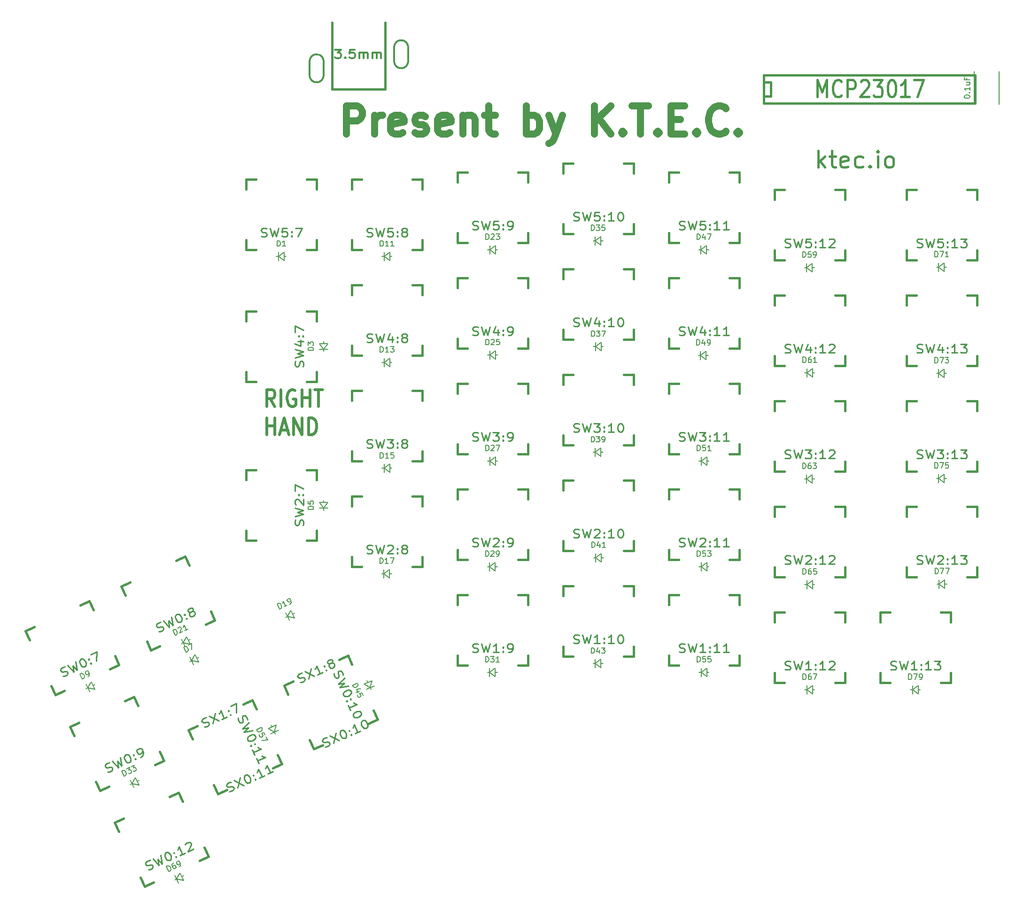
<source format=gbr>
%TF.GenerationSoftware,KiCad,Pcbnew,(5.1.6-0-10_14)*%
%TF.CreationDate,2021-03-26T17:56:53+08:00*%
%TF.ProjectId,ErgoDone,4572676f-446f-46e6-952e-6b696361645f,rev?*%
%TF.SameCoordinates,Original*%
%TF.FileFunction,Legend,Top*%
%TF.FilePolarity,Positive*%
%FSLAX46Y46*%
G04 Gerber Fmt 4.6, Leading zero omitted, Abs format (unit mm)*
G04 Created by KiCad (PCBNEW (5.1.6-0-10_14)) date 2021-03-26 17:56:53*
%MOMM*%
%LPD*%
G01*
G04 APERTURE LIST*
%ADD10C,0.400000*%
%ADD11C,1.270000*%
%ADD12C,0.508000*%
%ADD13C,0.381000*%
%ADD14C,0.150000*%
%ADD15C,0.300000*%
%ADD16C,0.254000*%
%ADD17C,0.304800*%
%ADD18C,0.457200*%
G04 APERTURE END LIST*
D10*
X169180714Y-56602142D02*
X169180714Y-53602142D01*
X169466428Y-55459285D02*
X170323571Y-56602142D01*
X170323571Y-54602142D02*
X169180714Y-55745000D01*
X171180714Y-54602142D02*
X172323571Y-54602142D01*
X171609285Y-53602142D02*
X171609285Y-56173571D01*
X171752142Y-56459285D01*
X172037857Y-56602142D01*
X172323571Y-56602142D01*
X174466428Y-56459285D02*
X174180714Y-56602142D01*
X173609285Y-56602142D01*
X173323571Y-56459285D01*
X173180714Y-56173571D01*
X173180714Y-55030714D01*
X173323571Y-54745000D01*
X173609285Y-54602142D01*
X174180714Y-54602142D01*
X174466428Y-54745000D01*
X174609285Y-55030714D01*
X174609285Y-55316428D01*
X173180714Y-55602142D01*
X177180714Y-56459285D02*
X176895000Y-56602142D01*
X176323571Y-56602142D01*
X176037857Y-56459285D01*
X175895000Y-56316428D01*
X175752142Y-56030714D01*
X175752142Y-55173571D01*
X175895000Y-54887857D01*
X176037857Y-54745000D01*
X176323571Y-54602142D01*
X176895000Y-54602142D01*
X177180714Y-54745000D01*
X178466428Y-56316428D02*
X178609285Y-56459285D01*
X178466428Y-56602142D01*
X178323571Y-56459285D01*
X178466428Y-56316428D01*
X178466428Y-56602142D01*
X179895000Y-56602142D02*
X179895000Y-54602142D01*
X179895000Y-53602142D02*
X179752142Y-53745000D01*
X179895000Y-53887857D01*
X180037857Y-53745000D01*
X179895000Y-53602142D01*
X179895000Y-53887857D01*
X181752142Y-56602142D02*
X181466428Y-56459285D01*
X181323571Y-56316428D01*
X181180714Y-56030714D01*
X181180714Y-55173571D01*
X181323571Y-54887857D01*
X181466428Y-54745000D01*
X181752142Y-54602142D01*
X182180714Y-54602142D01*
X182466428Y-54745000D01*
X182609285Y-54887857D01*
X182752142Y-55173571D01*
X182752142Y-56030714D01*
X182609285Y-56316428D01*
X182466428Y-56459285D01*
X182180714Y-56602142D01*
X181752142Y-56602142D01*
D11*
X84061904Y-50558095D02*
X84061904Y-45478095D01*
X85997142Y-45478095D01*
X86480952Y-45720000D01*
X86722857Y-45961904D01*
X86964761Y-46445714D01*
X86964761Y-47171428D01*
X86722857Y-47655238D01*
X86480952Y-47897142D01*
X85997142Y-48139047D01*
X84061904Y-48139047D01*
X89141904Y-50558095D02*
X89141904Y-47171428D01*
X89141904Y-48139047D02*
X89383809Y-47655238D01*
X89625714Y-47413333D01*
X90109523Y-47171428D01*
X90593333Y-47171428D01*
X94221904Y-50316190D02*
X93738095Y-50558095D01*
X92770476Y-50558095D01*
X92286666Y-50316190D01*
X92044761Y-49832380D01*
X92044761Y-47897142D01*
X92286666Y-47413333D01*
X92770476Y-47171428D01*
X93738095Y-47171428D01*
X94221904Y-47413333D01*
X94463809Y-47897142D01*
X94463809Y-48380952D01*
X92044761Y-48864761D01*
X96399047Y-50316190D02*
X96882857Y-50558095D01*
X97850476Y-50558095D01*
X98334285Y-50316190D01*
X98576190Y-49832380D01*
X98576190Y-49590476D01*
X98334285Y-49106666D01*
X97850476Y-48864761D01*
X97124761Y-48864761D01*
X96640952Y-48622857D01*
X96399047Y-48139047D01*
X96399047Y-47897142D01*
X96640952Y-47413333D01*
X97124761Y-47171428D01*
X97850476Y-47171428D01*
X98334285Y-47413333D01*
X102688571Y-50316190D02*
X102204761Y-50558095D01*
X101237142Y-50558095D01*
X100753333Y-50316190D01*
X100511428Y-49832380D01*
X100511428Y-47897142D01*
X100753333Y-47413333D01*
X101237142Y-47171428D01*
X102204761Y-47171428D01*
X102688571Y-47413333D01*
X102930476Y-47897142D01*
X102930476Y-48380952D01*
X100511428Y-48864761D01*
X105107619Y-47171428D02*
X105107619Y-50558095D01*
X105107619Y-47655238D02*
X105349523Y-47413333D01*
X105833333Y-47171428D01*
X106559047Y-47171428D01*
X107042857Y-47413333D01*
X107284761Y-47897142D01*
X107284761Y-50558095D01*
X108978095Y-47171428D02*
X110913333Y-47171428D01*
X109703809Y-45478095D02*
X109703809Y-49832380D01*
X109945714Y-50316190D01*
X110429523Y-50558095D01*
X110913333Y-50558095D01*
X116477142Y-50558095D02*
X116477142Y-45478095D01*
X116477142Y-47413333D02*
X116960952Y-47171428D01*
X117928571Y-47171428D01*
X118412380Y-47413333D01*
X118654285Y-47655238D01*
X118896190Y-48139047D01*
X118896190Y-49590476D01*
X118654285Y-50074285D01*
X118412380Y-50316190D01*
X117928571Y-50558095D01*
X116960952Y-50558095D01*
X116477142Y-50316190D01*
X120589523Y-47171428D02*
X121799047Y-50558095D01*
X123008571Y-47171428D02*
X121799047Y-50558095D01*
X121315238Y-51767619D01*
X121073333Y-52009523D01*
X120589523Y-52251428D01*
X128814285Y-50558095D02*
X128814285Y-45478095D01*
X131717142Y-50558095D02*
X129540000Y-47655238D01*
X131717142Y-45478095D02*
X128814285Y-48380952D01*
X133894285Y-50074285D02*
X134136190Y-50316190D01*
X133894285Y-50558095D01*
X133652380Y-50316190D01*
X133894285Y-50074285D01*
X133894285Y-50558095D01*
X135587619Y-45478095D02*
X138490476Y-45478095D01*
X137039047Y-50558095D02*
X137039047Y-45478095D01*
X140183809Y-50074285D02*
X140425714Y-50316190D01*
X140183809Y-50558095D01*
X139941904Y-50316190D01*
X140183809Y-50074285D01*
X140183809Y-50558095D01*
X142602857Y-47897142D02*
X144296190Y-47897142D01*
X145021904Y-50558095D02*
X142602857Y-50558095D01*
X142602857Y-45478095D01*
X145021904Y-45478095D01*
X147199047Y-50074285D02*
X147440952Y-50316190D01*
X147199047Y-50558095D01*
X146957142Y-50316190D01*
X147199047Y-50074285D01*
X147199047Y-50558095D01*
X152520952Y-50074285D02*
X152279047Y-50316190D01*
X151553333Y-50558095D01*
X151069523Y-50558095D01*
X150343809Y-50316190D01*
X149860000Y-49832380D01*
X149618095Y-49348571D01*
X149376190Y-48380952D01*
X149376190Y-47655238D01*
X149618095Y-46687619D01*
X149860000Y-46203809D01*
X150343809Y-45720000D01*
X151069523Y-45478095D01*
X151553333Y-45478095D01*
X152279047Y-45720000D01*
X152520952Y-45961904D01*
X154698095Y-50074285D02*
X154940000Y-50316190D01*
X154698095Y-50558095D01*
X154456190Y-50316190D01*
X154698095Y-50074285D01*
X154698095Y-50558095D01*
D12*
X71245790Y-99727657D02*
X70399123Y-98276228D01*
X69794361Y-99727657D02*
X69794361Y-96679657D01*
X70761980Y-96679657D01*
X71003885Y-96824800D01*
X71124838Y-96969942D01*
X71245790Y-97260228D01*
X71245790Y-97695657D01*
X71124838Y-97985942D01*
X71003885Y-98131085D01*
X70761980Y-98276228D01*
X69794361Y-98276228D01*
X72334361Y-99727657D02*
X72334361Y-96679657D01*
X74874361Y-96824800D02*
X74632457Y-96679657D01*
X74269600Y-96679657D01*
X73906742Y-96824800D01*
X73664838Y-97115085D01*
X73543885Y-97405371D01*
X73422933Y-97985942D01*
X73422933Y-98421371D01*
X73543885Y-99001942D01*
X73664838Y-99292228D01*
X73906742Y-99582514D01*
X74269600Y-99727657D01*
X74511504Y-99727657D01*
X74874361Y-99582514D01*
X74995314Y-99437371D01*
X74995314Y-98421371D01*
X74511504Y-98421371D01*
X76083885Y-99727657D02*
X76083885Y-96679657D01*
X76083885Y-98131085D02*
X77535314Y-98131085D01*
X77535314Y-99727657D02*
X77535314Y-96679657D01*
X78381980Y-96679657D02*
X79833409Y-96679657D01*
X79107695Y-99727657D02*
X79107695Y-96679657D01*
X69794361Y-104807657D02*
X69794361Y-101759657D01*
X69794361Y-103211085D02*
X71245790Y-103211085D01*
X71245790Y-104807657D02*
X71245790Y-101759657D01*
X72334361Y-103936800D02*
X73543885Y-103936800D01*
X72092457Y-104807657D02*
X72939123Y-101759657D01*
X73785790Y-104807657D01*
X74632457Y-104807657D02*
X74632457Y-101759657D01*
X76083885Y-104807657D01*
X76083885Y-101759657D01*
X77293409Y-104807657D02*
X77293409Y-101759657D01*
X77898171Y-101759657D01*
X78261028Y-101904800D01*
X78502933Y-102195085D01*
X78623885Y-102485371D01*
X78744838Y-103065942D01*
X78744838Y-103501371D01*
X78623885Y-104081942D01*
X78502933Y-104372228D01*
X78261028Y-104662514D01*
X77898171Y-104807657D01*
X77293409Y-104807657D01*
D13*
%TO.C,SW0:8*%
X44276055Y-133759427D02*
X43524640Y-132148012D01*
X48891892Y-143658120D02*
X48140476Y-142046705D01*
X50503307Y-142906705D02*
X48891892Y-143658120D01*
X60402000Y-138290868D02*
X58790585Y-139042284D01*
X59650585Y-136679453D02*
X60402000Y-138290868D01*
X55034748Y-126780760D02*
X55786164Y-128392175D01*
X53423333Y-127532175D02*
X55034748Y-126780760D01*
X43524640Y-132148012D02*
X45136055Y-131396596D01*
D14*
%TO.C,C1*%
X197267000Y-45251000D02*
X197267000Y-39251000D01*
X201767000Y-39251000D02*
X201767000Y-45251000D01*
D13*
%TO.C,J2*%
X81508600Y-42545000D02*
X81508600Y-30480000D01*
X91109800Y-42545000D02*
X81508600Y-42545000D01*
X91109800Y-30480000D02*
X91109800Y-42545000D01*
D15*
%TO.C,J3*%
X95250000Y-37465000D02*
X95250000Y-34925000D01*
X92710000Y-37465000D02*
X92710000Y-34925000D01*
X92710000Y-34925000D02*
G75*
G02*
X93980000Y-33655000I1270000J0D01*
G01*
X93980000Y-33655000D02*
G75*
G02*
X95250000Y-34925000I0J-1270000D01*
G01*
X93980000Y-38735000D02*
G75*
G02*
X92710000Y-37465000I0J1270000D01*
G01*
X95250000Y-37465000D02*
G75*
G02*
X93980000Y-38735000I-1270000J0D01*
G01*
%TO.C,J4*%
X80010000Y-40005000D02*
X80010000Y-37465000D01*
X77470000Y-40005000D02*
X77470000Y-37465000D01*
X80010000Y-37465000D02*
G75*
G03*
X78740000Y-36195000I-1270000J0D01*
G01*
X78740000Y-36195000D02*
G75*
G03*
X77470000Y-37465000I0J-1270000D01*
G01*
X78740000Y-41275000D02*
G75*
G03*
X80010000Y-40005000I0J1270000D01*
G01*
X77470000Y-40005000D02*
G75*
G03*
X78740000Y-41275000I1270000J0D01*
G01*
D13*
%TO.C,SW0:7*%
X27011675Y-141808687D02*
X26260260Y-140197272D01*
X31627512Y-151707380D02*
X30876096Y-150095965D01*
X33238927Y-150955965D02*
X31627512Y-151707380D01*
X43137620Y-146340128D02*
X41526205Y-147091544D01*
X42386205Y-144728713D02*
X43137620Y-146340128D01*
X37770368Y-134830020D02*
X38521784Y-136441435D01*
X36158953Y-135581435D02*
X37770368Y-134830020D01*
X26260260Y-140197272D02*
X27871675Y-139445856D01*
%TO.C,SW0:9*%
X35060935Y-159073067D02*
X34309520Y-157461652D01*
X39676772Y-168971760D02*
X38925356Y-167360345D01*
X41288187Y-168220345D02*
X39676772Y-168971760D01*
X51186880Y-163604508D02*
X49575465Y-164355924D01*
X50435465Y-161993093D02*
X51186880Y-163604508D01*
X45819628Y-152094400D02*
X46571044Y-153705815D01*
X44208213Y-152845815D02*
X45819628Y-152094400D01*
X34309520Y-157461652D02*
X35920935Y-156710236D01*
%TO.C,SW0:10*%
X79842847Y-160752745D02*
X78231432Y-161504160D01*
X89741540Y-156136908D02*
X88130125Y-156888324D01*
X88990125Y-154525493D02*
X89741540Y-156136908D01*
X84374288Y-144626800D02*
X85125704Y-146238215D01*
X82762873Y-145378215D02*
X84374288Y-144626800D01*
X72864180Y-149994052D02*
X74475595Y-149242636D01*
X73615595Y-151605467D02*
X72864180Y-149994052D01*
X78231432Y-161504160D02*
X77480016Y-159892745D01*
%TO.C,SW0:11*%
X62578467Y-168804545D02*
X60967052Y-169555960D01*
X72477160Y-164188708D02*
X70865745Y-164940124D01*
X71725745Y-162577293D02*
X72477160Y-164188708D01*
X67109908Y-152678600D02*
X67861324Y-154290015D01*
X65498493Y-153430015D02*
X67109908Y-152678600D01*
X55599800Y-158045852D02*
X57211215Y-157294436D01*
X56351215Y-159657267D02*
X55599800Y-158045852D01*
X60967052Y-169555960D02*
X60215636Y-167944545D01*
%TO.C,SW0:12*%
X43112735Y-176339987D02*
X42361320Y-174728572D01*
X47728572Y-186238680D02*
X46977156Y-184627265D01*
X49339987Y-185487265D02*
X47728572Y-186238680D01*
X59238680Y-180871428D02*
X57627265Y-181622844D01*
X58487265Y-179260013D02*
X59238680Y-180871428D01*
X53871428Y-169361320D02*
X54622844Y-170972735D01*
X52260013Y-170112735D02*
X53871428Y-169361320D01*
X42361320Y-174728572D02*
X43972735Y-173977156D01*
%TO.C,SW1:9*%
X104140000Y-135455660D02*
X104140000Y-133677660D01*
X104140000Y-146377660D02*
X104140000Y-144599660D01*
X105918000Y-146377660D02*
X104140000Y-146377660D01*
X116840000Y-146377660D02*
X115062000Y-146377660D01*
X116840000Y-144599660D02*
X116840000Y-146377660D01*
X116840000Y-133677660D02*
X116840000Y-135455660D01*
X115062000Y-133677660D02*
X116840000Y-133677660D01*
X104140000Y-133677660D02*
X105918000Y-133677660D01*
%TO.C,SW1:10*%
X123190000Y-133858000D02*
X123190000Y-132080000D01*
X123190000Y-144780000D02*
X123190000Y-143002000D01*
X124968000Y-144780000D02*
X123190000Y-144780000D01*
X135890000Y-144780000D02*
X134112000Y-144780000D01*
X135890000Y-143002000D02*
X135890000Y-144780000D01*
X135890000Y-132080000D02*
X135890000Y-133858000D01*
X134112000Y-132080000D02*
X135890000Y-132080000D01*
X123190000Y-132080000D02*
X124968000Y-132080000D01*
%TO.C,SW1:11*%
X142240000Y-135455660D02*
X142240000Y-133677660D01*
X142240000Y-146377660D02*
X142240000Y-144599660D01*
X144018000Y-146377660D02*
X142240000Y-146377660D01*
X154940000Y-146377660D02*
X153162000Y-146377660D01*
X154940000Y-144599660D02*
X154940000Y-146377660D01*
X154940000Y-133677660D02*
X154940000Y-135455660D01*
X153162000Y-133677660D02*
X154940000Y-133677660D01*
X142240000Y-133677660D02*
X144018000Y-133677660D01*
%TO.C,SW1:12*%
X161290000Y-138630660D02*
X161290000Y-136852660D01*
X161290000Y-149552660D02*
X161290000Y-147774660D01*
X163068000Y-149552660D02*
X161290000Y-149552660D01*
X173990000Y-149552660D02*
X172212000Y-149552660D01*
X173990000Y-147774660D02*
X173990000Y-149552660D01*
X173990000Y-136852660D02*
X173990000Y-138630660D01*
X172212000Y-136852660D02*
X173990000Y-136852660D01*
X161290000Y-136852660D02*
X163068000Y-136852660D01*
%TO.C,SW1:13*%
X180340000Y-138630660D02*
X180340000Y-136852660D01*
X180340000Y-149552660D02*
X180340000Y-147774660D01*
X182118000Y-149552660D02*
X180340000Y-149552660D01*
X193040000Y-149552660D02*
X191262000Y-149552660D01*
X193040000Y-147774660D02*
X193040000Y-149552660D01*
X193040000Y-136852660D02*
X193040000Y-138630660D01*
X191262000Y-136852660D02*
X193040000Y-136852660D01*
X180340000Y-136852660D02*
X182118000Y-136852660D01*
%TO.C,SW2:7*%
X67818000Y-123835160D02*
X66040000Y-123835160D01*
X78740000Y-123835160D02*
X76962000Y-123835160D01*
X78740000Y-122057160D02*
X78740000Y-123835160D01*
X78740000Y-111135160D02*
X78740000Y-112913160D01*
X76962000Y-111135160D02*
X78740000Y-111135160D01*
X66040000Y-111135160D02*
X67818000Y-111135160D01*
X66040000Y-112913160D02*
X66040000Y-111135160D01*
X66040000Y-123835160D02*
X66040000Y-122057160D01*
%TO.C,SW2:8*%
X85090000Y-117675660D02*
X85090000Y-115897660D01*
X85090000Y-128597660D02*
X85090000Y-126819660D01*
X86868000Y-128597660D02*
X85090000Y-128597660D01*
X97790000Y-128597660D02*
X96012000Y-128597660D01*
X97790000Y-126819660D02*
X97790000Y-128597660D01*
X97790000Y-115897660D02*
X97790000Y-117675660D01*
X96012000Y-115897660D02*
X97790000Y-115897660D01*
X85090000Y-115897660D02*
X86868000Y-115897660D01*
%TO.C,SW2:9*%
X104140000Y-116405660D02*
X104140000Y-114627660D01*
X104140000Y-127327660D02*
X104140000Y-125549660D01*
X105918000Y-127327660D02*
X104140000Y-127327660D01*
X116840000Y-127327660D02*
X115062000Y-127327660D01*
X116840000Y-125549660D02*
X116840000Y-127327660D01*
X116840000Y-114627660D02*
X116840000Y-116405660D01*
X115062000Y-114627660D02*
X116840000Y-114627660D01*
X104140000Y-114627660D02*
X105918000Y-114627660D01*
%TO.C,SW2:10*%
X123190000Y-114808000D02*
X123190000Y-113030000D01*
X123190000Y-125730000D02*
X123190000Y-123952000D01*
X124968000Y-125730000D02*
X123190000Y-125730000D01*
X135890000Y-125730000D02*
X134112000Y-125730000D01*
X135890000Y-123952000D02*
X135890000Y-125730000D01*
X135890000Y-113030000D02*
X135890000Y-114808000D01*
X134112000Y-113030000D02*
X135890000Y-113030000D01*
X123190000Y-113030000D02*
X124968000Y-113030000D01*
%TO.C,SW2:11*%
X142240000Y-116405660D02*
X142240000Y-114627660D01*
X142240000Y-127327660D02*
X142240000Y-125549660D01*
X144018000Y-127327660D02*
X142240000Y-127327660D01*
X154940000Y-127327660D02*
X153162000Y-127327660D01*
X154940000Y-125549660D02*
X154940000Y-127327660D01*
X154940000Y-114627660D02*
X154940000Y-116405660D01*
X153162000Y-114627660D02*
X154940000Y-114627660D01*
X142240000Y-114627660D02*
X144018000Y-114627660D01*
%TO.C,SW2:12*%
X161290000Y-119580660D02*
X161290000Y-117802660D01*
X161290000Y-130502660D02*
X161290000Y-128724660D01*
X163068000Y-130502660D02*
X161290000Y-130502660D01*
X173990000Y-130502660D02*
X172212000Y-130502660D01*
X173990000Y-128724660D02*
X173990000Y-130502660D01*
X173990000Y-117802660D02*
X173990000Y-119580660D01*
X172212000Y-117802660D02*
X173990000Y-117802660D01*
X161290000Y-117802660D02*
X163068000Y-117802660D01*
%TO.C,SW3:8*%
X85090000Y-98625660D02*
X85090000Y-96847660D01*
X85090000Y-109547660D02*
X85090000Y-107769660D01*
X86868000Y-109547660D02*
X85090000Y-109547660D01*
X97790000Y-109547660D02*
X96012000Y-109547660D01*
X97790000Y-107769660D02*
X97790000Y-109547660D01*
X97790000Y-96847660D02*
X97790000Y-98625660D01*
X96012000Y-96847660D02*
X97790000Y-96847660D01*
X85090000Y-96847660D02*
X86868000Y-96847660D01*
%TO.C,SW3:9*%
X104140000Y-97355660D02*
X104140000Y-95577660D01*
X104140000Y-108277660D02*
X104140000Y-106499660D01*
X105918000Y-108277660D02*
X104140000Y-108277660D01*
X116840000Y-108277660D02*
X115062000Y-108277660D01*
X116840000Y-106499660D02*
X116840000Y-108277660D01*
X116840000Y-95577660D02*
X116840000Y-97355660D01*
X115062000Y-95577660D02*
X116840000Y-95577660D01*
X104140000Y-95577660D02*
X105918000Y-95577660D01*
%TO.C,SW3:10*%
X123190000Y-95758000D02*
X123190000Y-93980000D01*
X123190000Y-106680000D02*
X123190000Y-104902000D01*
X124968000Y-106680000D02*
X123190000Y-106680000D01*
X135890000Y-106680000D02*
X134112000Y-106680000D01*
X135890000Y-104902000D02*
X135890000Y-106680000D01*
X135890000Y-93980000D02*
X135890000Y-95758000D01*
X134112000Y-93980000D02*
X135890000Y-93980000D01*
X123190000Y-93980000D02*
X124968000Y-93980000D01*
%TO.C,SW3:11*%
X142240000Y-97355660D02*
X142240000Y-95577660D01*
X142240000Y-108277660D02*
X142240000Y-106499660D01*
X144018000Y-108277660D02*
X142240000Y-108277660D01*
X154940000Y-108277660D02*
X153162000Y-108277660D01*
X154940000Y-106499660D02*
X154940000Y-108277660D01*
X154940000Y-95577660D02*
X154940000Y-97355660D01*
X153162000Y-95577660D02*
X154940000Y-95577660D01*
X142240000Y-95577660D02*
X144018000Y-95577660D01*
%TO.C,SW3:12*%
X161290000Y-100530660D02*
X161290000Y-98752660D01*
X161290000Y-111452660D02*
X161290000Y-109674660D01*
X163068000Y-111452660D02*
X161290000Y-111452660D01*
X173990000Y-111452660D02*
X172212000Y-111452660D01*
X173990000Y-109674660D02*
X173990000Y-111452660D01*
X173990000Y-98752660D02*
X173990000Y-100530660D01*
X172212000Y-98752660D02*
X173990000Y-98752660D01*
X161290000Y-98752660D02*
X163068000Y-98752660D01*
%TO.C,SW4:7*%
X67818000Y-95260160D02*
X66040000Y-95260160D01*
X78740000Y-95260160D02*
X76962000Y-95260160D01*
X78740000Y-93482160D02*
X78740000Y-95260160D01*
X78740000Y-82560160D02*
X78740000Y-84338160D01*
X76962000Y-82560160D02*
X78740000Y-82560160D01*
X66040000Y-82560160D02*
X67818000Y-82560160D01*
X66040000Y-84338160D02*
X66040000Y-82560160D01*
X66040000Y-95260160D02*
X66040000Y-93482160D01*
%TO.C,SW4:8*%
X85090000Y-79575660D02*
X85090000Y-77797660D01*
X85090000Y-90497660D02*
X85090000Y-88719660D01*
X86868000Y-90497660D02*
X85090000Y-90497660D01*
X97790000Y-90497660D02*
X96012000Y-90497660D01*
X97790000Y-88719660D02*
X97790000Y-90497660D01*
X97790000Y-77797660D02*
X97790000Y-79575660D01*
X96012000Y-77797660D02*
X97790000Y-77797660D01*
X85090000Y-77797660D02*
X86868000Y-77797660D01*
%TO.C,SW4:9*%
X104140000Y-78305660D02*
X104140000Y-76527660D01*
X104140000Y-89227660D02*
X104140000Y-87449660D01*
X105918000Y-89227660D02*
X104140000Y-89227660D01*
X116840000Y-89227660D02*
X115062000Y-89227660D01*
X116840000Y-87449660D02*
X116840000Y-89227660D01*
X116840000Y-76527660D02*
X116840000Y-78305660D01*
X115062000Y-76527660D02*
X116840000Y-76527660D01*
X104140000Y-76527660D02*
X105918000Y-76527660D01*
%TO.C,SW4:10*%
X123190000Y-76708000D02*
X123190000Y-74930000D01*
X123190000Y-87630000D02*
X123190000Y-85852000D01*
X124968000Y-87630000D02*
X123190000Y-87630000D01*
X135890000Y-87630000D02*
X134112000Y-87630000D01*
X135890000Y-85852000D02*
X135890000Y-87630000D01*
X135890000Y-74930000D02*
X135890000Y-76708000D01*
X134112000Y-74930000D02*
X135890000Y-74930000D01*
X123190000Y-74930000D02*
X124968000Y-74930000D01*
%TO.C,SW4:11*%
X142240000Y-78305660D02*
X142240000Y-76527660D01*
X142240000Y-89227660D02*
X142240000Y-87449660D01*
X144018000Y-89227660D02*
X142240000Y-89227660D01*
X154940000Y-89227660D02*
X153162000Y-89227660D01*
X154940000Y-87449660D02*
X154940000Y-89227660D01*
X154940000Y-76527660D02*
X154940000Y-78305660D01*
X153162000Y-76527660D02*
X154940000Y-76527660D01*
X142240000Y-76527660D02*
X144018000Y-76527660D01*
%TO.C,SW4:12*%
X161290000Y-81480660D02*
X161290000Y-79702660D01*
X161290000Y-92402660D02*
X161290000Y-90624660D01*
X163068000Y-92402660D02*
X161290000Y-92402660D01*
X173990000Y-92402660D02*
X172212000Y-92402660D01*
X173990000Y-90624660D02*
X173990000Y-92402660D01*
X173990000Y-79702660D02*
X173990000Y-81480660D01*
X172212000Y-79702660D02*
X173990000Y-79702660D01*
X161290000Y-79702660D02*
X163068000Y-79702660D01*
%TO.C,SW4:13*%
X185102500Y-81480660D02*
X185102500Y-79702660D01*
X185102500Y-92402660D02*
X185102500Y-90624660D01*
X186880500Y-92402660D02*
X185102500Y-92402660D01*
X197802500Y-92402660D02*
X196024500Y-92402660D01*
X197802500Y-90624660D02*
X197802500Y-92402660D01*
X197802500Y-79702660D02*
X197802500Y-81480660D01*
X196024500Y-79702660D02*
X197802500Y-79702660D01*
X185102500Y-79702660D02*
X186880500Y-79702660D01*
%TO.C,SW5:7*%
X66040000Y-60528200D02*
X66040000Y-58750200D01*
X66040000Y-71450200D02*
X66040000Y-69672200D01*
X67818000Y-71450200D02*
X66040000Y-71450200D01*
X78740000Y-71450200D02*
X76962000Y-71450200D01*
X78740000Y-69672200D02*
X78740000Y-71450200D01*
X78740000Y-58750200D02*
X78740000Y-60528200D01*
X76962000Y-58750200D02*
X78740000Y-58750200D01*
X66040000Y-58750200D02*
X67818000Y-58750200D01*
%TO.C,SW5:8*%
X85090000Y-60528200D02*
X85090000Y-58750200D01*
X85090000Y-71450200D02*
X85090000Y-69672200D01*
X86868000Y-71450200D02*
X85090000Y-71450200D01*
X97790000Y-71450200D02*
X96012000Y-71450200D01*
X97790000Y-69672200D02*
X97790000Y-71450200D01*
X97790000Y-58750200D02*
X97790000Y-60528200D01*
X96012000Y-58750200D02*
X97790000Y-58750200D01*
X85090000Y-58750200D02*
X86868000Y-58750200D01*
%TO.C,SW5:9*%
X104140000Y-59255660D02*
X104140000Y-57477660D01*
X104140000Y-70177660D02*
X104140000Y-68399660D01*
X105918000Y-70177660D02*
X104140000Y-70177660D01*
X116840000Y-70177660D02*
X115062000Y-70177660D01*
X116840000Y-68399660D02*
X116840000Y-70177660D01*
X116840000Y-57477660D02*
X116840000Y-59255660D01*
X115062000Y-57477660D02*
X116840000Y-57477660D01*
X104140000Y-57477660D02*
X105918000Y-57477660D01*
%TO.C,SW5:10*%
X123190000Y-57658000D02*
X123190000Y-55880000D01*
X123190000Y-68580000D02*
X123190000Y-66802000D01*
X124968000Y-68580000D02*
X123190000Y-68580000D01*
X135890000Y-68580000D02*
X134112000Y-68580000D01*
X135890000Y-66802000D02*
X135890000Y-68580000D01*
X135890000Y-55880000D02*
X135890000Y-57658000D01*
X134112000Y-55880000D02*
X135890000Y-55880000D01*
X123190000Y-55880000D02*
X124968000Y-55880000D01*
%TO.C,SW5:11*%
X142240000Y-59255660D02*
X142240000Y-57477660D01*
X142240000Y-70177660D02*
X142240000Y-68399660D01*
X144018000Y-70177660D02*
X142240000Y-70177660D01*
X154940000Y-70177660D02*
X153162000Y-70177660D01*
X154940000Y-68399660D02*
X154940000Y-70177660D01*
X154940000Y-57477660D02*
X154940000Y-59255660D01*
X153162000Y-57477660D02*
X154940000Y-57477660D01*
X142240000Y-57477660D02*
X144018000Y-57477660D01*
%TO.C,SW5:12*%
X161290000Y-62433200D02*
X161290000Y-60655200D01*
X161290000Y-73355200D02*
X161290000Y-71577200D01*
X163068000Y-73355200D02*
X161290000Y-73355200D01*
X173990000Y-73355200D02*
X172212000Y-73355200D01*
X173990000Y-71577200D02*
X173990000Y-73355200D01*
X173990000Y-60655200D02*
X173990000Y-62433200D01*
X172212000Y-60655200D02*
X173990000Y-60655200D01*
X161290000Y-60655200D02*
X163068000Y-60655200D01*
%TO.C,SW5:13*%
X185102500Y-62433200D02*
X185102500Y-60655200D01*
X185102500Y-73355200D02*
X185102500Y-71577200D01*
X186880500Y-73355200D02*
X185102500Y-73355200D01*
X197802500Y-73355200D02*
X196024500Y-73355200D01*
X197802500Y-71577200D02*
X197802500Y-73355200D01*
X197802500Y-60655200D02*
X197802500Y-62433200D01*
X196024500Y-60655200D02*
X197802500Y-60655200D01*
X185102500Y-60655200D02*
X186880500Y-60655200D01*
%TO.C,U2*%
X160640000Y-43790000D02*
X159370000Y-43790000D01*
X160640000Y-41250000D02*
X160640000Y-43790000D01*
X159370000Y-41250000D02*
X160640000Y-41250000D01*
X159370000Y-45060000D02*
X159370000Y-39980000D01*
X197470000Y-45060000D02*
X159370000Y-45060000D01*
X197470000Y-39980000D02*
X197470000Y-45060000D01*
X159370000Y-39980000D02*
X197470000Y-39980000D01*
%TO.C,SW2:13*%
X185102500Y-119580660D02*
X185102500Y-117802660D01*
X185102500Y-130502660D02*
X185102500Y-128724660D01*
X186880500Y-130502660D02*
X185102500Y-130502660D01*
X197802500Y-130502660D02*
X196024500Y-130502660D01*
X197802500Y-128724660D02*
X197802500Y-130502660D01*
X197802500Y-117802660D02*
X197802500Y-119580660D01*
X196024500Y-117802660D02*
X197802500Y-117802660D01*
X185102500Y-117802660D02*
X186880500Y-117802660D01*
%TO.C,SW3:13*%
X185102500Y-100530660D02*
X185102500Y-98752660D01*
X185102500Y-111452660D02*
X185102500Y-109674660D01*
X186880500Y-111452660D02*
X185102500Y-111452660D01*
X197802500Y-111452660D02*
X196024500Y-111452660D01*
X197802500Y-109674660D02*
X197802500Y-111452660D01*
X197802500Y-98752660D02*
X197802500Y-100530660D01*
X196024500Y-98752660D02*
X197802500Y-98752660D01*
X185102500Y-98752660D02*
X186880500Y-98752660D01*
D14*
%TO.C,D1*%
X71856600Y-71907400D02*
X71856600Y-73431400D01*
X72872600Y-71907400D02*
X72872600Y-73431400D01*
X71856600Y-72669400D02*
X72872600Y-71907400D01*
X71856600Y-72669400D02*
X72872600Y-73431400D01*
X71475600Y-72669400D02*
X71856600Y-72669400D01*
X72872600Y-72669400D02*
X73253600Y-72669400D01*
%TO.C,D3*%
X79273400Y-89382600D02*
X80797400Y-89382600D01*
X79273400Y-88366600D02*
X80797400Y-88366600D01*
X80035400Y-89382600D02*
X79273400Y-88366600D01*
X80035400Y-89382600D02*
X80797400Y-88366600D01*
X80035400Y-89763600D02*
X80035400Y-89382600D01*
X80035400Y-88366600D02*
X80035400Y-87985600D01*
%TO.C,D5*%
X79273400Y-118033800D02*
X80797400Y-118033800D01*
X79273400Y-117017800D02*
X80797400Y-117017800D01*
X80035400Y-118033800D02*
X79273400Y-117017800D01*
X80035400Y-118033800D02*
X80797400Y-117017800D01*
X80035400Y-118414800D02*
X80035400Y-118033800D01*
X80035400Y-117017800D02*
X80035400Y-116636800D01*
%TO.C,D7*%
X55884961Y-144888284D02*
X56529031Y-146269497D01*
X56805769Y-144458903D02*
X57449839Y-145840116D01*
X56206996Y-145578890D02*
X56805769Y-144458903D01*
X56206996Y-145578890D02*
X57449839Y-145840116D01*
X55861692Y-145739908D02*
X56206996Y-145578890D01*
X57127804Y-145149510D02*
X57473108Y-144988492D01*
%TO.C,D9*%
X37190561Y-149765084D02*
X37834631Y-151146297D01*
X38111369Y-149335703D02*
X38755439Y-150716916D01*
X37512596Y-150455690D02*
X38111369Y-149335703D01*
X37512596Y-150455690D02*
X38755439Y-150716916D01*
X37167292Y-150616708D02*
X37512596Y-150455690D01*
X38433404Y-150026310D02*
X38778708Y-149865292D01*
%TO.C,D11*%
X90906600Y-71907400D02*
X90906600Y-73431400D01*
X91922600Y-71907400D02*
X91922600Y-73431400D01*
X90906600Y-72669400D02*
X91922600Y-71907400D01*
X90906600Y-72669400D02*
X91922600Y-73431400D01*
X90525600Y-72669400D02*
X90906600Y-72669400D01*
X91922600Y-72669400D02*
X92303600Y-72669400D01*
%TO.C,D13*%
X90906600Y-91008200D02*
X90906600Y-92532200D01*
X91922600Y-91008200D02*
X91922600Y-92532200D01*
X90906600Y-91770200D02*
X91922600Y-91008200D01*
X90906600Y-91770200D02*
X91922600Y-92532200D01*
X90525600Y-91770200D02*
X90906600Y-91770200D01*
X91922600Y-91770200D02*
X92303600Y-91770200D01*
%TO.C,D15*%
X90906600Y-110109000D02*
X90906600Y-111633000D01*
X91922600Y-110109000D02*
X91922600Y-111633000D01*
X90906600Y-110871000D02*
X91922600Y-110109000D01*
X90906600Y-110871000D02*
X91922600Y-111633000D01*
X90525600Y-110871000D02*
X90906600Y-110871000D01*
X91922600Y-110871000D02*
X92303600Y-110871000D01*
%TO.C,D17*%
X90855800Y-129108200D02*
X90855800Y-130632200D01*
X91871800Y-129108200D02*
X91871800Y-130632200D01*
X90855800Y-129870200D02*
X91871800Y-129108200D01*
X90855800Y-129870200D02*
X91871800Y-130632200D01*
X90474800Y-129870200D02*
X90855800Y-129870200D01*
X91871800Y-129870200D02*
X92252800Y-129870200D01*
%TO.C,D19*%
X73156961Y-136912684D02*
X73801031Y-138293897D01*
X74077769Y-136483303D02*
X74721839Y-137864516D01*
X73478996Y-137603290D02*
X74077769Y-136483303D01*
X73478996Y-137603290D02*
X74721839Y-137864516D01*
X73133692Y-137764308D02*
X73478996Y-137603290D01*
X74399804Y-137173910D02*
X74745108Y-137012892D01*
%TO.C,D21*%
X54360961Y-141637084D02*
X55005031Y-143018297D01*
X55281769Y-141207703D02*
X55925839Y-142588916D01*
X54682996Y-142327690D02*
X55281769Y-141207703D01*
X54682996Y-142327690D02*
X55925839Y-142588916D01*
X54337692Y-142488708D02*
X54682996Y-142327690D01*
X55603804Y-141898310D02*
X55949108Y-141737292D01*
%TO.C,D23*%
X109956600Y-70688200D02*
X109956600Y-72212200D01*
X110972600Y-70688200D02*
X110972600Y-72212200D01*
X109956600Y-71450200D02*
X110972600Y-70688200D01*
X109956600Y-71450200D02*
X110972600Y-72212200D01*
X109575600Y-71450200D02*
X109956600Y-71450200D01*
X110972600Y-71450200D02*
X111353600Y-71450200D01*
%TO.C,D25*%
X109956600Y-89687400D02*
X109956600Y-91211400D01*
X110972600Y-89687400D02*
X110972600Y-91211400D01*
X109956600Y-90449400D02*
X110972600Y-89687400D01*
X109956600Y-90449400D02*
X110972600Y-91211400D01*
X109575600Y-90449400D02*
X109956600Y-90449400D01*
X110972600Y-90449400D02*
X111353600Y-90449400D01*
%TO.C,D27*%
X109956600Y-108788200D02*
X109956600Y-110312200D01*
X110972600Y-108788200D02*
X110972600Y-110312200D01*
X109956600Y-109550200D02*
X110972600Y-108788200D01*
X109956600Y-109550200D02*
X110972600Y-110312200D01*
X109575600Y-109550200D02*
X109956600Y-109550200D01*
X110972600Y-109550200D02*
X111353600Y-109550200D01*
%TO.C,D29*%
X109905800Y-127838200D02*
X109905800Y-129362200D01*
X110921800Y-127838200D02*
X110921800Y-129362200D01*
X109905800Y-128600200D02*
X110921800Y-127838200D01*
X109905800Y-128600200D02*
X110921800Y-129362200D01*
X109524800Y-128600200D02*
X109905800Y-128600200D01*
X110921800Y-128600200D02*
X111302800Y-128600200D01*
%TO.C,D31*%
X109905800Y-146888200D02*
X109905800Y-148412200D01*
X110921800Y-146888200D02*
X110921800Y-148412200D01*
X109905800Y-147650200D02*
X110921800Y-146888200D01*
X109905800Y-147650200D02*
X110921800Y-148412200D01*
X109524800Y-147650200D02*
X109905800Y-147650200D01*
X110921800Y-147650200D02*
X111302800Y-147650200D01*
%TO.C,D33*%
X45166161Y-167037084D02*
X45810231Y-168418297D01*
X46086969Y-166607703D02*
X46731039Y-167988916D01*
X45488196Y-167727690D02*
X46086969Y-166607703D01*
X45488196Y-167727690D02*
X46731039Y-167988916D01*
X45142892Y-167888708D02*
X45488196Y-167727690D01*
X46409004Y-167298310D02*
X46754308Y-167137292D01*
%TO.C,D35*%
X128955800Y-69062600D02*
X128955800Y-70586600D01*
X129971800Y-69062600D02*
X129971800Y-70586600D01*
X128955800Y-69824600D02*
X129971800Y-69062600D01*
X128955800Y-69824600D02*
X129971800Y-70586600D01*
X128574800Y-69824600D02*
X128955800Y-69824600D01*
X129971800Y-69824600D02*
X130352800Y-69824600D01*
%TO.C,D37*%
X129006600Y-88163400D02*
X129006600Y-89687400D01*
X130022600Y-88163400D02*
X130022600Y-89687400D01*
X129006600Y-88925400D02*
X130022600Y-88163400D01*
X129006600Y-88925400D02*
X130022600Y-89687400D01*
X128625600Y-88925400D02*
X129006600Y-88925400D01*
X130022600Y-88925400D02*
X130403600Y-88925400D01*
%TO.C,D39*%
X128955800Y-107213400D02*
X128955800Y-108737400D01*
X129971800Y-107213400D02*
X129971800Y-108737400D01*
X128955800Y-107975400D02*
X129971800Y-107213400D01*
X128955800Y-107975400D02*
X129971800Y-108737400D01*
X128574800Y-107975400D02*
X128955800Y-107975400D01*
X129971800Y-107975400D02*
X130352800Y-107975400D01*
%TO.C,D41*%
X129057400Y-126212600D02*
X129057400Y-127736600D01*
X130073400Y-126212600D02*
X130073400Y-127736600D01*
X129057400Y-126974600D02*
X130073400Y-126212600D01*
X129057400Y-126974600D02*
X130073400Y-127736600D01*
X128676400Y-126974600D02*
X129057400Y-126974600D01*
X130073400Y-126974600D02*
X130454400Y-126974600D01*
%TO.C,D43*%
X128955800Y-145313400D02*
X128955800Y-146837400D01*
X129971800Y-145313400D02*
X129971800Y-146837400D01*
X128955800Y-146075400D02*
X129971800Y-145313400D01*
X128955800Y-146075400D02*
X129971800Y-146837400D01*
X128574800Y-146075400D02*
X128955800Y-146075400D01*
X129971800Y-146075400D02*
X130352800Y-146075400D01*
%TO.C,D45*%
X87738284Y-150718639D02*
X89119497Y-150074569D01*
X87308903Y-149797831D02*
X88690116Y-149153761D01*
X88428890Y-150396604D02*
X87308903Y-149797831D01*
X88428890Y-150396604D02*
X88690116Y-149153761D01*
X88589908Y-150741908D02*
X88428890Y-150396604D01*
X87999510Y-149475796D02*
X87838492Y-149130492D01*
%TO.C,D47*%
X148005800Y-70688200D02*
X148005800Y-72212200D01*
X149021800Y-70688200D02*
X149021800Y-72212200D01*
X148005800Y-71450200D02*
X149021800Y-70688200D01*
X148005800Y-71450200D02*
X149021800Y-72212200D01*
X147624800Y-71450200D02*
X148005800Y-71450200D01*
X149021800Y-71450200D02*
X149402800Y-71450200D01*
%TO.C,D49*%
X147955000Y-89738200D02*
X147955000Y-91262200D01*
X148971000Y-89738200D02*
X148971000Y-91262200D01*
X147955000Y-90500200D02*
X148971000Y-89738200D01*
X147955000Y-90500200D02*
X148971000Y-91262200D01*
X147574000Y-90500200D02*
X147955000Y-90500200D01*
X148971000Y-90500200D02*
X149352000Y-90500200D01*
%TO.C,D51*%
X148056600Y-108788200D02*
X148056600Y-110312200D01*
X149072600Y-108788200D02*
X149072600Y-110312200D01*
X148056600Y-109550200D02*
X149072600Y-108788200D01*
X148056600Y-109550200D02*
X149072600Y-110312200D01*
X147675600Y-109550200D02*
X148056600Y-109550200D01*
X149072600Y-109550200D02*
X149453600Y-109550200D01*
%TO.C,D53*%
X148056600Y-127838200D02*
X148056600Y-129362200D01*
X149072600Y-127838200D02*
X149072600Y-129362200D01*
X148056600Y-128600200D02*
X149072600Y-127838200D01*
X148056600Y-128600200D02*
X149072600Y-129362200D01*
X147675600Y-128600200D02*
X148056600Y-128600200D01*
X149072600Y-128600200D02*
X149453600Y-128600200D01*
%TO.C,D55*%
X148056600Y-146888200D02*
X148056600Y-148412200D01*
X149072600Y-146888200D02*
X149072600Y-148412200D01*
X148056600Y-147650200D02*
X149072600Y-146888200D01*
X148056600Y-147650200D02*
X149072600Y-148412200D01*
X147675600Y-147650200D02*
X148056600Y-147650200D01*
X149072600Y-147650200D02*
X149453600Y-147650200D01*
%TO.C,D57*%
X70466284Y-158745039D02*
X71847497Y-158100969D01*
X70036903Y-157824231D02*
X71418116Y-157180161D01*
X71156890Y-158423004D02*
X70036903Y-157824231D01*
X71156890Y-158423004D02*
X71418116Y-157180161D01*
X71317908Y-158768308D02*
X71156890Y-158423004D01*
X70727510Y-157502196D02*
X70566492Y-157156892D01*
%TO.C,D59*%
X167055800Y-73888600D02*
X167055800Y-75412600D01*
X168071800Y-73888600D02*
X168071800Y-75412600D01*
X167055800Y-74650600D02*
X168071800Y-73888600D01*
X167055800Y-74650600D02*
X168071800Y-75412600D01*
X166674800Y-74650600D02*
X167055800Y-74650600D01*
X168071800Y-74650600D02*
X168452800Y-74650600D01*
%TO.C,D61*%
X167106600Y-92887800D02*
X167106600Y-94411800D01*
X168122600Y-92887800D02*
X168122600Y-94411800D01*
X167106600Y-93649800D02*
X168122600Y-92887800D01*
X167106600Y-93649800D02*
X168122600Y-94411800D01*
X166725600Y-93649800D02*
X167106600Y-93649800D01*
X168122600Y-93649800D02*
X168503600Y-93649800D01*
%TO.C,D63*%
X167055800Y-111988600D02*
X167055800Y-113512600D01*
X168071800Y-111988600D02*
X168071800Y-113512600D01*
X167055800Y-112750600D02*
X168071800Y-111988600D01*
X167055800Y-112750600D02*
X168071800Y-113512600D01*
X166674800Y-112750600D02*
X167055800Y-112750600D01*
X168071800Y-112750600D02*
X168452800Y-112750600D01*
%TO.C,D65*%
X167106600Y-131038600D02*
X167106600Y-132562600D01*
X168122600Y-131038600D02*
X168122600Y-132562600D01*
X167106600Y-131800600D02*
X168122600Y-131038600D01*
X167106600Y-131800600D02*
X168122600Y-132562600D01*
X166725600Y-131800600D02*
X167106600Y-131800600D01*
X168122600Y-131800600D02*
X168503600Y-131800600D01*
%TO.C,D67*%
X167106600Y-150037800D02*
X167106600Y-151561800D01*
X168122600Y-150037800D02*
X168122600Y-151561800D01*
X167106600Y-150799800D02*
X168122600Y-150037800D01*
X167106600Y-150799800D02*
X168122600Y-151561800D01*
X166725600Y-150799800D02*
X167106600Y-150799800D01*
X168122600Y-150799800D02*
X168503600Y-150799800D01*
%TO.C,D69*%
X53192561Y-184258284D02*
X53836631Y-185639497D01*
X54113369Y-183828903D02*
X54757439Y-185210116D01*
X53514596Y-184948890D02*
X54113369Y-183828903D01*
X53514596Y-184948890D02*
X54757439Y-185210116D01*
X53169292Y-185109908D02*
X53514596Y-184948890D01*
X54435404Y-184519510D02*
X54780708Y-184358492D01*
%TO.C,D71*%
X190881000Y-73837800D02*
X190881000Y-75361800D01*
X191897000Y-73837800D02*
X191897000Y-75361800D01*
X190881000Y-74599800D02*
X191897000Y-73837800D01*
X190881000Y-74599800D02*
X191897000Y-75361800D01*
X190500000Y-74599800D02*
X190881000Y-74599800D01*
X191897000Y-74599800D02*
X192278000Y-74599800D01*
%TO.C,D73*%
X190881000Y-92938600D02*
X190881000Y-94462600D01*
X191897000Y-92938600D02*
X191897000Y-94462600D01*
X190881000Y-93700600D02*
X191897000Y-92938600D01*
X190881000Y-93700600D02*
X191897000Y-94462600D01*
X190500000Y-93700600D02*
X190881000Y-93700600D01*
X191897000Y-93700600D02*
X192278000Y-93700600D01*
%TO.C,D75*%
X190881000Y-111937800D02*
X190881000Y-113461800D01*
X191897000Y-111937800D02*
X191897000Y-113461800D01*
X190881000Y-112699800D02*
X191897000Y-111937800D01*
X190881000Y-112699800D02*
X191897000Y-113461800D01*
X190500000Y-112699800D02*
X190881000Y-112699800D01*
X191897000Y-112699800D02*
X192278000Y-112699800D01*
%TO.C,D77*%
X190931800Y-130987800D02*
X190931800Y-132511800D01*
X191947800Y-130987800D02*
X191947800Y-132511800D01*
X190931800Y-131749800D02*
X191947800Y-130987800D01*
X190931800Y-131749800D02*
X191947800Y-132511800D01*
X190550800Y-131749800D02*
X190931800Y-131749800D01*
X191947800Y-131749800D02*
X192328800Y-131749800D01*
%TO.C,D79*%
X186156600Y-150037800D02*
X186156600Y-151561800D01*
X187172600Y-150037800D02*
X187172600Y-151561800D01*
X186156600Y-150799800D02*
X187172600Y-150037800D01*
X186156600Y-150799800D02*
X187172600Y-151561800D01*
X185775600Y-150799800D02*
X186156600Y-150799800D01*
X187172600Y-150799800D02*
X187553600Y-150799800D01*
%TO.C,SW0:8*%
D16*
X50319936Y-140309742D02*
X50580808Y-140268169D01*
X50964479Y-140089261D01*
X51087277Y-139951925D01*
X51133341Y-139850372D01*
X51148735Y-139683046D01*
X51087395Y-139551502D01*
X50949321Y-139455739D01*
X50841917Y-139425749D01*
X50657778Y-139431540D01*
X50320172Y-139508895D01*
X50136034Y-139514686D01*
X50028630Y-139484696D01*
X49890556Y-139388933D01*
X49829216Y-139257389D01*
X49844610Y-139090064D01*
X49890674Y-138988510D01*
X50013472Y-138851174D01*
X50397142Y-138672266D01*
X50658015Y-138630693D01*
X51164483Y-138314449D02*
X52192223Y-139516754D01*
X52039110Y-138387046D01*
X52806096Y-139230500D01*
X52545696Y-137670379D01*
X53466505Y-137240999D02*
X53619973Y-137169435D01*
X53804111Y-137163644D01*
X53911515Y-137193635D01*
X54049589Y-137289397D01*
X54249003Y-137516703D01*
X54402353Y-137845564D01*
X54448299Y-138144434D01*
X54432905Y-138311759D01*
X54386841Y-138413313D01*
X54264043Y-138550649D01*
X54110575Y-138622212D01*
X53926437Y-138628003D01*
X53819033Y-138598013D01*
X53680959Y-138502250D01*
X53481545Y-138274944D01*
X53328195Y-137946084D01*
X53282249Y-137647214D01*
X53297643Y-137479888D01*
X53343707Y-137378334D01*
X53466505Y-137240999D01*
X55276980Y-137918161D02*
X55384384Y-137948151D01*
X55338320Y-138049705D01*
X55230916Y-138019715D01*
X55276980Y-137918161D01*
X55338320Y-138049705D01*
X54939610Y-137194668D02*
X55047014Y-137224659D01*
X55000950Y-137326212D01*
X54893546Y-137296222D01*
X54939610Y-137194668D01*
X55000950Y-137326212D01*
X55967823Y-136795279D02*
X55783684Y-136801070D01*
X55676280Y-136771080D01*
X55538206Y-136675317D01*
X55507536Y-136609545D01*
X55522930Y-136442219D01*
X55568994Y-136340666D01*
X55691792Y-136203330D01*
X55998729Y-136060203D01*
X56182867Y-136054412D01*
X56290271Y-136084402D01*
X56428345Y-136180165D01*
X56459015Y-136245937D01*
X56443621Y-136413263D01*
X56397557Y-136514816D01*
X56274759Y-136652152D01*
X55967823Y-136795279D01*
X55845024Y-136932614D01*
X55798960Y-137034168D01*
X55783566Y-137201494D01*
X55906246Y-137464582D01*
X56044320Y-137560344D01*
X56151725Y-137590335D01*
X56335863Y-137584543D01*
X56642799Y-137441416D01*
X56765597Y-137304081D01*
X56811661Y-137202527D01*
X56827055Y-137035202D01*
X56704375Y-136772113D01*
X56566301Y-136676351D01*
X56458897Y-136646361D01*
X56274759Y-136652152D01*
%TO.C,C1*%
D14*
X195469380Y-43893857D02*
X195469380Y-43798619D01*
X195517000Y-43703380D01*
X195564619Y-43655761D01*
X195659857Y-43608142D01*
X195850333Y-43560523D01*
X196088428Y-43560523D01*
X196278904Y-43608142D01*
X196374142Y-43655761D01*
X196421761Y-43703380D01*
X196469380Y-43798619D01*
X196469380Y-43893857D01*
X196421761Y-43989095D01*
X196374142Y-44036714D01*
X196278904Y-44084333D01*
X196088428Y-44131952D01*
X195850333Y-44131952D01*
X195659857Y-44084333D01*
X195564619Y-44036714D01*
X195517000Y-43989095D01*
X195469380Y-43893857D01*
X196374142Y-43131952D02*
X196421761Y-43084333D01*
X196469380Y-43131952D01*
X196421761Y-43179571D01*
X196374142Y-43131952D01*
X196469380Y-43131952D01*
X196469380Y-42131952D02*
X196469380Y-42703380D01*
X196469380Y-42417666D02*
X195469380Y-42417666D01*
X195612238Y-42512904D01*
X195707476Y-42608142D01*
X195755095Y-42703380D01*
X195802714Y-41274809D02*
X196469380Y-41274809D01*
X195802714Y-41703380D02*
X196326523Y-41703380D01*
X196421761Y-41655761D01*
X196469380Y-41560523D01*
X196469380Y-41417666D01*
X196421761Y-41322428D01*
X196374142Y-41274809D01*
X195945571Y-40465285D02*
X195945571Y-40798619D01*
X196469380Y-40798619D02*
X195469380Y-40798619D01*
X195469380Y-40322428D01*
%TO.C,J2*%
D17*
X82075866Y-35360428D02*
X83176533Y-35360428D01*
X82583866Y-35941000D01*
X82837866Y-35941000D01*
X83007200Y-36013571D01*
X83091866Y-36086142D01*
X83176533Y-36231285D01*
X83176533Y-36594142D01*
X83091866Y-36739285D01*
X83007200Y-36811857D01*
X82837866Y-36884428D01*
X82329866Y-36884428D01*
X82160533Y-36811857D01*
X82075866Y-36739285D01*
X83938533Y-36739285D02*
X84023200Y-36811857D01*
X83938533Y-36884428D01*
X83853866Y-36811857D01*
X83938533Y-36739285D01*
X83938533Y-36884428D01*
X85631866Y-35360428D02*
X84785200Y-35360428D01*
X84700533Y-36086142D01*
X84785200Y-36013571D01*
X84954533Y-35941000D01*
X85377866Y-35941000D01*
X85547200Y-36013571D01*
X85631866Y-36086142D01*
X85716533Y-36231285D01*
X85716533Y-36594142D01*
X85631866Y-36739285D01*
X85547200Y-36811857D01*
X85377866Y-36884428D01*
X84954533Y-36884428D01*
X84785200Y-36811857D01*
X84700533Y-36739285D01*
X86478533Y-36884428D02*
X86478533Y-35868428D01*
X86478533Y-36013571D02*
X86563200Y-35941000D01*
X86732533Y-35868428D01*
X86986533Y-35868428D01*
X87155866Y-35941000D01*
X87240533Y-36086142D01*
X87240533Y-36884428D01*
X87240533Y-36086142D02*
X87325200Y-35941000D01*
X87494533Y-35868428D01*
X87748533Y-35868428D01*
X87917866Y-35941000D01*
X88002533Y-36086142D01*
X88002533Y-36884428D01*
X88849200Y-36884428D02*
X88849200Y-35868428D01*
X88849200Y-36013571D02*
X88933866Y-35941000D01*
X89103200Y-35868428D01*
X89357200Y-35868428D01*
X89526533Y-35941000D01*
X89611200Y-36086142D01*
X89611200Y-36884428D01*
X89611200Y-36086142D02*
X89695866Y-35941000D01*
X89865200Y-35868428D01*
X90119200Y-35868428D01*
X90288533Y-35941000D01*
X90373200Y-36086142D01*
X90373200Y-36884428D01*
%TO.C,SW0:7*%
D16*
X33055556Y-148359002D02*
X33316428Y-148317429D01*
X33700099Y-148138521D01*
X33822897Y-148001185D01*
X33868961Y-147899632D01*
X33884355Y-147732306D01*
X33823015Y-147600762D01*
X33684941Y-147504999D01*
X33577537Y-147475009D01*
X33393398Y-147480800D01*
X33055792Y-147558155D01*
X32871654Y-147563946D01*
X32764250Y-147533956D01*
X32626176Y-147438193D01*
X32564836Y-147306649D01*
X32580230Y-147139324D01*
X32626294Y-147037770D01*
X32749092Y-146900434D01*
X33132762Y-146721526D01*
X33393635Y-146679953D01*
X33900103Y-146363709D02*
X34927843Y-147566014D01*
X34774730Y-146436306D01*
X35541716Y-147279760D01*
X35281316Y-145719639D01*
X36202125Y-145290259D02*
X36355593Y-145218695D01*
X36539731Y-145212904D01*
X36647135Y-145242895D01*
X36785209Y-145338657D01*
X36984623Y-145565963D01*
X37137973Y-145894824D01*
X37183919Y-146193694D01*
X37168525Y-146361019D01*
X37122461Y-146462573D01*
X36999663Y-146599909D01*
X36846195Y-146671472D01*
X36662057Y-146677263D01*
X36554653Y-146647273D01*
X36416579Y-146551510D01*
X36217165Y-146324204D01*
X36063815Y-145995344D01*
X36017869Y-145696474D01*
X36033263Y-145529148D01*
X36079327Y-145427594D01*
X36202125Y-145290259D01*
X38012600Y-145967421D02*
X38120004Y-145997411D01*
X38073940Y-146098965D01*
X37966536Y-146068975D01*
X38012600Y-145967421D01*
X38073940Y-146098965D01*
X37675230Y-145243928D02*
X37782634Y-145273919D01*
X37736570Y-145375472D01*
X37629166Y-145345482D01*
X37675230Y-145243928D01*
X37736570Y-145375472D01*
X38043742Y-144431499D02*
X39118019Y-143930555D01*
X39071483Y-145633803D01*
%TO.C,SW0:9*%
X41104816Y-165623382D02*
X41365688Y-165581809D01*
X41749359Y-165402901D01*
X41872157Y-165265565D01*
X41918221Y-165164012D01*
X41933615Y-164996686D01*
X41872275Y-164865142D01*
X41734201Y-164769379D01*
X41626797Y-164739389D01*
X41442658Y-164745180D01*
X41105052Y-164822535D01*
X40920914Y-164828326D01*
X40813510Y-164798336D01*
X40675436Y-164702573D01*
X40614096Y-164571029D01*
X40629490Y-164403704D01*
X40675554Y-164302150D01*
X40798352Y-164164814D01*
X41182022Y-163985906D01*
X41442895Y-163944333D01*
X41949363Y-163628089D02*
X42977103Y-164830394D01*
X42823990Y-163700686D01*
X43590976Y-164544140D01*
X43330576Y-162984019D01*
X44251385Y-162554639D02*
X44404853Y-162483075D01*
X44588991Y-162477284D01*
X44696395Y-162507275D01*
X44834469Y-162603037D01*
X45033883Y-162830343D01*
X45187233Y-163159204D01*
X45233179Y-163458074D01*
X45217785Y-163625399D01*
X45171721Y-163726953D01*
X45048923Y-163864289D01*
X44895455Y-163935852D01*
X44711317Y-163941643D01*
X44603913Y-163911653D01*
X44465839Y-163815890D01*
X44266425Y-163588584D01*
X44113075Y-163259724D01*
X44067129Y-162960854D01*
X44082523Y-162793528D01*
X44128587Y-162691974D01*
X44251385Y-162554639D01*
X46061860Y-163231801D02*
X46169264Y-163261791D01*
X46123200Y-163363345D01*
X46015796Y-163333355D01*
X46061860Y-163231801D01*
X46123200Y-163363345D01*
X45724490Y-162508308D02*
X45831894Y-162538299D01*
X45785830Y-162639852D01*
X45678426Y-162609862D01*
X45724490Y-162508308D01*
X45785830Y-162639852D01*
X46967275Y-162969747D02*
X47274211Y-162826620D01*
X47397009Y-162689284D01*
X47443073Y-162587731D01*
X47504531Y-162318851D01*
X47458585Y-162019981D01*
X47213225Y-161493805D01*
X47075151Y-161398042D01*
X46967747Y-161368052D01*
X46783609Y-161373843D01*
X46476672Y-161516970D01*
X46353874Y-161654306D01*
X46307810Y-161755859D01*
X46292416Y-161923185D01*
X46445766Y-162252045D01*
X46583840Y-162347808D01*
X46691244Y-162377798D01*
X46875383Y-162372007D01*
X47182319Y-162228880D01*
X47305117Y-162091545D01*
X47351181Y-161989991D01*
X47366575Y-161822665D01*
%TO.C,SW0:10*%
X81839996Y-147863783D02*
X81881569Y-148124656D01*
X82060477Y-148508326D01*
X82197813Y-148631124D01*
X82299367Y-148677188D01*
X82466692Y-148692582D01*
X82598236Y-148631242D01*
X82693999Y-148493168D01*
X82723989Y-148385764D01*
X82718198Y-148201626D01*
X82640843Y-147864020D01*
X82635052Y-147679881D01*
X82665042Y-147572477D01*
X82760805Y-147434403D01*
X82892349Y-147373063D01*
X83059675Y-147388457D01*
X83161228Y-147434521D01*
X83298564Y-147557319D01*
X83477472Y-147940990D01*
X83519045Y-148201862D01*
X83835289Y-148708330D02*
X82632984Y-149736071D01*
X83762692Y-149582957D01*
X82919238Y-150349943D01*
X84479359Y-150089543D01*
X84908739Y-151010352D02*
X84980303Y-151163820D01*
X84986094Y-151347958D01*
X84956104Y-151455362D01*
X84860341Y-151593437D01*
X84633035Y-151792851D01*
X84304174Y-151946201D01*
X84005305Y-151992147D01*
X83837979Y-151976753D01*
X83736425Y-151930689D01*
X83599090Y-151807890D01*
X83527526Y-151654422D01*
X83521735Y-151470284D01*
X83551725Y-151362880D01*
X83647488Y-151224806D01*
X83874794Y-151025392D01*
X84203655Y-150872042D01*
X84502524Y-150826096D01*
X84669850Y-150841490D01*
X84771404Y-150887554D01*
X84908739Y-151010352D01*
X84231577Y-152820827D02*
X84201587Y-152928231D01*
X84100033Y-152882167D01*
X84130024Y-152774763D01*
X84231577Y-152820827D01*
X84100033Y-152882167D01*
X84955070Y-152483457D02*
X84925079Y-152590861D01*
X84823526Y-152544797D01*
X84853516Y-152437393D01*
X84955070Y-152483457D01*
X84823526Y-152544797D01*
X84851448Y-154493583D02*
X84422068Y-153572774D01*
X84636758Y-154033178D02*
X86017971Y-153389108D01*
X85749092Y-153327650D01*
X85545984Y-153235522D01*
X85408649Y-153112724D01*
X86697823Y-154847055D02*
X86769387Y-155000523D01*
X86775178Y-155184661D01*
X86745188Y-155292065D01*
X86649425Y-155430140D01*
X86422119Y-155629554D01*
X86093258Y-155782904D01*
X85794389Y-155828850D01*
X85627063Y-155813456D01*
X85525509Y-155767392D01*
X85388174Y-155644593D01*
X85316610Y-155491125D01*
X85310819Y-155306987D01*
X85340809Y-155199583D01*
X85436572Y-155061509D01*
X85663878Y-154862095D01*
X85992739Y-154708745D01*
X86291608Y-154662799D01*
X86458934Y-154678193D01*
X86560488Y-154724257D01*
X86697823Y-154847055D01*
%TO.C,SW0:11*%
X64575616Y-155915583D02*
X64617189Y-156176456D01*
X64796097Y-156560126D01*
X64933433Y-156682924D01*
X65034987Y-156728988D01*
X65202312Y-156744382D01*
X65333856Y-156683042D01*
X65429619Y-156544968D01*
X65459609Y-156437564D01*
X65453818Y-156253426D01*
X65376463Y-155915820D01*
X65370672Y-155731681D01*
X65400662Y-155624277D01*
X65496425Y-155486203D01*
X65627969Y-155424863D01*
X65795295Y-155440257D01*
X65896848Y-155486321D01*
X66034184Y-155609119D01*
X66213092Y-155992790D01*
X66254665Y-156253662D01*
X66570909Y-156760130D02*
X65368604Y-157787871D01*
X66498312Y-157634757D01*
X65654858Y-158401743D01*
X67214979Y-158141343D01*
X67644359Y-159062152D02*
X67715923Y-159215620D01*
X67721714Y-159399758D01*
X67691724Y-159507162D01*
X67595961Y-159645237D01*
X67368655Y-159844651D01*
X67039794Y-159998001D01*
X66740925Y-160043947D01*
X66573599Y-160028553D01*
X66472045Y-159982489D01*
X66334710Y-159859690D01*
X66263146Y-159706222D01*
X66257355Y-159522084D01*
X66287345Y-159414680D01*
X66383108Y-159276606D01*
X66610414Y-159077192D01*
X66939275Y-158923842D01*
X67238144Y-158877896D01*
X67405470Y-158893290D01*
X67507024Y-158939354D01*
X67644359Y-159062152D01*
X66967197Y-160872627D02*
X66937207Y-160980031D01*
X66835653Y-160933967D01*
X66865644Y-160826563D01*
X66967197Y-160872627D01*
X66835653Y-160933967D01*
X67690690Y-160535257D02*
X67660699Y-160642661D01*
X67559146Y-160596597D01*
X67589136Y-160489193D01*
X67690690Y-160535257D01*
X67559146Y-160596597D01*
X67587068Y-162545383D02*
X67157688Y-161624574D01*
X67372378Y-162084978D02*
X68753591Y-161440908D01*
X68484712Y-161379450D01*
X68281604Y-161287322D01*
X68144269Y-161164524D01*
X68302702Y-164080064D02*
X67873322Y-163159255D01*
X68088012Y-163619659D02*
X69469225Y-162975589D01*
X69200346Y-162914131D01*
X68997238Y-162822003D01*
X68859903Y-162699205D01*
%TO.C,SW0:12*%
X48389275Y-183248119D02*
X48650148Y-183206546D01*
X49033818Y-183027638D01*
X49156616Y-182890302D01*
X49202680Y-182788748D01*
X49218074Y-182621423D01*
X49156734Y-182489879D01*
X49018660Y-182394116D01*
X48911256Y-182364126D01*
X48727118Y-182369917D01*
X48389512Y-182447272D01*
X48205373Y-182453063D01*
X48097969Y-182423073D01*
X47959895Y-182327310D01*
X47898555Y-182195766D01*
X47913949Y-182028440D01*
X47960013Y-181926887D01*
X48082811Y-181789551D01*
X48466482Y-181610643D01*
X48727354Y-181569070D01*
X49233822Y-181252826D02*
X50261563Y-182455131D01*
X50108449Y-181325423D01*
X50875435Y-182168877D01*
X50615035Y-180608756D01*
X51535844Y-180179376D02*
X51689312Y-180107812D01*
X51873450Y-180102021D01*
X51980854Y-180132011D01*
X52118929Y-180227774D01*
X52318343Y-180455080D01*
X52471693Y-180783941D01*
X52517639Y-181082810D01*
X52502245Y-181250136D01*
X52456181Y-181351690D01*
X52333382Y-181489025D01*
X52179914Y-181560589D01*
X51995776Y-181566380D01*
X51888372Y-181536390D01*
X51750298Y-181440627D01*
X51550884Y-181213321D01*
X51397534Y-180884460D01*
X51351588Y-180585591D01*
X51366982Y-180418265D01*
X51413046Y-180316711D01*
X51535844Y-180179376D01*
X53346319Y-180856538D02*
X53453723Y-180886528D01*
X53407659Y-180988082D01*
X53300255Y-180958091D01*
X53346319Y-180856538D01*
X53407659Y-180988082D01*
X53008949Y-180133045D02*
X53116353Y-180163036D01*
X53070289Y-180264589D01*
X52962885Y-180234599D01*
X53008949Y-180133045D01*
X53070289Y-180264589D01*
X55019075Y-180236667D02*
X54098266Y-180666047D01*
X54558670Y-180451357D02*
X53914600Y-179070144D01*
X53853142Y-179339023D01*
X53761014Y-179542131D01*
X53638216Y-179679466D01*
X55050217Y-178700744D02*
X55096281Y-178599190D01*
X55219079Y-178461855D01*
X55602749Y-178282947D01*
X55786887Y-178277155D01*
X55894291Y-178307146D01*
X56032366Y-178402908D01*
X56093706Y-178534452D01*
X56108982Y-178767550D01*
X55556213Y-179986195D01*
X56553756Y-179521033D01*
%TO.C,SW1:9*%
X106849333Y-143946517D02*
X107103333Y-144019088D01*
X107526666Y-144019088D01*
X107696000Y-143946517D01*
X107780666Y-143873945D01*
X107865333Y-143728802D01*
X107865333Y-143583660D01*
X107780666Y-143438517D01*
X107696000Y-143365945D01*
X107526666Y-143293374D01*
X107188000Y-143220802D01*
X107018666Y-143148231D01*
X106934000Y-143075660D01*
X106849333Y-142930517D01*
X106849333Y-142785374D01*
X106934000Y-142640231D01*
X107018666Y-142567660D01*
X107188000Y-142495088D01*
X107611333Y-142495088D01*
X107865333Y-142567660D01*
X108458000Y-142495088D02*
X108881333Y-144019088D01*
X109220000Y-142930517D01*
X109558666Y-144019088D01*
X109982000Y-142495088D01*
X111590666Y-144019088D02*
X110574666Y-144019088D01*
X111082666Y-144019088D02*
X111082666Y-142495088D01*
X110913333Y-142712802D01*
X110744000Y-142857945D01*
X110574666Y-142930517D01*
X112352666Y-143873945D02*
X112437333Y-143946517D01*
X112352666Y-144019088D01*
X112268000Y-143946517D01*
X112352666Y-143873945D01*
X112352666Y-144019088D01*
X112352666Y-143075660D02*
X112437333Y-143148231D01*
X112352666Y-143220802D01*
X112268000Y-143148231D01*
X112352666Y-143075660D01*
X112352666Y-143220802D01*
X113284000Y-144019088D02*
X113622666Y-144019088D01*
X113792000Y-143946517D01*
X113876666Y-143873945D01*
X114046000Y-143656231D01*
X114130666Y-143365945D01*
X114130666Y-142785374D01*
X114046000Y-142640231D01*
X113961333Y-142567660D01*
X113792000Y-142495088D01*
X113453333Y-142495088D01*
X113284000Y-142567660D01*
X113199333Y-142640231D01*
X113114666Y-142785374D01*
X113114666Y-143148231D01*
X113199333Y-143293374D01*
X113284000Y-143365945D01*
X113453333Y-143438517D01*
X113792000Y-143438517D01*
X113961333Y-143365945D01*
X114046000Y-143293374D01*
X114130666Y-143148231D01*
%TO.C,SW1:10*%
X125052666Y-142348857D02*
X125306666Y-142421428D01*
X125730000Y-142421428D01*
X125899333Y-142348857D01*
X125984000Y-142276285D01*
X126068666Y-142131142D01*
X126068666Y-141986000D01*
X125984000Y-141840857D01*
X125899333Y-141768285D01*
X125730000Y-141695714D01*
X125391333Y-141623142D01*
X125222000Y-141550571D01*
X125137333Y-141478000D01*
X125052666Y-141332857D01*
X125052666Y-141187714D01*
X125137333Y-141042571D01*
X125222000Y-140970000D01*
X125391333Y-140897428D01*
X125814666Y-140897428D01*
X126068666Y-140970000D01*
X126661333Y-140897428D02*
X127084666Y-142421428D01*
X127423333Y-141332857D01*
X127762000Y-142421428D01*
X128185333Y-140897428D01*
X129794000Y-142421428D02*
X128778000Y-142421428D01*
X129286000Y-142421428D02*
X129286000Y-140897428D01*
X129116666Y-141115142D01*
X128947333Y-141260285D01*
X128778000Y-141332857D01*
X130556000Y-142276285D02*
X130640666Y-142348857D01*
X130556000Y-142421428D01*
X130471333Y-142348857D01*
X130556000Y-142276285D01*
X130556000Y-142421428D01*
X130556000Y-141478000D02*
X130640666Y-141550571D01*
X130556000Y-141623142D01*
X130471333Y-141550571D01*
X130556000Y-141478000D01*
X130556000Y-141623142D01*
X132334000Y-142421428D02*
X131318000Y-142421428D01*
X131826000Y-142421428D02*
X131826000Y-140897428D01*
X131656666Y-141115142D01*
X131487333Y-141260285D01*
X131318000Y-141332857D01*
X133434666Y-140897428D02*
X133604000Y-140897428D01*
X133773333Y-140970000D01*
X133858000Y-141042571D01*
X133942666Y-141187714D01*
X134027333Y-141478000D01*
X134027333Y-141840857D01*
X133942666Y-142131142D01*
X133858000Y-142276285D01*
X133773333Y-142348857D01*
X133604000Y-142421428D01*
X133434666Y-142421428D01*
X133265333Y-142348857D01*
X133180666Y-142276285D01*
X133096000Y-142131142D01*
X133011333Y-141840857D01*
X133011333Y-141478000D01*
X133096000Y-141187714D01*
X133180666Y-141042571D01*
X133265333Y-140970000D01*
X133434666Y-140897428D01*
%TO.C,SW1:11*%
X144102666Y-143946517D02*
X144356666Y-144019088D01*
X144780000Y-144019088D01*
X144949333Y-143946517D01*
X145034000Y-143873945D01*
X145118666Y-143728802D01*
X145118666Y-143583660D01*
X145034000Y-143438517D01*
X144949333Y-143365945D01*
X144780000Y-143293374D01*
X144441333Y-143220802D01*
X144272000Y-143148231D01*
X144187333Y-143075660D01*
X144102666Y-142930517D01*
X144102666Y-142785374D01*
X144187333Y-142640231D01*
X144272000Y-142567660D01*
X144441333Y-142495088D01*
X144864666Y-142495088D01*
X145118666Y-142567660D01*
X145711333Y-142495088D02*
X146134666Y-144019088D01*
X146473333Y-142930517D01*
X146812000Y-144019088D01*
X147235333Y-142495088D01*
X148844000Y-144019088D02*
X147828000Y-144019088D01*
X148336000Y-144019088D02*
X148336000Y-142495088D01*
X148166666Y-142712802D01*
X147997333Y-142857945D01*
X147828000Y-142930517D01*
X149606000Y-143873945D02*
X149690666Y-143946517D01*
X149606000Y-144019088D01*
X149521333Y-143946517D01*
X149606000Y-143873945D01*
X149606000Y-144019088D01*
X149606000Y-143075660D02*
X149690666Y-143148231D01*
X149606000Y-143220802D01*
X149521333Y-143148231D01*
X149606000Y-143075660D01*
X149606000Y-143220802D01*
X151384000Y-144019088D02*
X150368000Y-144019088D01*
X150876000Y-144019088D02*
X150876000Y-142495088D01*
X150706666Y-142712802D01*
X150537333Y-142857945D01*
X150368000Y-142930517D01*
X153077333Y-144019088D02*
X152061333Y-144019088D01*
X152569333Y-144019088D02*
X152569333Y-142495088D01*
X152400000Y-142712802D01*
X152230666Y-142857945D01*
X152061333Y-142930517D01*
%TO.C,SW1:12*%
X163152666Y-147121517D02*
X163406666Y-147194088D01*
X163830000Y-147194088D01*
X163999333Y-147121517D01*
X164084000Y-147048945D01*
X164168666Y-146903802D01*
X164168666Y-146758660D01*
X164084000Y-146613517D01*
X163999333Y-146540945D01*
X163830000Y-146468374D01*
X163491333Y-146395802D01*
X163322000Y-146323231D01*
X163237333Y-146250660D01*
X163152666Y-146105517D01*
X163152666Y-145960374D01*
X163237333Y-145815231D01*
X163322000Y-145742660D01*
X163491333Y-145670088D01*
X163914666Y-145670088D01*
X164168666Y-145742660D01*
X164761333Y-145670088D02*
X165184666Y-147194088D01*
X165523333Y-146105517D01*
X165862000Y-147194088D01*
X166285333Y-145670088D01*
X167894000Y-147194088D02*
X166878000Y-147194088D01*
X167386000Y-147194088D02*
X167386000Y-145670088D01*
X167216666Y-145887802D01*
X167047333Y-146032945D01*
X166878000Y-146105517D01*
X168656000Y-147048945D02*
X168740666Y-147121517D01*
X168656000Y-147194088D01*
X168571333Y-147121517D01*
X168656000Y-147048945D01*
X168656000Y-147194088D01*
X168656000Y-146250660D02*
X168740666Y-146323231D01*
X168656000Y-146395802D01*
X168571333Y-146323231D01*
X168656000Y-146250660D01*
X168656000Y-146395802D01*
X170434000Y-147194088D02*
X169418000Y-147194088D01*
X169926000Y-147194088D02*
X169926000Y-145670088D01*
X169756666Y-145887802D01*
X169587333Y-146032945D01*
X169418000Y-146105517D01*
X171111333Y-145815231D02*
X171196000Y-145742660D01*
X171365333Y-145670088D01*
X171788666Y-145670088D01*
X171958000Y-145742660D01*
X172042666Y-145815231D01*
X172127333Y-145960374D01*
X172127333Y-146105517D01*
X172042666Y-146323231D01*
X171026666Y-147194088D01*
X172127333Y-147194088D01*
%TO.C,SW1:13*%
X182202666Y-147121517D02*
X182456666Y-147194088D01*
X182880000Y-147194088D01*
X183049333Y-147121517D01*
X183134000Y-147048945D01*
X183218666Y-146903802D01*
X183218666Y-146758660D01*
X183134000Y-146613517D01*
X183049333Y-146540945D01*
X182880000Y-146468374D01*
X182541333Y-146395802D01*
X182372000Y-146323231D01*
X182287333Y-146250660D01*
X182202666Y-146105517D01*
X182202666Y-145960374D01*
X182287333Y-145815231D01*
X182372000Y-145742660D01*
X182541333Y-145670088D01*
X182964666Y-145670088D01*
X183218666Y-145742660D01*
X183811333Y-145670088D02*
X184234666Y-147194088D01*
X184573333Y-146105517D01*
X184912000Y-147194088D01*
X185335333Y-145670088D01*
X186944000Y-147194088D02*
X185928000Y-147194088D01*
X186436000Y-147194088D02*
X186436000Y-145670088D01*
X186266666Y-145887802D01*
X186097333Y-146032945D01*
X185928000Y-146105517D01*
X187706000Y-147048945D02*
X187790666Y-147121517D01*
X187706000Y-147194088D01*
X187621333Y-147121517D01*
X187706000Y-147048945D01*
X187706000Y-147194088D01*
X187706000Y-146250660D02*
X187790666Y-146323231D01*
X187706000Y-146395802D01*
X187621333Y-146323231D01*
X187706000Y-146250660D01*
X187706000Y-146395802D01*
X189484000Y-147194088D02*
X188468000Y-147194088D01*
X188976000Y-147194088D02*
X188976000Y-145670088D01*
X188806666Y-145887802D01*
X188637333Y-146032945D01*
X188468000Y-146105517D01*
X190076666Y-145670088D02*
X191177333Y-145670088D01*
X190584666Y-146250660D01*
X190838666Y-146250660D01*
X191008000Y-146323231D01*
X191092666Y-146395802D01*
X191177333Y-146540945D01*
X191177333Y-146903802D01*
X191092666Y-147048945D01*
X191008000Y-147121517D01*
X190838666Y-147194088D01*
X190330666Y-147194088D01*
X190161333Y-147121517D01*
X190076666Y-147048945D01*
%TO.C,SW2:7*%
X76308857Y-121125826D02*
X76381428Y-120871826D01*
X76381428Y-120448493D01*
X76308857Y-120279160D01*
X76236285Y-120194493D01*
X76091142Y-120109826D01*
X75946000Y-120109826D01*
X75800857Y-120194493D01*
X75728285Y-120279160D01*
X75655714Y-120448493D01*
X75583142Y-120787160D01*
X75510571Y-120956493D01*
X75438000Y-121041160D01*
X75292857Y-121125826D01*
X75147714Y-121125826D01*
X75002571Y-121041160D01*
X74930000Y-120956493D01*
X74857428Y-120787160D01*
X74857428Y-120363826D01*
X74930000Y-120109826D01*
X74857428Y-119517160D02*
X76381428Y-119093826D01*
X75292857Y-118755160D01*
X76381428Y-118416493D01*
X74857428Y-117993160D01*
X75002571Y-117400493D02*
X74930000Y-117315826D01*
X74857428Y-117146493D01*
X74857428Y-116723160D01*
X74930000Y-116553826D01*
X75002571Y-116469160D01*
X75147714Y-116384493D01*
X75292857Y-116384493D01*
X75510571Y-116469160D01*
X76381428Y-117485160D01*
X76381428Y-116384493D01*
X76236285Y-115622493D02*
X76308857Y-115537826D01*
X76381428Y-115622493D01*
X76308857Y-115707160D01*
X76236285Y-115622493D01*
X76381428Y-115622493D01*
X75438000Y-115622493D02*
X75510571Y-115537826D01*
X75583142Y-115622493D01*
X75510571Y-115707160D01*
X75438000Y-115622493D01*
X75583142Y-115622493D01*
X74857428Y-114945160D02*
X74857428Y-113759826D01*
X76381428Y-114521826D01*
%TO.C,SW2:8*%
X87799333Y-126166517D02*
X88053333Y-126239088D01*
X88476666Y-126239088D01*
X88646000Y-126166517D01*
X88730666Y-126093945D01*
X88815333Y-125948802D01*
X88815333Y-125803660D01*
X88730666Y-125658517D01*
X88646000Y-125585945D01*
X88476666Y-125513374D01*
X88138000Y-125440802D01*
X87968666Y-125368231D01*
X87884000Y-125295660D01*
X87799333Y-125150517D01*
X87799333Y-125005374D01*
X87884000Y-124860231D01*
X87968666Y-124787660D01*
X88138000Y-124715088D01*
X88561333Y-124715088D01*
X88815333Y-124787660D01*
X89408000Y-124715088D02*
X89831333Y-126239088D01*
X90170000Y-125150517D01*
X90508666Y-126239088D01*
X90932000Y-124715088D01*
X91524666Y-124860231D02*
X91609333Y-124787660D01*
X91778666Y-124715088D01*
X92202000Y-124715088D01*
X92371333Y-124787660D01*
X92456000Y-124860231D01*
X92540666Y-125005374D01*
X92540666Y-125150517D01*
X92456000Y-125368231D01*
X91440000Y-126239088D01*
X92540666Y-126239088D01*
X93302666Y-126093945D02*
X93387333Y-126166517D01*
X93302666Y-126239088D01*
X93218000Y-126166517D01*
X93302666Y-126093945D01*
X93302666Y-126239088D01*
X93302666Y-125295660D02*
X93387333Y-125368231D01*
X93302666Y-125440802D01*
X93218000Y-125368231D01*
X93302666Y-125295660D01*
X93302666Y-125440802D01*
X94403333Y-125368231D02*
X94234000Y-125295660D01*
X94149333Y-125223088D01*
X94064666Y-125077945D01*
X94064666Y-125005374D01*
X94149333Y-124860231D01*
X94234000Y-124787660D01*
X94403333Y-124715088D01*
X94742000Y-124715088D01*
X94911333Y-124787660D01*
X94996000Y-124860231D01*
X95080666Y-125005374D01*
X95080666Y-125077945D01*
X94996000Y-125223088D01*
X94911333Y-125295660D01*
X94742000Y-125368231D01*
X94403333Y-125368231D01*
X94234000Y-125440802D01*
X94149333Y-125513374D01*
X94064666Y-125658517D01*
X94064666Y-125948802D01*
X94149333Y-126093945D01*
X94234000Y-126166517D01*
X94403333Y-126239088D01*
X94742000Y-126239088D01*
X94911333Y-126166517D01*
X94996000Y-126093945D01*
X95080666Y-125948802D01*
X95080666Y-125658517D01*
X94996000Y-125513374D01*
X94911333Y-125440802D01*
X94742000Y-125368231D01*
%TO.C,SW2:9*%
X106849333Y-124896517D02*
X107103333Y-124969088D01*
X107526666Y-124969088D01*
X107696000Y-124896517D01*
X107780666Y-124823945D01*
X107865333Y-124678802D01*
X107865333Y-124533660D01*
X107780666Y-124388517D01*
X107696000Y-124315945D01*
X107526666Y-124243374D01*
X107188000Y-124170802D01*
X107018666Y-124098231D01*
X106934000Y-124025660D01*
X106849333Y-123880517D01*
X106849333Y-123735374D01*
X106934000Y-123590231D01*
X107018666Y-123517660D01*
X107188000Y-123445088D01*
X107611333Y-123445088D01*
X107865333Y-123517660D01*
X108458000Y-123445088D02*
X108881333Y-124969088D01*
X109220000Y-123880517D01*
X109558666Y-124969088D01*
X109982000Y-123445088D01*
X110574666Y-123590231D02*
X110659333Y-123517660D01*
X110828666Y-123445088D01*
X111252000Y-123445088D01*
X111421333Y-123517660D01*
X111506000Y-123590231D01*
X111590666Y-123735374D01*
X111590666Y-123880517D01*
X111506000Y-124098231D01*
X110490000Y-124969088D01*
X111590666Y-124969088D01*
X112352666Y-124823945D02*
X112437333Y-124896517D01*
X112352666Y-124969088D01*
X112268000Y-124896517D01*
X112352666Y-124823945D01*
X112352666Y-124969088D01*
X112352666Y-124025660D02*
X112437333Y-124098231D01*
X112352666Y-124170802D01*
X112268000Y-124098231D01*
X112352666Y-124025660D01*
X112352666Y-124170802D01*
X113284000Y-124969088D02*
X113622666Y-124969088D01*
X113792000Y-124896517D01*
X113876666Y-124823945D01*
X114046000Y-124606231D01*
X114130666Y-124315945D01*
X114130666Y-123735374D01*
X114046000Y-123590231D01*
X113961333Y-123517660D01*
X113792000Y-123445088D01*
X113453333Y-123445088D01*
X113284000Y-123517660D01*
X113199333Y-123590231D01*
X113114666Y-123735374D01*
X113114666Y-124098231D01*
X113199333Y-124243374D01*
X113284000Y-124315945D01*
X113453333Y-124388517D01*
X113792000Y-124388517D01*
X113961333Y-124315945D01*
X114046000Y-124243374D01*
X114130666Y-124098231D01*
%TO.C,SW2:10*%
X125052666Y-123298857D02*
X125306666Y-123371428D01*
X125730000Y-123371428D01*
X125899333Y-123298857D01*
X125984000Y-123226285D01*
X126068666Y-123081142D01*
X126068666Y-122936000D01*
X125984000Y-122790857D01*
X125899333Y-122718285D01*
X125730000Y-122645714D01*
X125391333Y-122573142D01*
X125222000Y-122500571D01*
X125137333Y-122428000D01*
X125052666Y-122282857D01*
X125052666Y-122137714D01*
X125137333Y-121992571D01*
X125222000Y-121920000D01*
X125391333Y-121847428D01*
X125814666Y-121847428D01*
X126068666Y-121920000D01*
X126661333Y-121847428D02*
X127084666Y-123371428D01*
X127423333Y-122282857D01*
X127762000Y-123371428D01*
X128185333Y-121847428D01*
X128778000Y-121992571D02*
X128862666Y-121920000D01*
X129032000Y-121847428D01*
X129455333Y-121847428D01*
X129624666Y-121920000D01*
X129709333Y-121992571D01*
X129794000Y-122137714D01*
X129794000Y-122282857D01*
X129709333Y-122500571D01*
X128693333Y-123371428D01*
X129794000Y-123371428D01*
X130556000Y-123226285D02*
X130640666Y-123298857D01*
X130556000Y-123371428D01*
X130471333Y-123298857D01*
X130556000Y-123226285D01*
X130556000Y-123371428D01*
X130556000Y-122428000D02*
X130640666Y-122500571D01*
X130556000Y-122573142D01*
X130471333Y-122500571D01*
X130556000Y-122428000D01*
X130556000Y-122573142D01*
X132334000Y-123371428D02*
X131318000Y-123371428D01*
X131826000Y-123371428D02*
X131826000Y-121847428D01*
X131656666Y-122065142D01*
X131487333Y-122210285D01*
X131318000Y-122282857D01*
X133434666Y-121847428D02*
X133604000Y-121847428D01*
X133773333Y-121920000D01*
X133858000Y-121992571D01*
X133942666Y-122137714D01*
X134027333Y-122428000D01*
X134027333Y-122790857D01*
X133942666Y-123081142D01*
X133858000Y-123226285D01*
X133773333Y-123298857D01*
X133604000Y-123371428D01*
X133434666Y-123371428D01*
X133265333Y-123298857D01*
X133180666Y-123226285D01*
X133096000Y-123081142D01*
X133011333Y-122790857D01*
X133011333Y-122428000D01*
X133096000Y-122137714D01*
X133180666Y-121992571D01*
X133265333Y-121920000D01*
X133434666Y-121847428D01*
%TO.C,SW2:11*%
X144102666Y-124896517D02*
X144356666Y-124969088D01*
X144780000Y-124969088D01*
X144949333Y-124896517D01*
X145034000Y-124823945D01*
X145118666Y-124678802D01*
X145118666Y-124533660D01*
X145034000Y-124388517D01*
X144949333Y-124315945D01*
X144780000Y-124243374D01*
X144441333Y-124170802D01*
X144272000Y-124098231D01*
X144187333Y-124025660D01*
X144102666Y-123880517D01*
X144102666Y-123735374D01*
X144187333Y-123590231D01*
X144272000Y-123517660D01*
X144441333Y-123445088D01*
X144864666Y-123445088D01*
X145118666Y-123517660D01*
X145711333Y-123445088D02*
X146134666Y-124969088D01*
X146473333Y-123880517D01*
X146812000Y-124969088D01*
X147235333Y-123445088D01*
X147828000Y-123590231D02*
X147912666Y-123517660D01*
X148082000Y-123445088D01*
X148505333Y-123445088D01*
X148674666Y-123517660D01*
X148759333Y-123590231D01*
X148844000Y-123735374D01*
X148844000Y-123880517D01*
X148759333Y-124098231D01*
X147743333Y-124969088D01*
X148844000Y-124969088D01*
X149606000Y-124823945D02*
X149690666Y-124896517D01*
X149606000Y-124969088D01*
X149521333Y-124896517D01*
X149606000Y-124823945D01*
X149606000Y-124969088D01*
X149606000Y-124025660D02*
X149690666Y-124098231D01*
X149606000Y-124170802D01*
X149521333Y-124098231D01*
X149606000Y-124025660D01*
X149606000Y-124170802D01*
X151384000Y-124969088D02*
X150368000Y-124969088D01*
X150876000Y-124969088D02*
X150876000Y-123445088D01*
X150706666Y-123662802D01*
X150537333Y-123807945D01*
X150368000Y-123880517D01*
X153077333Y-124969088D02*
X152061333Y-124969088D01*
X152569333Y-124969088D02*
X152569333Y-123445088D01*
X152400000Y-123662802D01*
X152230666Y-123807945D01*
X152061333Y-123880517D01*
%TO.C,SW2:12*%
X163152666Y-128071517D02*
X163406666Y-128144088D01*
X163830000Y-128144088D01*
X163999333Y-128071517D01*
X164084000Y-127998945D01*
X164168666Y-127853802D01*
X164168666Y-127708660D01*
X164084000Y-127563517D01*
X163999333Y-127490945D01*
X163830000Y-127418374D01*
X163491333Y-127345802D01*
X163322000Y-127273231D01*
X163237333Y-127200660D01*
X163152666Y-127055517D01*
X163152666Y-126910374D01*
X163237333Y-126765231D01*
X163322000Y-126692660D01*
X163491333Y-126620088D01*
X163914666Y-126620088D01*
X164168666Y-126692660D01*
X164761333Y-126620088D02*
X165184666Y-128144088D01*
X165523333Y-127055517D01*
X165862000Y-128144088D01*
X166285333Y-126620088D01*
X166878000Y-126765231D02*
X166962666Y-126692660D01*
X167132000Y-126620088D01*
X167555333Y-126620088D01*
X167724666Y-126692660D01*
X167809333Y-126765231D01*
X167894000Y-126910374D01*
X167894000Y-127055517D01*
X167809333Y-127273231D01*
X166793333Y-128144088D01*
X167894000Y-128144088D01*
X168656000Y-127998945D02*
X168740666Y-128071517D01*
X168656000Y-128144088D01*
X168571333Y-128071517D01*
X168656000Y-127998945D01*
X168656000Y-128144088D01*
X168656000Y-127200660D02*
X168740666Y-127273231D01*
X168656000Y-127345802D01*
X168571333Y-127273231D01*
X168656000Y-127200660D01*
X168656000Y-127345802D01*
X170434000Y-128144088D02*
X169418000Y-128144088D01*
X169926000Y-128144088D02*
X169926000Y-126620088D01*
X169756666Y-126837802D01*
X169587333Y-126982945D01*
X169418000Y-127055517D01*
X171111333Y-126765231D02*
X171196000Y-126692660D01*
X171365333Y-126620088D01*
X171788666Y-126620088D01*
X171958000Y-126692660D01*
X172042666Y-126765231D01*
X172127333Y-126910374D01*
X172127333Y-127055517D01*
X172042666Y-127273231D01*
X171026666Y-128144088D01*
X172127333Y-128144088D01*
%TO.C,SW3:8*%
X87799333Y-107116517D02*
X88053333Y-107189088D01*
X88476666Y-107189088D01*
X88646000Y-107116517D01*
X88730666Y-107043945D01*
X88815333Y-106898802D01*
X88815333Y-106753660D01*
X88730666Y-106608517D01*
X88646000Y-106535945D01*
X88476666Y-106463374D01*
X88138000Y-106390802D01*
X87968666Y-106318231D01*
X87884000Y-106245660D01*
X87799333Y-106100517D01*
X87799333Y-105955374D01*
X87884000Y-105810231D01*
X87968666Y-105737660D01*
X88138000Y-105665088D01*
X88561333Y-105665088D01*
X88815333Y-105737660D01*
X89408000Y-105665088D02*
X89831333Y-107189088D01*
X90170000Y-106100517D01*
X90508666Y-107189088D01*
X90932000Y-105665088D01*
X91440000Y-105665088D02*
X92540666Y-105665088D01*
X91948000Y-106245660D01*
X92202000Y-106245660D01*
X92371333Y-106318231D01*
X92456000Y-106390802D01*
X92540666Y-106535945D01*
X92540666Y-106898802D01*
X92456000Y-107043945D01*
X92371333Y-107116517D01*
X92202000Y-107189088D01*
X91694000Y-107189088D01*
X91524666Y-107116517D01*
X91440000Y-107043945D01*
X93302666Y-107043945D02*
X93387333Y-107116517D01*
X93302666Y-107189088D01*
X93218000Y-107116517D01*
X93302666Y-107043945D01*
X93302666Y-107189088D01*
X93302666Y-106245660D02*
X93387333Y-106318231D01*
X93302666Y-106390802D01*
X93218000Y-106318231D01*
X93302666Y-106245660D01*
X93302666Y-106390802D01*
X94403333Y-106318231D02*
X94234000Y-106245660D01*
X94149333Y-106173088D01*
X94064666Y-106027945D01*
X94064666Y-105955374D01*
X94149333Y-105810231D01*
X94234000Y-105737660D01*
X94403333Y-105665088D01*
X94742000Y-105665088D01*
X94911333Y-105737660D01*
X94996000Y-105810231D01*
X95080666Y-105955374D01*
X95080666Y-106027945D01*
X94996000Y-106173088D01*
X94911333Y-106245660D01*
X94742000Y-106318231D01*
X94403333Y-106318231D01*
X94234000Y-106390802D01*
X94149333Y-106463374D01*
X94064666Y-106608517D01*
X94064666Y-106898802D01*
X94149333Y-107043945D01*
X94234000Y-107116517D01*
X94403333Y-107189088D01*
X94742000Y-107189088D01*
X94911333Y-107116517D01*
X94996000Y-107043945D01*
X95080666Y-106898802D01*
X95080666Y-106608517D01*
X94996000Y-106463374D01*
X94911333Y-106390802D01*
X94742000Y-106318231D01*
%TO.C,SW3:9*%
X106849333Y-105846517D02*
X107103333Y-105919088D01*
X107526666Y-105919088D01*
X107696000Y-105846517D01*
X107780666Y-105773945D01*
X107865333Y-105628802D01*
X107865333Y-105483660D01*
X107780666Y-105338517D01*
X107696000Y-105265945D01*
X107526666Y-105193374D01*
X107188000Y-105120802D01*
X107018666Y-105048231D01*
X106934000Y-104975660D01*
X106849333Y-104830517D01*
X106849333Y-104685374D01*
X106934000Y-104540231D01*
X107018666Y-104467660D01*
X107188000Y-104395088D01*
X107611333Y-104395088D01*
X107865333Y-104467660D01*
X108458000Y-104395088D02*
X108881333Y-105919088D01*
X109220000Y-104830517D01*
X109558666Y-105919088D01*
X109982000Y-104395088D01*
X110490000Y-104395088D02*
X111590666Y-104395088D01*
X110998000Y-104975660D01*
X111252000Y-104975660D01*
X111421333Y-105048231D01*
X111506000Y-105120802D01*
X111590666Y-105265945D01*
X111590666Y-105628802D01*
X111506000Y-105773945D01*
X111421333Y-105846517D01*
X111252000Y-105919088D01*
X110744000Y-105919088D01*
X110574666Y-105846517D01*
X110490000Y-105773945D01*
X112352666Y-105773945D02*
X112437333Y-105846517D01*
X112352666Y-105919088D01*
X112268000Y-105846517D01*
X112352666Y-105773945D01*
X112352666Y-105919088D01*
X112352666Y-104975660D02*
X112437333Y-105048231D01*
X112352666Y-105120802D01*
X112268000Y-105048231D01*
X112352666Y-104975660D01*
X112352666Y-105120802D01*
X113284000Y-105919088D02*
X113622666Y-105919088D01*
X113792000Y-105846517D01*
X113876666Y-105773945D01*
X114046000Y-105556231D01*
X114130666Y-105265945D01*
X114130666Y-104685374D01*
X114046000Y-104540231D01*
X113961333Y-104467660D01*
X113792000Y-104395088D01*
X113453333Y-104395088D01*
X113284000Y-104467660D01*
X113199333Y-104540231D01*
X113114666Y-104685374D01*
X113114666Y-105048231D01*
X113199333Y-105193374D01*
X113284000Y-105265945D01*
X113453333Y-105338517D01*
X113792000Y-105338517D01*
X113961333Y-105265945D01*
X114046000Y-105193374D01*
X114130666Y-105048231D01*
%TO.C,SW3:10*%
X125052666Y-104248857D02*
X125306666Y-104321428D01*
X125730000Y-104321428D01*
X125899333Y-104248857D01*
X125984000Y-104176285D01*
X126068666Y-104031142D01*
X126068666Y-103886000D01*
X125984000Y-103740857D01*
X125899333Y-103668285D01*
X125730000Y-103595714D01*
X125391333Y-103523142D01*
X125222000Y-103450571D01*
X125137333Y-103378000D01*
X125052666Y-103232857D01*
X125052666Y-103087714D01*
X125137333Y-102942571D01*
X125222000Y-102870000D01*
X125391333Y-102797428D01*
X125814666Y-102797428D01*
X126068666Y-102870000D01*
X126661333Y-102797428D02*
X127084666Y-104321428D01*
X127423333Y-103232857D01*
X127762000Y-104321428D01*
X128185333Y-102797428D01*
X128693333Y-102797428D02*
X129794000Y-102797428D01*
X129201333Y-103378000D01*
X129455333Y-103378000D01*
X129624666Y-103450571D01*
X129709333Y-103523142D01*
X129794000Y-103668285D01*
X129794000Y-104031142D01*
X129709333Y-104176285D01*
X129624666Y-104248857D01*
X129455333Y-104321428D01*
X128947333Y-104321428D01*
X128778000Y-104248857D01*
X128693333Y-104176285D01*
X130556000Y-104176285D02*
X130640666Y-104248857D01*
X130556000Y-104321428D01*
X130471333Y-104248857D01*
X130556000Y-104176285D01*
X130556000Y-104321428D01*
X130556000Y-103378000D02*
X130640666Y-103450571D01*
X130556000Y-103523142D01*
X130471333Y-103450571D01*
X130556000Y-103378000D01*
X130556000Y-103523142D01*
X132334000Y-104321428D02*
X131318000Y-104321428D01*
X131826000Y-104321428D02*
X131826000Y-102797428D01*
X131656666Y-103015142D01*
X131487333Y-103160285D01*
X131318000Y-103232857D01*
X133434666Y-102797428D02*
X133604000Y-102797428D01*
X133773333Y-102870000D01*
X133858000Y-102942571D01*
X133942666Y-103087714D01*
X134027333Y-103378000D01*
X134027333Y-103740857D01*
X133942666Y-104031142D01*
X133858000Y-104176285D01*
X133773333Y-104248857D01*
X133604000Y-104321428D01*
X133434666Y-104321428D01*
X133265333Y-104248857D01*
X133180666Y-104176285D01*
X133096000Y-104031142D01*
X133011333Y-103740857D01*
X133011333Y-103378000D01*
X133096000Y-103087714D01*
X133180666Y-102942571D01*
X133265333Y-102870000D01*
X133434666Y-102797428D01*
%TO.C,SW3:11*%
X144102666Y-105846517D02*
X144356666Y-105919088D01*
X144780000Y-105919088D01*
X144949333Y-105846517D01*
X145034000Y-105773945D01*
X145118666Y-105628802D01*
X145118666Y-105483660D01*
X145034000Y-105338517D01*
X144949333Y-105265945D01*
X144780000Y-105193374D01*
X144441333Y-105120802D01*
X144272000Y-105048231D01*
X144187333Y-104975660D01*
X144102666Y-104830517D01*
X144102666Y-104685374D01*
X144187333Y-104540231D01*
X144272000Y-104467660D01*
X144441333Y-104395088D01*
X144864666Y-104395088D01*
X145118666Y-104467660D01*
X145711333Y-104395088D02*
X146134666Y-105919088D01*
X146473333Y-104830517D01*
X146812000Y-105919088D01*
X147235333Y-104395088D01*
X147743333Y-104395088D02*
X148844000Y-104395088D01*
X148251333Y-104975660D01*
X148505333Y-104975660D01*
X148674666Y-105048231D01*
X148759333Y-105120802D01*
X148844000Y-105265945D01*
X148844000Y-105628802D01*
X148759333Y-105773945D01*
X148674666Y-105846517D01*
X148505333Y-105919088D01*
X147997333Y-105919088D01*
X147828000Y-105846517D01*
X147743333Y-105773945D01*
X149606000Y-105773945D02*
X149690666Y-105846517D01*
X149606000Y-105919088D01*
X149521333Y-105846517D01*
X149606000Y-105773945D01*
X149606000Y-105919088D01*
X149606000Y-104975660D02*
X149690666Y-105048231D01*
X149606000Y-105120802D01*
X149521333Y-105048231D01*
X149606000Y-104975660D01*
X149606000Y-105120802D01*
X151384000Y-105919088D02*
X150368000Y-105919088D01*
X150876000Y-105919088D02*
X150876000Y-104395088D01*
X150706666Y-104612802D01*
X150537333Y-104757945D01*
X150368000Y-104830517D01*
X153077333Y-105919088D02*
X152061333Y-105919088D01*
X152569333Y-105919088D02*
X152569333Y-104395088D01*
X152400000Y-104612802D01*
X152230666Y-104757945D01*
X152061333Y-104830517D01*
%TO.C,SW3:12*%
X163152666Y-109021517D02*
X163406666Y-109094088D01*
X163830000Y-109094088D01*
X163999333Y-109021517D01*
X164084000Y-108948945D01*
X164168666Y-108803802D01*
X164168666Y-108658660D01*
X164084000Y-108513517D01*
X163999333Y-108440945D01*
X163830000Y-108368374D01*
X163491333Y-108295802D01*
X163322000Y-108223231D01*
X163237333Y-108150660D01*
X163152666Y-108005517D01*
X163152666Y-107860374D01*
X163237333Y-107715231D01*
X163322000Y-107642660D01*
X163491333Y-107570088D01*
X163914666Y-107570088D01*
X164168666Y-107642660D01*
X164761333Y-107570088D02*
X165184666Y-109094088D01*
X165523333Y-108005517D01*
X165862000Y-109094088D01*
X166285333Y-107570088D01*
X166793333Y-107570088D02*
X167894000Y-107570088D01*
X167301333Y-108150660D01*
X167555333Y-108150660D01*
X167724666Y-108223231D01*
X167809333Y-108295802D01*
X167894000Y-108440945D01*
X167894000Y-108803802D01*
X167809333Y-108948945D01*
X167724666Y-109021517D01*
X167555333Y-109094088D01*
X167047333Y-109094088D01*
X166878000Y-109021517D01*
X166793333Y-108948945D01*
X168656000Y-108948945D02*
X168740666Y-109021517D01*
X168656000Y-109094088D01*
X168571333Y-109021517D01*
X168656000Y-108948945D01*
X168656000Y-109094088D01*
X168656000Y-108150660D02*
X168740666Y-108223231D01*
X168656000Y-108295802D01*
X168571333Y-108223231D01*
X168656000Y-108150660D01*
X168656000Y-108295802D01*
X170434000Y-109094088D02*
X169418000Y-109094088D01*
X169926000Y-109094088D02*
X169926000Y-107570088D01*
X169756666Y-107787802D01*
X169587333Y-107932945D01*
X169418000Y-108005517D01*
X171111333Y-107715231D02*
X171196000Y-107642660D01*
X171365333Y-107570088D01*
X171788666Y-107570088D01*
X171958000Y-107642660D01*
X172042666Y-107715231D01*
X172127333Y-107860374D01*
X172127333Y-108005517D01*
X172042666Y-108223231D01*
X171026666Y-109094088D01*
X172127333Y-109094088D01*
%TO.C,SW4:7*%
X76308857Y-92550826D02*
X76381428Y-92296826D01*
X76381428Y-91873493D01*
X76308857Y-91704160D01*
X76236285Y-91619493D01*
X76091142Y-91534826D01*
X75946000Y-91534826D01*
X75800857Y-91619493D01*
X75728285Y-91704160D01*
X75655714Y-91873493D01*
X75583142Y-92212160D01*
X75510571Y-92381493D01*
X75438000Y-92466160D01*
X75292857Y-92550826D01*
X75147714Y-92550826D01*
X75002571Y-92466160D01*
X74930000Y-92381493D01*
X74857428Y-92212160D01*
X74857428Y-91788826D01*
X74930000Y-91534826D01*
X74857428Y-90942160D02*
X76381428Y-90518826D01*
X75292857Y-90180160D01*
X76381428Y-89841493D01*
X74857428Y-89418160D01*
X75365428Y-87978826D02*
X76381428Y-87978826D01*
X74784857Y-88402160D02*
X75873428Y-88825493D01*
X75873428Y-87724826D01*
X76236285Y-87047493D02*
X76308857Y-86962826D01*
X76381428Y-87047493D01*
X76308857Y-87132160D01*
X76236285Y-87047493D01*
X76381428Y-87047493D01*
X75438000Y-87047493D02*
X75510571Y-86962826D01*
X75583142Y-87047493D01*
X75510571Y-87132160D01*
X75438000Y-87047493D01*
X75583142Y-87047493D01*
X74857428Y-86370160D02*
X74857428Y-85184826D01*
X76381428Y-85946826D01*
%TO.C,SW4:8*%
X87799333Y-88066517D02*
X88053333Y-88139088D01*
X88476666Y-88139088D01*
X88646000Y-88066517D01*
X88730666Y-87993945D01*
X88815333Y-87848802D01*
X88815333Y-87703660D01*
X88730666Y-87558517D01*
X88646000Y-87485945D01*
X88476666Y-87413374D01*
X88138000Y-87340802D01*
X87968666Y-87268231D01*
X87884000Y-87195660D01*
X87799333Y-87050517D01*
X87799333Y-86905374D01*
X87884000Y-86760231D01*
X87968666Y-86687660D01*
X88138000Y-86615088D01*
X88561333Y-86615088D01*
X88815333Y-86687660D01*
X89408000Y-86615088D02*
X89831333Y-88139088D01*
X90170000Y-87050517D01*
X90508666Y-88139088D01*
X90932000Y-86615088D01*
X92371333Y-87123088D02*
X92371333Y-88139088D01*
X91948000Y-86542517D02*
X91524666Y-87631088D01*
X92625333Y-87631088D01*
X93302666Y-87993945D02*
X93387333Y-88066517D01*
X93302666Y-88139088D01*
X93218000Y-88066517D01*
X93302666Y-87993945D01*
X93302666Y-88139088D01*
X93302666Y-87195660D02*
X93387333Y-87268231D01*
X93302666Y-87340802D01*
X93218000Y-87268231D01*
X93302666Y-87195660D01*
X93302666Y-87340802D01*
X94403333Y-87268231D02*
X94234000Y-87195660D01*
X94149333Y-87123088D01*
X94064666Y-86977945D01*
X94064666Y-86905374D01*
X94149333Y-86760231D01*
X94234000Y-86687660D01*
X94403333Y-86615088D01*
X94742000Y-86615088D01*
X94911333Y-86687660D01*
X94996000Y-86760231D01*
X95080666Y-86905374D01*
X95080666Y-86977945D01*
X94996000Y-87123088D01*
X94911333Y-87195660D01*
X94742000Y-87268231D01*
X94403333Y-87268231D01*
X94234000Y-87340802D01*
X94149333Y-87413374D01*
X94064666Y-87558517D01*
X94064666Y-87848802D01*
X94149333Y-87993945D01*
X94234000Y-88066517D01*
X94403333Y-88139088D01*
X94742000Y-88139088D01*
X94911333Y-88066517D01*
X94996000Y-87993945D01*
X95080666Y-87848802D01*
X95080666Y-87558517D01*
X94996000Y-87413374D01*
X94911333Y-87340802D01*
X94742000Y-87268231D01*
%TO.C,SW4:9*%
X106849333Y-86796517D02*
X107103333Y-86869088D01*
X107526666Y-86869088D01*
X107696000Y-86796517D01*
X107780666Y-86723945D01*
X107865333Y-86578802D01*
X107865333Y-86433660D01*
X107780666Y-86288517D01*
X107696000Y-86215945D01*
X107526666Y-86143374D01*
X107188000Y-86070802D01*
X107018666Y-85998231D01*
X106934000Y-85925660D01*
X106849333Y-85780517D01*
X106849333Y-85635374D01*
X106934000Y-85490231D01*
X107018666Y-85417660D01*
X107188000Y-85345088D01*
X107611333Y-85345088D01*
X107865333Y-85417660D01*
X108458000Y-85345088D02*
X108881333Y-86869088D01*
X109220000Y-85780517D01*
X109558666Y-86869088D01*
X109982000Y-85345088D01*
X111421333Y-85853088D02*
X111421333Y-86869088D01*
X110998000Y-85272517D02*
X110574666Y-86361088D01*
X111675333Y-86361088D01*
X112352666Y-86723945D02*
X112437333Y-86796517D01*
X112352666Y-86869088D01*
X112268000Y-86796517D01*
X112352666Y-86723945D01*
X112352666Y-86869088D01*
X112352666Y-85925660D02*
X112437333Y-85998231D01*
X112352666Y-86070802D01*
X112268000Y-85998231D01*
X112352666Y-85925660D01*
X112352666Y-86070802D01*
X113284000Y-86869088D02*
X113622666Y-86869088D01*
X113792000Y-86796517D01*
X113876666Y-86723945D01*
X114046000Y-86506231D01*
X114130666Y-86215945D01*
X114130666Y-85635374D01*
X114046000Y-85490231D01*
X113961333Y-85417660D01*
X113792000Y-85345088D01*
X113453333Y-85345088D01*
X113284000Y-85417660D01*
X113199333Y-85490231D01*
X113114666Y-85635374D01*
X113114666Y-85998231D01*
X113199333Y-86143374D01*
X113284000Y-86215945D01*
X113453333Y-86288517D01*
X113792000Y-86288517D01*
X113961333Y-86215945D01*
X114046000Y-86143374D01*
X114130666Y-85998231D01*
%TO.C,SW4:10*%
X125052666Y-85198857D02*
X125306666Y-85271428D01*
X125730000Y-85271428D01*
X125899333Y-85198857D01*
X125984000Y-85126285D01*
X126068666Y-84981142D01*
X126068666Y-84836000D01*
X125984000Y-84690857D01*
X125899333Y-84618285D01*
X125730000Y-84545714D01*
X125391333Y-84473142D01*
X125222000Y-84400571D01*
X125137333Y-84328000D01*
X125052666Y-84182857D01*
X125052666Y-84037714D01*
X125137333Y-83892571D01*
X125222000Y-83820000D01*
X125391333Y-83747428D01*
X125814666Y-83747428D01*
X126068666Y-83820000D01*
X126661333Y-83747428D02*
X127084666Y-85271428D01*
X127423333Y-84182857D01*
X127762000Y-85271428D01*
X128185333Y-83747428D01*
X129624666Y-84255428D02*
X129624666Y-85271428D01*
X129201333Y-83674857D02*
X128778000Y-84763428D01*
X129878666Y-84763428D01*
X130556000Y-85126285D02*
X130640666Y-85198857D01*
X130556000Y-85271428D01*
X130471333Y-85198857D01*
X130556000Y-85126285D01*
X130556000Y-85271428D01*
X130556000Y-84328000D02*
X130640666Y-84400571D01*
X130556000Y-84473142D01*
X130471333Y-84400571D01*
X130556000Y-84328000D01*
X130556000Y-84473142D01*
X132334000Y-85271428D02*
X131318000Y-85271428D01*
X131826000Y-85271428D02*
X131826000Y-83747428D01*
X131656666Y-83965142D01*
X131487333Y-84110285D01*
X131318000Y-84182857D01*
X133434666Y-83747428D02*
X133604000Y-83747428D01*
X133773333Y-83820000D01*
X133858000Y-83892571D01*
X133942666Y-84037714D01*
X134027333Y-84328000D01*
X134027333Y-84690857D01*
X133942666Y-84981142D01*
X133858000Y-85126285D01*
X133773333Y-85198857D01*
X133604000Y-85271428D01*
X133434666Y-85271428D01*
X133265333Y-85198857D01*
X133180666Y-85126285D01*
X133096000Y-84981142D01*
X133011333Y-84690857D01*
X133011333Y-84328000D01*
X133096000Y-84037714D01*
X133180666Y-83892571D01*
X133265333Y-83820000D01*
X133434666Y-83747428D01*
%TO.C,SW4:11*%
X144102666Y-86796517D02*
X144356666Y-86869088D01*
X144780000Y-86869088D01*
X144949333Y-86796517D01*
X145034000Y-86723945D01*
X145118666Y-86578802D01*
X145118666Y-86433660D01*
X145034000Y-86288517D01*
X144949333Y-86215945D01*
X144780000Y-86143374D01*
X144441333Y-86070802D01*
X144272000Y-85998231D01*
X144187333Y-85925660D01*
X144102666Y-85780517D01*
X144102666Y-85635374D01*
X144187333Y-85490231D01*
X144272000Y-85417660D01*
X144441333Y-85345088D01*
X144864666Y-85345088D01*
X145118666Y-85417660D01*
X145711333Y-85345088D02*
X146134666Y-86869088D01*
X146473333Y-85780517D01*
X146812000Y-86869088D01*
X147235333Y-85345088D01*
X148674666Y-85853088D02*
X148674666Y-86869088D01*
X148251333Y-85272517D02*
X147828000Y-86361088D01*
X148928666Y-86361088D01*
X149606000Y-86723945D02*
X149690666Y-86796517D01*
X149606000Y-86869088D01*
X149521333Y-86796517D01*
X149606000Y-86723945D01*
X149606000Y-86869088D01*
X149606000Y-85925660D02*
X149690666Y-85998231D01*
X149606000Y-86070802D01*
X149521333Y-85998231D01*
X149606000Y-85925660D01*
X149606000Y-86070802D01*
X151384000Y-86869088D02*
X150368000Y-86869088D01*
X150876000Y-86869088D02*
X150876000Y-85345088D01*
X150706666Y-85562802D01*
X150537333Y-85707945D01*
X150368000Y-85780517D01*
X153077333Y-86869088D02*
X152061333Y-86869088D01*
X152569333Y-86869088D02*
X152569333Y-85345088D01*
X152400000Y-85562802D01*
X152230666Y-85707945D01*
X152061333Y-85780517D01*
%TO.C,SW4:12*%
X163152666Y-89971517D02*
X163406666Y-90044088D01*
X163830000Y-90044088D01*
X163999333Y-89971517D01*
X164084000Y-89898945D01*
X164168666Y-89753802D01*
X164168666Y-89608660D01*
X164084000Y-89463517D01*
X163999333Y-89390945D01*
X163830000Y-89318374D01*
X163491333Y-89245802D01*
X163322000Y-89173231D01*
X163237333Y-89100660D01*
X163152666Y-88955517D01*
X163152666Y-88810374D01*
X163237333Y-88665231D01*
X163322000Y-88592660D01*
X163491333Y-88520088D01*
X163914666Y-88520088D01*
X164168666Y-88592660D01*
X164761333Y-88520088D02*
X165184666Y-90044088D01*
X165523333Y-88955517D01*
X165862000Y-90044088D01*
X166285333Y-88520088D01*
X167724666Y-89028088D02*
X167724666Y-90044088D01*
X167301333Y-88447517D02*
X166878000Y-89536088D01*
X167978666Y-89536088D01*
X168656000Y-89898945D02*
X168740666Y-89971517D01*
X168656000Y-90044088D01*
X168571333Y-89971517D01*
X168656000Y-89898945D01*
X168656000Y-90044088D01*
X168656000Y-89100660D02*
X168740666Y-89173231D01*
X168656000Y-89245802D01*
X168571333Y-89173231D01*
X168656000Y-89100660D01*
X168656000Y-89245802D01*
X170434000Y-90044088D02*
X169418000Y-90044088D01*
X169926000Y-90044088D02*
X169926000Y-88520088D01*
X169756666Y-88737802D01*
X169587333Y-88882945D01*
X169418000Y-88955517D01*
X171111333Y-88665231D02*
X171196000Y-88592660D01*
X171365333Y-88520088D01*
X171788666Y-88520088D01*
X171958000Y-88592660D01*
X172042666Y-88665231D01*
X172127333Y-88810374D01*
X172127333Y-88955517D01*
X172042666Y-89173231D01*
X171026666Y-90044088D01*
X172127333Y-90044088D01*
%TO.C,SW4:13*%
X186965166Y-89971517D02*
X187219166Y-90044088D01*
X187642500Y-90044088D01*
X187811833Y-89971517D01*
X187896500Y-89898945D01*
X187981166Y-89753802D01*
X187981166Y-89608660D01*
X187896500Y-89463517D01*
X187811833Y-89390945D01*
X187642500Y-89318374D01*
X187303833Y-89245802D01*
X187134500Y-89173231D01*
X187049833Y-89100660D01*
X186965166Y-88955517D01*
X186965166Y-88810374D01*
X187049833Y-88665231D01*
X187134500Y-88592660D01*
X187303833Y-88520088D01*
X187727166Y-88520088D01*
X187981166Y-88592660D01*
X188573833Y-88520088D02*
X188997166Y-90044088D01*
X189335833Y-88955517D01*
X189674500Y-90044088D01*
X190097833Y-88520088D01*
X191537166Y-89028088D02*
X191537166Y-90044088D01*
X191113833Y-88447517D02*
X190690500Y-89536088D01*
X191791166Y-89536088D01*
X192468500Y-89898945D02*
X192553166Y-89971517D01*
X192468500Y-90044088D01*
X192383833Y-89971517D01*
X192468500Y-89898945D01*
X192468500Y-90044088D01*
X192468500Y-89100660D02*
X192553166Y-89173231D01*
X192468500Y-89245802D01*
X192383833Y-89173231D01*
X192468500Y-89100660D01*
X192468500Y-89245802D01*
X194246500Y-90044088D02*
X193230500Y-90044088D01*
X193738500Y-90044088D02*
X193738500Y-88520088D01*
X193569166Y-88737802D01*
X193399833Y-88882945D01*
X193230500Y-88955517D01*
X194839166Y-88520088D02*
X195939833Y-88520088D01*
X195347166Y-89100660D01*
X195601166Y-89100660D01*
X195770500Y-89173231D01*
X195855166Y-89245802D01*
X195939833Y-89390945D01*
X195939833Y-89753802D01*
X195855166Y-89898945D01*
X195770500Y-89971517D01*
X195601166Y-90044088D01*
X195093166Y-90044088D01*
X194923833Y-89971517D01*
X194839166Y-89898945D01*
%TO.C,SW5:7*%
X68749333Y-69019057D02*
X69003333Y-69091628D01*
X69426666Y-69091628D01*
X69596000Y-69019057D01*
X69680666Y-68946485D01*
X69765333Y-68801342D01*
X69765333Y-68656200D01*
X69680666Y-68511057D01*
X69596000Y-68438485D01*
X69426666Y-68365914D01*
X69088000Y-68293342D01*
X68918666Y-68220771D01*
X68834000Y-68148200D01*
X68749333Y-68003057D01*
X68749333Y-67857914D01*
X68834000Y-67712771D01*
X68918666Y-67640200D01*
X69088000Y-67567628D01*
X69511333Y-67567628D01*
X69765333Y-67640200D01*
X70358000Y-67567628D02*
X70781333Y-69091628D01*
X71120000Y-68003057D01*
X71458666Y-69091628D01*
X71882000Y-67567628D01*
X73406000Y-67567628D02*
X72559333Y-67567628D01*
X72474666Y-68293342D01*
X72559333Y-68220771D01*
X72728666Y-68148200D01*
X73152000Y-68148200D01*
X73321333Y-68220771D01*
X73406000Y-68293342D01*
X73490666Y-68438485D01*
X73490666Y-68801342D01*
X73406000Y-68946485D01*
X73321333Y-69019057D01*
X73152000Y-69091628D01*
X72728666Y-69091628D01*
X72559333Y-69019057D01*
X72474666Y-68946485D01*
X74252666Y-68946485D02*
X74337333Y-69019057D01*
X74252666Y-69091628D01*
X74168000Y-69019057D01*
X74252666Y-68946485D01*
X74252666Y-69091628D01*
X74252666Y-68148200D02*
X74337333Y-68220771D01*
X74252666Y-68293342D01*
X74168000Y-68220771D01*
X74252666Y-68148200D01*
X74252666Y-68293342D01*
X74930000Y-67567628D02*
X76115333Y-67567628D01*
X75353333Y-69091628D01*
%TO.C,SW5:8*%
X87799333Y-69019057D02*
X88053333Y-69091628D01*
X88476666Y-69091628D01*
X88646000Y-69019057D01*
X88730666Y-68946485D01*
X88815333Y-68801342D01*
X88815333Y-68656200D01*
X88730666Y-68511057D01*
X88646000Y-68438485D01*
X88476666Y-68365914D01*
X88138000Y-68293342D01*
X87968666Y-68220771D01*
X87884000Y-68148200D01*
X87799333Y-68003057D01*
X87799333Y-67857914D01*
X87884000Y-67712771D01*
X87968666Y-67640200D01*
X88138000Y-67567628D01*
X88561333Y-67567628D01*
X88815333Y-67640200D01*
X89408000Y-67567628D02*
X89831333Y-69091628D01*
X90170000Y-68003057D01*
X90508666Y-69091628D01*
X90932000Y-67567628D01*
X92456000Y-67567628D02*
X91609333Y-67567628D01*
X91524666Y-68293342D01*
X91609333Y-68220771D01*
X91778666Y-68148200D01*
X92202000Y-68148200D01*
X92371333Y-68220771D01*
X92456000Y-68293342D01*
X92540666Y-68438485D01*
X92540666Y-68801342D01*
X92456000Y-68946485D01*
X92371333Y-69019057D01*
X92202000Y-69091628D01*
X91778666Y-69091628D01*
X91609333Y-69019057D01*
X91524666Y-68946485D01*
X93302666Y-68946485D02*
X93387333Y-69019057D01*
X93302666Y-69091628D01*
X93218000Y-69019057D01*
X93302666Y-68946485D01*
X93302666Y-69091628D01*
X93302666Y-68148200D02*
X93387333Y-68220771D01*
X93302666Y-68293342D01*
X93218000Y-68220771D01*
X93302666Y-68148200D01*
X93302666Y-68293342D01*
X94403333Y-68220771D02*
X94234000Y-68148200D01*
X94149333Y-68075628D01*
X94064666Y-67930485D01*
X94064666Y-67857914D01*
X94149333Y-67712771D01*
X94234000Y-67640200D01*
X94403333Y-67567628D01*
X94742000Y-67567628D01*
X94911333Y-67640200D01*
X94996000Y-67712771D01*
X95080666Y-67857914D01*
X95080666Y-67930485D01*
X94996000Y-68075628D01*
X94911333Y-68148200D01*
X94742000Y-68220771D01*
X94403333Y-68220771D01*
X94234000Y-68293342D01*
X94149333Y-68365914D01*
X94064666Y-68511057D01*
X94064666Y-68801342D01*
X94149333Y-68946485D01*
X94234000Y-69019057D01*
X94403333Y-69091628D01*
X94742000Y-69091628D01*
X94911333Y-69019057D01*
X94996000Y-68946485D01*
X95080666Y-68801342D01*
X95080666Y-68511057D01*
X94996000Y-68365914D01*
X94911333Y-68293342D01*
X94742000Y-68220771D01*
%TO.C,SW5:9*%
X106849333Y-67746517D02*
X107103333Y-67819088D01*
X107526666Y-67819088D01*
X107696000Y-67746517D01*
X107780666Y-67673945D01*
X107865333Y-67528802D01*
X107865333Y-67383660D01*
X107780666Y-67238517D01*
X107696000Y-67165945D01*
X107526666Y-67093374D01*
X107188000Y-67020802D01*
X107018666Y-66948231D01*
X106934000Y-66875660D01*
X106849333Y-66730517D01*
X106849333Y-66585374D01*
X106934000Y-66440231D01*
X107018666Y-66367660D01*
X107188000Y-66295088D01*
X107611333Y-66295088D01*
X107865333Y-66367660D01*
X108458000Y-66295088D02*
X108881333Y-67819088D01*
X109220000Y-66730517D01*
X109558666Y-67819088D01*
X109982000Y-66295088D01*
X111506000Y-66295088D02*
X110659333Y-66295088D01*
X110574666Y-67020802D01*
X110659333Y-66948231D01*
X110828666Y-66875660D01*
X111252000Y-66875660D01*
X111421333Y-66948231D01*
X111506000Y-67020802D01*
X111590666Y-67165945D01*
X111590666Y-67528802D01*
X111506000Y-67673945D01*
X111421333Y-67746517D01*
X111252000Y-67819088D01*
X110828666Y-67819088D01*
X110659333Y-67746517D01*
X110574666Y-67673945D01*
X112352666Y-67673945D02*
X112437333Y-67746517D01*
X112352666Y-67819088D01*
X112268000Y-67746517D01*
X112352666Y-67673945D01*
X112352666Y-67819088D01*
X112352666Y-66875660D02*
X112437333Y-66948231D01*
X112352666Y-67020802D01*
X112268000Y-66948231D01*
X112352666Y-66875660D01*
X112352666Y-67020802D01*
X113284000Y-67819088D02*
X113622666Y-67819088D01*
X113792000Y-67746517D01*
X113876666Y-67673945D01*
X114046000Y-67456231D01*
X114130666Y-67165945D01*
X114130666Y-66585374D01*
X114046000Y-66440231D01*
X113961333Y-66367660D01*
X113792000Y-66295088D01*
X113453333Y-66295088D01*
X113284000Y-66367660D01*
X113199333Y-66440231D01*
X113114666Y-66585374D01*
X113114666Y-66948231D01*
X113199333Y-67093374D01*
X113284000Y-67165945D01*
X113453333Y-67238517D01*
X113792000Y-67238517D01*
X113961333Y-67165945D01*
X114046000Y-67093374D01*
X114130666Y-66948231D01*
%TO.C,SW5:10*%
X125052666Y-66148857D02*
X125306666Y-66221428D01*
X125730000Y-66221428D01*
X125899333Y-66148857D01*
X125984000Y-66076285D01*
X126068666Y-65931142D01*
X126068666Y-65786000D01*
X125984000Y-65640857D01*
X125899333Y-65568285D01*
X125730000Y-65495714D01*
X125391333Y-65423142D01*
X125222000Y-65350571D01*
X125137333Y-65278000D01*
X125052666Y-65132857D01*
X125052666Y-64987714D01*
X125137333Y-64842571D01*
X125222000Y-64770000D01*
X125391333Y-64697428D01*
X125814666Y-64697428D01*
X126068666Y-64770000D01*
X126661333Y-64697428D02*
X127084666Y-66221428D01*
X127423333Y-65132857D01*
X127762000Y-66221428D01*
X128185333Y-64697428D01*
X129709333Y-64697428D02*
X128862666Y-64697428D01*
X128778000Y-65423142D01*
X128862666Y-65350571D01*
X129032000Y-65278000D01*
X129455333Y-65278000D01*
X129624666Y-65350571D01*
X129709333Y-65423142D01*
X129794000Y-65568285D01*
X129794000Y-65931142D01*
X129709333Y-66076285D01*
X129624666Y-66148857D01*
X129455333Y-66221428D01*
X129032000Y-66221428D01*
X128862666Y-66148857D01*
X128778000Y-66076285D01*
X130556000Y-66076285D02*
X130640666Y-66148857D01*
X130556000Y-66221428D01*
X130471333Y-66148857D01*
X130556000Y-66076285D01*
X130556000Y-66221428D01*
X130556000Y-65278000D02*
X130640666Y-65350571D01*
X130556000Y-65423142D01*
X130471333Y-65350571D01*
X130556000Y-65278000D01*
X130556000Y-65423142D01*
X132334000Y-66221428D02*
X131318000Y-66221428D01*
X131826000Y-66221428D02*
X131826000Y-64697428D01*
X131656666Y-64915142D01*
X131487333Y-65060285D01*
X131318000Y-65132857D01*
X133434666Y-64697428D02*
X133604000Y-64697428D01*
X133773333Y-64770000D01*
X133858000Y-64842571D01*
X133942666Y-64987714D01*
X134027333Y-65278000D01*
X134027333Y-65640857D01*
X133942666Y-65931142D01*
X133858000Y-66076285D01*
X133773333Y-66148857D01*
X133604000Y-66221428D01*
X133434666Y-66221428D01*
X133265333Y-66148857D01*
X133180666Y-66076285D01*
X133096000Y-65931142D01*
X133011333Y-65640857D01*
X133011333Y-65278000D01*
X133096000Y-64987714D01*
X133180666Y-64842571D01*
X133265333Y-64770000D01*
X133434666Y-64697428D01*
%TO.C,SW5:11*%
X144102666Y-67746517D02*
X144356666Y-67819088D01*
X144780000Y-67819088D01*
X144949333Y-67746517D01*
X145034000Y-67673945D01*
X145118666Y-67528802D01*
X145118666Y-67383660D01*
X145034000Y-67238517D01*
X144949333Y-67165945D01*
X144780000Y-67093374D01*
X144441333Y-67020802D01*
X144272000Y-66948231D01*
X144187333Y-66875660D01*
X144102666Y-66730517D01*
X144102666Y-66585374D01*
X144187333Y-66440231D01*
X144272000Y-66367660D01*
X144441333Y-66295088D01*
X144864666Y-66295088D01*
X145118666Y-66367660D01*
X145711333Y-66295088D02*
X146134666Y-67819088D01*
X146473333Y-66730517D01*
X146812000Y-67819088D01*
X147235333Y-66295088D01*
X148759333Y-66295088D02*
X147912666Y-66295088D01*
X147828000Y-67020802D01*
X147912666Y-66948231D01*
X148082000Y-66875660D01*
X148505333Y-66875660D01*
X148674666Y-66948231D01*
X148759333Y-67020802D01*
X148844000Y-67165945D01*
X148844000Y-67528802D01*
X148759333Y-67673945D01*
X148674666Y-67746517D01*
X148505333Y-67819088D01*
X148082000Y-67819088D01*
X147912666Y-67746517D01*
X147828000Y-67673945D01*
X149606000Y-67673945D02*
X149690666Y-67746517D01*
X149606000Y-67819088D01*
X149521333Y-67746517D01*
X149606000Y-67673945D01*
X149606000Y-67819088D01*
X149606000Y-66875660D02*
X149690666Y-66948231D01*
X149606000Y-67020802D01*
X149521333Y-66948231D01*
X149606000Y-66875660D01*
X149606000Y-67020802D01*
X151384000Y-67819088D02*
X150368000Y-67819088D01*
X150876000Y-67819088D02*
X150876000Y-66295088D01*
X150706666Y-66512802D01*
X150537333Y-66657945D01*
X150368000Y-66730517D01*
X153077333Y-67819088D02*
X152061333Y-67819088D01*
X152569333Y-67819088D02*
X152569333Y-66295088D01*
X152400000Y-66512802D01*
X152230666Y-66657945D01*
X152061333Y-66730517D01*
%TO.C,SW5:12*%
X163152666Y-70924057D02*
X163406666Y-70996628D01*
X163830000Y-70996628D01*
X163999333Y-70924057D01*
X164084000Y-70851485D01*
X164168666Y-70706342D01*
X164168666Y-70561200D01*
X164084000Y-70416057D01*
X163999333Y-70343485D01*
X163830000Y-70270914D01*
X163491333Y-70198342D01*
X163322000Y-70125771D01*
X163237333Y-70053200D01*
X163152666Y-69908057D01*
X163152666Y-69762914D01*
X163237333Y-69617771D01*
X163322000Y-69545200D01*
X163491333Y-69472628D01*
X163914666Y-69472628D01*
X164168666Y-69545200D01*
X164761333Y-69472628D02*
X165184666Y-70996628D01*
X165523333Y-69908057D01*
X165862000Y-70996628D01*
X166285333Y-69472628D01*
X167809333Y-69472628D02*
X166962666Y-69472628D01*
X166878000Y-70198342D01*
X166962666Y-70125771D01*
X167132000Y-70053200D01*
X167555333Y-70053200D01*
X167724666Y-70125771D01*
X167809333Y-70198342D01*
X167894000Y-70343485D01*
X167894000Y-70706342D01*
X167809333Y-70851485D01*
X167724666Y-70924057D01*
X167555333Y-70996628D01*
X167132000Y-70996628D01*
X166962666Y-70924057D01*
X166878000Y-70851485D01*
X168656000Y-70851485D02*
X168740666Y-70924057D01*
X168656000Y-70996628D01*
X168571333Y-70924057D01*
X168656000Y-70851485D01*
X168656000Y-70996628D01*
X168656000Y-70053200D02*
X168740666Y-70125771D01*
X168656000Y-70198342D01*
X168571333Y-70125771D01*
X168656000Y-70053200D01*
X168656000Y-70198342D01*
X170434000Y-70996628D02*
X169418000Y-70996628D01*
X169926000Y-70996628D02*
X169926000Y-69472628D01*
X169756666Y-69690342D01*
X169587333Y-69835485D01*
X169418000Y-69908057D01*
X171111333Y-69617771D02*
X171196000Y-69545200D01*
X171365333Y-69472628D01*
X171788666Y-69472628D01*
X171958000Y-69545200D01*
X172042666Y-69617771D01*
X172127333Y-69762914D01*
X172127333Y-69908057D01*
X172042666Y-70125771D01*
X171026666Y-70996628D01*
X172127333Y-70996628D01*
%TO.C,SW5:13*%
X186965166Y-70924057D02*
X187219166Y-70996628D01*
X187642500Y-70996628D01*
X187811833Y-70924057D01*
X187896500Y-70851485D01*
X187981166Y-70706342D01*
X187981166Y-70561200D01*
X187896500Y-70416057D01*
X187811833Y-70343485D01*
X187642500Y-70270914D01*
X187303833Y-70198342D01*
X187134500Y-70125771D01*
X187049833Y-70053200D01*
X186965166Y-69908057D01*
X186965166Y-69762914D01*
X187049833Y-69617771D01*
X187134500Y-69545200D01*
X187303833Y-69472628D01*
X187727166Y-69472628D01*
X187981166Y-69545200D01*
X188573833Y-69472628D02*
X188997166Y-70996628D01*
X189335833Y-69908057D01*
X189674500Y-70996628D01*
X190097833Y-69472628D01*
X191621833Y-69472628D02*
X190775166Y-69472628D01*
X190690500Y-70198342D01*
X190775166Y-70125771D01*
X190944500Y-70053200D01*
X191367833Y-70053200D01*
X191537166Y-70125771D01*
X191621833Y-70198342D01*
X191706500Y-70343485D01*
X191706500Y-70706342D01*
X191621833Y-70851485D01*
X191537166Y-70924057D01*
X191367833Y-70996628D01*
X190944500Y-70996628D01*
X190775166Y-70924057D01*
X190690500Y-70851485D01*
X192468500Y-70851485D02*
X192553166Y-70924057D01*
X192468500Y-70996628D01*
X192383833Y-70924057D01*
X192468500Y-70851485D01*
X192468500Y-70996628D01*
X192468500Y-70053200D02*
X192553166Y-70125771D01*
X192468500Y-70198342D01*
X192383833Y-70125771D01*
X192468500Y-70053200D01*
X192468500Y-70198342D01*
X194246500Y-70996628D02*
X193230500Y-70996628D01*
X193738500Y-70996628D02*
X193738500Y-69472628D01*
X193569166Y-69690342D01*
X193399833Y-69835485D01*
X193230500Y-69908057D01*
X194839166Y-69472628D02*
X195939833Y-69472628D01*
X195347166Y-70053200D01*
X195601166Y-70053200D01*
X195770500Y-70125771D01*
X195855166Y-70198342D01*
X195939833Y-70343485D01*
X195939833Y-70706342D01*
X195855166Y-70851485D01*
X195770500Y-70924057D01*
X195601166Y-70996628D01*
X195093166Y-70996628D01*
X194923833Y-70924057D01*
X194839166Y-70851485D01*
%TO.C,SX0:10*%
X80283072Y-161090240D02*
X80543944Y-161048667D01*
X80927614Y-160869758D01*
X81050412Y-160732423D01*
X81096476Y-160630869D01*
X81111870Y-160463543D01*
X81050530Y-160331999D01*
X80912456Y-160236237D01*
X80805052Y-160206246D01*
X80620914Y-160212038D01*
X80283308Y-160289392D01*
X80099170Y-160295184D01*
X79991765Y-160265193D01*
X79853691Y-160169431D01*
X79792351Y-160037887D01*
X79807745Y-159870561D01*
X79853809Y-159769007D01*
X79976608Y-159631672D01*
X80360278Y-159452763D01*
X80621150Y-159411190D01*
X81127618Y-159094947D02*
X82845966Y-159975216D01*
X82201895Y-158594003D02*
X81771689Y-160476160D01*
X83122704Y-158164623D02*
X83276172Y-158093060D01*
X83460310Y-158087268D01*
X83567714Y-158117259D01*
X83705788Y-158213021D01*
X83905203Y-158440328D01*
X84058553Y-158769188D01*
X84104499Y-159068058D01*
X84089105Y-159235384D01*
X84043040Y-159336937D01*
X83920242Y-159474273D01*
X83766774Y-159545836D01*
X83582636Y-159551627D01*
X83475232Y-159521637D01*
X83337158Y-159425875D01*
X83137744Y-159198568D01*
X82984394Y-158869708D01*
X82938448Y-158570838D01*
X82953842Y-158403512D01*
X82999906Y-158301958D01*
X83122704Y-158164623D01*
X84933179Y-158841785D02*
X85040583Y-158871775D01*
X84994519Y-158973329D01*
X84887115Y-158943339D01*
X84933179Y-158841785D01*
X84994519Y-158973329D01*
X84595809Y-158118293D02*
X84703213Y-158148283D01*
X84657149Y-158249837D01*
X84549745Y-158219846D01*
X84595809Y-158118293D01*
X84657149Y-158249837D01*
X86605934Y-158221914D02*
X85685126Y-158651294D01*
X86145530Y-158436604D02*
X85501460Y-157055391D01*
X85440002Y-157324270D01*
X85347874Y-157527378D01*
X85225076Y-157664713D01*
X86959407Y-156375539D02*
X87112875Y-156303976D01*
X87297013Y-156298184D01*
X87404417Y-156328175D01*
X87542491Y-156423937D01*
X87741905Y-156651244D01*
X87895256Y-156980104D01*
X87941202Y-157278974D01*
X87925807Y-157446300D01*
X87879743Y-157547853D01*
X87756945Y-157685189D01*
X87603477Y-157756752D01*
X87419339Y-157762543D01*
X87311935Y-157732553D01*
X87173861Y-157636791D01*
X86974447Y-157409484D01*
X86821097Y-157080624D01*
X86775151Y-156781754D01*
X86790545Y-156614428D01*
X86836609Y-156512874D01*
X86959407Y-156375539D01*
%TO.C,SX0:11*%
X63016152Y-169139500D02*
X63277024Y-169097927D01*
X63660694Y-168919018D01*
X63783492Y-168781683D01*
X63829556Y-168680129D01*
X63844950Y-168512803D01*
X63783610Y-168381259D01*
X63645536Y-168285497D01*
X63538132Y-168255506D01*
X63353994Y-168261298D01*
X63016388Y-168338652D01*
X62832250Y-168344444D01*
X62724845Y-168314453D01*
X62586771Y-168218691D01*
X62525431Y-168087147D01*
X62540825Y-167919821D01*
X62586889Y-167818267D01*
X62709688Y-167680932D01*
X63093358Y-167502023D01*
X63354230Y-167460450D01*
X63860698Y-167144207D02*
X65579046Y-168024476D01*
X64934975Y-166643263D02*
X64504769Y-168525420D01*
X65855784Y-166213883D02*
X66009252Y-166142320D01*
X66193390Y-166136528D01*
X66300794Y-166166519D01*
X66438868Y-166262281D01*
X66638283Y-166489588D01*
X66791633Y-166818448D01*
X66837579Y-167117318D01*
X66822185Y-167284644D01*
X66776120Y-167386197D01*
X66653322Y-167523533D01*
X66499854Y-167595096D01*
X66315716Y-167600887D01*
X66208312Y-167570897D01*
X66070238Y-167475135D01*
X65870824Y-167247828D01*
X65717474Y-166918968D01*
X65671528Y-166620098D01*
X65686922Y-166452772D01*
X65732986Y-166351218D01*
X65855784Y-166213883D01*
X67666259Y-166891045D02*
X67773663Y-166921035D01*
X67727599Y-167022589D01*
X67620195Y-166992599D01*
X67666259Y-166891045D01*
X67727599Y-167022589D01*
X67328889Y-166167553D02*
X67436293Y-166197543D01*
X67390229Y-166299097D01*
X67282825Y-166269106D01*
X67328889Y-166167553D01*
X67390229Y-166299097D01*
X69339014Y-166271174D02*
X68418206Y-166700554D01*
X68878610Y-166485864D02*
X68234540Y-165104651D01*
X68173082Y-165373530D01*
X68080954Y-165576638D01*
X67958156Y-165713973D01*
X70873696Y-165555540D02*
X69952887Y-165984920D01*
X70413291Y-165770230D02*
X69769221Y-164389017D01*
X69707763Y-164657897D01*
X69615635Y-164861004D01*
X69492837Y-164998340D01*
%TO.C,U2*%
D18*
X168985714Y-43898857D02*
X168985714Y-40850857D01*
X169832380Y-43028000D01*
X170679047Y-40850857D01*
X170679047Y-43898857D01*
X173340000Y-43608571D02*
X173219047Y-43753714D01*
X172856190Y-43898857D01*
X172614285Y-43898857D01*
X172251428Y-43753714D01*
X172009523Y-43463428D01*
X171888571Y-43173142D01*
X171767619Y-42592571D01*
X171767619Y-42157142D01*
X171888571Y-41576571D01*
X172009523Y-41286285D01*
X172251428Y-40996000D01*
X172614285Y-40850857D01*
X172856190Y-40850857D01*
X173219047Y-40996000D01*
X173340000Y-41141142D01*
X174428571Y-43898857D02*
X174428571Y-40850857D01*
X175396190Y-40850857D01*
X175638095Y-40996000D01*
X175759047Y-41141142D01*
X175880000Y-41431428D01*
X175880000Y-41866857D01*
X175759047Y-42157142D01*
X175638095Y-42302285D01*
X175396190Y-42447428D01*
X174428571Y-42447428D01*
X176847619Y-41141142D02*
X176968571Y-40996000D01*
X177210476Y-40850857D01*
X177815238Y-40850857D01*
X178057142Y-40996000D01*
X178178095Y-41141142D01*
X178299047Y-41431428D01*
X178299047Y-41721714D01*
X178178095Y-42157142D01*
X176726666Y-43898857D01*
X178299047Y-43898857D01*
X179145714Y-40850857D02*
X180718095Y-40850857D01*
X179871428Y-42012000D01*
X180234285Y-42012000D01*
X180476190Y-42157142D01*
X180597142Y-42302285D01*
X180718095Y-42592571D01*
X180718095Y-43318285D01*
X180597142Y-43608571D01*
X180476190Y-43753714D01*
X180234285Y-43898857D01*
X179508571Y-43898857D01*
X179266666Y-43753714D01*
X179145714Y-43608571D01*
X182290476Y-40850857D02*
X182532380Y-40850857D01*
X182774285Y-40996000D01*
X182895238Y-41141142D01*
X183016190Y-41431428D01*
X183137142Y-42012000D01*
X183137142Y-42737714D01*
X183016190Y-43318285D01*
X182895238Y-43608571D01*
X182774285Y-43753714D01*
X182532380Y-43898857D01*
X182290476Y-43898857D01*
X182048571Y-43753714D01*
X181927619Y-43608571D01*
X181806666Y-43318285D01*
X181685714Y-42737714D01*
X181685714Y-42012000D01*
X181806666Y-41431428D01*
X181927619Y-41141142D01*
X182048571Y-40996000D01*
X182290476Y-40850857D01*
X185556190Y-43898857D02*
X184104761Y-43898857D01*
X184830476Y-43898857D02*
X184830476Y-40850857D01*
X184588571Y-41286285D01*
X184346666Y-41576571D01*
X184104761Y-41721714D01*
X186402857Y-40850857D02*
X188096190Y-40850857D01*
X187007619Y-43898857D01*
%TO.C,SX1:7*%
D16*
X58525204Y-157502559D02*
X58786076Y-157460986D01*
X59169747Y-157282077D01*
X59292545Y-157144742D01*
X59338609Y-157043188D01*
X59354003Y-156875862D01*
X59292663Y-156744318D01*
X59154589Y-156648556D01*
X59047185Y-156618566D01*
X58863047Y-156624357D01*
X58525440Y-156701712D01*
X58341302Y-156707503D01*
X58233898Y-156677513D01*
X58095824Y-156581750D01*
X58034484Y-156450206D01*
X58049878Y-156282880D01*
X58095942Y-156181326D01*
X58218740Y-156043991D01*
X58602410Y-155865083D01*
X58863283Y-155823510D01*
X59369751Y-155507266D02*
X61088098Y-156387535D01*
X60444028Y-155006322D02*
X60013821Y-156888479D01*
X62546045Y-155707684D02*
X61625237Y-156137064D01*
X62085641Y-155922374D02*
X61441571Y-154541161D01*
X61380113Y-154810040D01*
X61287984Y-155013147D01*
X61165186Y-155150483D01*
X63175312Y-155254104D02*
X63282716Y-155284095D01*
X63236652Y-155385648D01*
X63129248Y-155355658D01*
X63175312Y-155254104D01*
X63236652Y-155385648D01*
X62837942Y-154530612D02*
X62945346Y-154560602D01*
X62899282Y-154662156D01*
X62791878Y-154632165D01*
X62837942Y-154530612D01*
X62899282Y-154662156D01*
X63206454Y-153718182D02*
X64280731Y-153217238D01*
X64234195Y-154920487D01*
%TO.C,SX1:8*%
X75789584Y-149450759D02*
X76050456Y-149409186D01*
X76434127Y-149230277D01*
X76556925Y-149092942D01*
X76602989Y-148991388D01*
X76618383Y-148824062D01*
X76557043Y-148692518D01*
X76418969Y-148596756D01*
X76311565Y-148566766D01*
X76127427Y-148572557D01*
X75789820Y-148649912D01*
X75605682Y-148655703D01*
X75498278Y-148625713D01*
X75360204Y-148529950D01*
X75298864Y-148398406D01*
X75314258Y-148231080D01*
X75360322Y-148129526D01*
X75483120Y-147992191D01*
X75866790Y-147813283D01*
X76127663Y-147771710D01*
X76634131Y-147455466D02*
X78352478Y-148335735D01*
X77708408Y-146954522D02*
X77278201Y-148836679D01*
X79810425Y-147655884D02*
X78889617Y-148085264D01*
X79350021Y-147870574D02*
X78705951Y-146489361D01*
X78644493Y-146758240D01*
X78552364Y-146961347D01*
X78429566Y-147098683D01*
X80439692Y-147202304D02*
X80547096Y-147232295D01*
X80501032Y-147333848D01*
X80393628Y-147303858D01*
X80439692Y-147202304D01*
X80501032Y-147333848D01*
X80102322Y-146478812D02*
X80209726Y-146508802D01*
X80163662Y-146610356D01*
X80056258Y-146580365D01*
X80102322Y-146478812D01*
X80163662Y-146610356D01*
X81130534Y-146079422D02*
X80946396Y-146085213D01*
X80838992Y-146055223D01*
X80700918Y-145959460D01*
X80670248Y-145893688D01*
X80685642Y-145726363D01*
X80731706Y-145624809D01*
X80854504Y-145487473D01*
X81161441Y-145344347D01*
X81345579Y-145338555D01*
X81452983Y-145368546D01*
X81591057Y-145464308D01*
X81621727Y-145530080D01*
X81606333Y-145697406D01*
X81560269Y-145798960D01*
X81437471Y-145936295D01*
X81130534Y-146079422D01*
X81007736Y-146216757D01*
X80961672Y-146318311D01*
X80946278Y-146485637D01*
X81068958Y-146748725D01*
X81207032Y-146844487D01*
X81314436Y-146874478D01*
X81498575Y-146868687D01*
X81805511Y-146725560D01*
X81928309Y-146588224D01*
X81974373Y-146486671D01*
X81989767Y-146319345D01*
X81867087Y-146056257D01*
X81729013Y-145960494D01*
X81621609Y-145930504D01*
X81437471Y-145936295D01*
%TO.C,SW2:13*%
X186965166Y-128071517D02*
X187219166Y-128144088D01*
X187642500Y-128144088D01*
X187811833Y-128071517D01*
X187896500Y-127998945D01*
X187981166Y-127853802D01*
X187981166Y-127708660D01*
X187896500Y-127563517D01*
X187811833Y-127490945D01*
X187642500Y-127418374D01*
X187303833Y-127345802D01*
X187134500Y-127273231D01*
X187049833Y-127200660D01*
X186965166Y-127055517D01*
X186965166Y-126910374D01*
X187049833Y-126765231D01*
X187134500Y-126692660D01*
X187303833Y-126620088D01*
X187727166Y-126620088D01*
X187981166Y-126692660D01*
X188573833Y-126620088D02*
X188997166Y-128144088D01*
X189335833Y-127055517D01*
X189674500Y-128144088D01*
X190097833Y-126620088D01*
X190690500Y-126765231D02*
X190775166Y-126692660D01*
X190944500Y-126620088D01*
X191367833Y-126620088D01*
X191537166Y-126692660D01*
X191621833Y-126765231D01*
X191706500Y-126910374D01*
X191706500Y-127055517D01*
X191621833Y-127273231D01*
X190605833Y-128144088D01*
X191706500Y-128144088D01*
X192468500Y-127998945D02*
X192553166Y-128071517D01*
X192468500Y-128144088D01*
X192383833Y-128071517D01*
X192468500Y-127998945D01*
X192468500Y-128144088D01*
X192468500Y-127200660D02*
X192553166Y-127273231D01*
X192468500Y-127345802D01*
X192383833Y-127273231D01*
X192468500Y-127200660D01*
X192468500Y-127345802D01*
X194246500Y-128144088D02*
X193230500Y-128144088D01*
X193738500Y-128144088D02*
X193738500Y-126620088D01*
X193569166Y-126837802D01*
X193399833Y-126982945D01*
X193230500Y-127055517D01*
X194839166Y-126620088D02*
X195939833Y-126620088D01*
X195347166Y-127200660D01*
X195601166Y-127200660D01*
X195770500Y-127273231D01*
X195855166Y-127345802D01*
X195939833Y-127490945D01*
X195939833Y-127853802D01*
X195855166Y-127998945D01*
X195770500Y-128071517D01*
X195601166Y-128144088D01*
X195093166Y-128144088D01*
X194923833Y-128071517D01*
X194839166Y-127998945D01*
%TO.C,SW3:13*%
X186965166Y-109021517D02*
X187219166Y-109094088D01*
X187642500Y-109094088D01*
X187811833Y-109021517D01*
X187896500Y-108948945D01*
X187981166Y-108803802D01*
X187981166Y-108658660D01*
X187896500Y-108513517D01*
X187811833Y-108440945D01*
X187642500Y-108368374D01*
X187303833Y-108295802D01*
X187134500Y-108223231D01*
X187049833Y-108150660D01*
X186965166Y-108005517D01*
X186965166Y-107860374D01*
X187049833Y-107715231D01*
X187134500Y-107642660D01*
X187303833Y-107570088D01*
X187727166Y-107570088D01*
X187981166Y-107642660D01*
X188573833Y-107570088D02*
X188997166Y-109094088D01*
X189335833Y-108005517D01*
X189674500Y-109094088D01*
X190097833Y-107570088D01*
X190605833Y-107570088D02*
X191706500Y-107570088D01*
X191113833Y-108150660D01*
X191367833Y-108150660D01*
X191537166Y-108223231D01*
X191621833Y-108295802D01*
X191706500Y-108440945D01*
X191706500Y-108803802D01*
X191621833Y-108948945D01*
X191537166Y-109021517D01*
X191367833Y-109094088D01*
X190859833Y-109094088D01*
X190690500Y-109021517D01*
X190605833Y-108948945D01*
X192468500Y-108948945D02*
X192553166Y-109021517D01*
X192468500Y-109094088D01*
X192383833Y-109021517D01*
X192468500Y-108948945D01*
X192468500Y-109094088D01*
X192468500Y-108150660D02*
X192553166Y-108223231D01*
X192468500Y-108295802D01*
X192383833Y-108223231D01*
X192468500Y-108150660D01*
X192468500Y-108295802D01*
X194246500Y-109094088D02*
X193230500Y-109094088D01*
X193738500Y-109094088D02*
X193738500Y-107570088D01*
X193569166Y-107787802D01*
X193399833Y-107932945D01*
X193230500Y-108005517D01*
X194839166Y-107570088D02*
X195939833Y-107570088D01*
X195347166Y-108150660D01*
X195601166Y-108150660D01*
X195770500Y-108223231D01*
X195855166Y-108295802D01*
X195939833Y-108440945D01*
X195939833Y-108803802D01*
X195855166Y-108948945D01*
X195770500Y-109021517D01*
X195601166Y-109094088D01*
X195093166Y-109094088D01*
X194923833Y-109021517D01*
X194839166Y-108948945D01*
%TO.C,D1*%
D14*
X71626504Y-70821780D02*
X71626504Y-69821780D01*
X71864600Y-69821780D01*
X72007457Y-69869400D01*
X72102695Y-69964638D01*
X72150314Y-70059876D01*
X72197933Y-70250352D01*
X72197933Y-70393209D01*
X72150314Y-70583685D01*
X72102695Y-70678923D01*
X72007457Y-70774161D01*
X71864600Y-70821780D01*
X71626504Y-70821780D01*
X73150314Y-70821780D02*
X72578885Y-70821780D01*
X72864600Y-70821780D02*
X72864600Y-69821780D01*
X72769361Y-69964638D01*
X72674123Y-70059876D01*
X72578885Y-70107495D01*
%TO.C,D3*%
X78187780Y-89612695D02*
X77187780Y-89612695D01*
X77187780Y-89374600D01*
X77235400Y-89231742D01*
X77330638Y-89136504D01*
X77425876Y-89088885D01*
X77616352Y-89041266D01*
X77759209Y-89041266D01*
X77949685Y-89088885D01*
X78044923Y-89136504D01*
X78140161Y-89231742D01*
X78187780Y-89374600D01*
X78187780Y-89612695D01*
X77187780Y-88707933D02*
X77187780Y-88088885D01*
X77568733Y-88422219D01*
X77568733Y-88279361D01*
X77616352Y-88184123D01*
X77663971Y-88136504D01*
X77759209Y-88088885D01*
X77997304Y-88088885D01*
X78092542Y-88136504D01*
X78140161Y-88184123D01*
X78187780Y-88279361D01*
X78187780Y-88565076D01*
X78140161Y-88660314D01*
X78092542Y-88707933D01*
%TO.C,D5*%
X78187780Y-118263895D02*
X77187780Y-118263895D01*
X77187780Y-118025800D01*
X77235400Y-117882942D01*
X77330638Y-117787704D01*
X77425876Y-117740085D01*
X77616352Y-117692466D01*
X77759209Y-117692466D01*
X77949685Y-117740085D01*
X78044923Y-117787704D01*
X78140161Y-117882942D01*
X78187780Y-118025800D01*
X78187780Y-118263895D01*
X77187780Y-116787704D02*
X77187780Y-117263895D01*
X77663971Y-117311514D01*
X77616352Y-117263895D01*
X77568733Y-117168657D01*
X77568733Y-116930561D01*
X77616352Y-116835323D01*
X77663971Y-116787704D01*
X77759209Y-116740085D01*
X77997304Y-116740085D01*
X78092542Y-116787704D01*
X78140161Y-116835323D01*
X78187780Y-116930561D01*
X78187780Y-117168657D01*
X78140161Y-117263895D01*
X78092542Y-117311514D01*
%TO.C,D7*%
X55217620Y-144001620D02*
X54795002Y-143095313D01*
X55010790Y-142994689D01*
X55160387Y-142977473D01*
X55286951Y-143023538D01*
X55370358Y-143089729D01*
X55494015Y-143242234D01*
X55554389Y-143371707D01*
X55591730Y-143564461D01*
X55588822Y-143670901D01*
X55542756Y-143797465D01*
X55433408Y-143900997D01*
X55217620Y-144001620D01*
X55614995Y-142712944D02*
X56219200Y-142431198D01*
X56253401Y-143518628D01*
%TO.C,D9*%
X36523220Y-148878420D02*
X36100602Y-147972113D01*
X36316390Y-147871489D01*
X36465987Y-147854273D01*
X36592551Y-147900338D01*
X36675958Y-147966529D01*
X36799615Y-148119034D01*
X36859989Y-148248507D01*
X36897330Y-148441261D01*
X36894422Y-148547701D01*
X36848356Y-148674265D01*
X36739008Y-148777797D01*
X36523220Y-148878420D01*
X37472686Y-148435677D02*
X37645316Y-148355179D01*
X37711506Y-148271772D01*
X37734539Y-148208490D01*
X37760480Y-148038768D01*
X37723139Y-147846013D01*
X37562141Y-147500753D01*
X37478735Y-147434563D01*
X37415452Y-147411530D01*
X37309013Y-147408622D01*
X37136383Y-147489120D01*
X37070192Y-147572527D01*
X37047159Y-147635809D01*
X37044251Y-147742249D01*
X37144875Y-147958037D01*
X37228281Y-148024227D01*
X37291564Y-148047260D01*
X37398003Y-148050168D01*
X37570633Y-147969669D01*
X37636824Y-147886262D01*
X37659857Y-147822980D01*
X37662765Y-147716541D01*
%TO.C,D11*%
X90200314Y-70821780D02*
X90200314Y-69821780D01*
X90438409Y-69821780D01*
X90581266Y-69869400D01*
X90676504Y-69964638D01*
X90724123Y-70059876D01*
X90771742Y-70250352D01*
X90771742Y-70393209D01*
X90724123Y-70583685D01*
X90676504Y-70678923D01*
X90581266Y-70774161D01*
X90438409Y-70821780D01*
X90200314Y-70821780D01*
X91724123Y-70821780D02*
X91152695Y-70821780D01*
X91438409Y-70821780D02*
X91438409Y-69821780D01*
X91343171Y-69964638D01*
X91247933Y-70059876D01*
X91152695Y-70107495D01*
X92676504Y-70821780D02*
X92105076Y-70821780D01*
X92390790Y-70821780D02*
X92390790Y-69821780D01*
X92295552Y-69964638D01*
X92200314Y-70059876D01*
X92105076Y-70107495D01*
%TO.C,D13*%
X90200314Y-89922580D02*
X90200314Y-88922580D01*
X90438409Y-88922580D01*
X90581266Y-88970200D01*
X90676504Y-89065438D01*
X90724123Y-89160676D01*
X90771742Y-89351152D01*
X90771742Y-89494009D01*
X90724123Y-89684485D01*
X90676504Y-89779723D01*
X90581266Y-89874961D01*
X90438409Y-89922580D01*
X90200314Y-89922580D01*
X91724123Y-89922580D02*
X91152695Y-89922580D01*
X91438409Y-89922580D02*
X91438409Y-88922580D01*
X91343171Y-89065438D01*
X91247933Y-89160676D01*
X91152695Y-89208295D01*
X92057457Y-88922580D02*
X92676504Y-88922580D01*
X92343171Y-89303533D01*
X92486028Y-89303533D01*
X92581266Y-89351152D01*
X92628885Y-89398771D01*
X92676504Y-89494009D01*
X92676504Y-89732104D01*
X92628885Y-89827342D01*
X92581266Y-89874961D01*
X92486028Y-89922580D01*
X92200314Y-89922580D01*
X92105076Y-89874961D01*
X92057457Y-89827342D01*
%TO.C,D15*%
X90200314Y-109023380D02*
X90200314Y-108023380D01*
X90438409Y-108023380D01*
X90581266Y-108071000D01*
X90676504Y-108166238D01*
X90724123Y-108261476D01*
X90771742Y-108451952D01*
X90771742Y-108594809D01*
X90724123Y-108785285D01*
X90676504Y-108880523D01*
X90581266Y-108975761D01*
X90438409Y-109023380D01*
X90200314Y-109023380D01*
X91724123Y-109023380D02*
X91152695Y-109023380D01*
X91438409Y-109023380D02*
X91438409Y-108023380D01*
X91343171Y-108166238D01*
X91247933Y-108261476D01*
X91152695Y-108309095D01*
X92628885Y-108023380D02*
X92152695Y-108023380D01*
X92105076Y-108499571D01*
X92152695Y-108451952D01*
X92247933Y-108404333D01*
X92486028Y-108404333D01*
X92581266Y-108451952D01*
X92628885Y-108499571D01*
X92676504Y-108594809D01*
X92676504Y-108832904D01*
X92628885Y-108928142D01*
X92581266Y-108975761D01*
X92486028Y-109023380D01*
X92247933Y-109023380D01*
X92152695Y-108975761D01*
X92105076Y-108928142D01*
%TO.C,D17*%
X90149514Y-128022580D02*
X90149514Y-127022580D01*
X90387609Y-127022580D01*
X90530466Y-127070200D01*
X90625704Y-127165438D01*
X90673323Y-127260676D01*
X90720942Y-127451152D01*
X90720942Y-127594009D01*
X90673323Y-127784485D01*
X90625704Y-127879723D01*
X90530466Y-127974961D01*
X90387609Y-128022580D01*
X90149514Y-128022580D01*
X91673323Y-128022580D02*
X91101895Y-128022580D01*
X91387609Y-128022580D02*
X91387609Y-127022580D01*
X91292371Y-127165438D01*
X91197133Y-127260676D01*
X91101895Y-127308295D01*
X92006657Y-127022580D02*
X92673323Y-127022580D01*
X92244752Y-128022580D01*
%TO.C,D19*%
X72058045Y-136227267D02*
X71635427Y-135320959D01*
X71851215Y-135220336D01*
X72000812Y-135203119D01*
X72127376Y-135249185D01*
X72210783Y-135315376D01*
X72334439Y-135467881D01*
X72394813Y-135597353D01*
X72432155Y-135790108D01*
X72429246Y-135896548D01*
X72383181Y-136023112D01*
X72273833Y-136126644D01*
X72058045Y-136227267D01*
X73439086Y-135583277D02*
X72921196Y-135824774D01*
X73180141Y-135704026D02*
X72757522Y-134797718D01*
X72731581Y-134967440D01*
X72685516Y-135094004D01*
X72619325Y-135177411D01*
X73870661Y-135382031D02*
X74043291Y-135301532D01*
X74109481Y-135218125D01*
X74132514Y-135154843D01*
X74158455Y-134985121D01*
X74121114Y-134792366D01*
X73960117Y-134447106D01*
X73876710Y-134380916D01*
X73813427Y-134357883D01*
X73706988Y-134354975D01*
X73534358Y-134435474D01*
X73468167Y-134518880D01*
X73445135Y-134582163D01*
X73442226Y-134688602D01*
X73542850Y-134904390D01*
X73626257Y-134970580D01*
X73689539Y-134993613D01*
X73795979Y-134996521D01*
X73968609Y-134916022D01*
X74034799Y-134832616D01*
X74057832Y-134769333D01*
X74060740Y-134662894D01*
%TO.C,D21*%
X53262045Y-140951667D02*
X52839427Y-140045359D01*
X53055215Y-139944736D01*
X53204812Y-139927519D01*
X53331376Y-139973585D01*
X53414783Y-140039776D01*
X53538439Y-140192281D01*
X53598813Y-140321753D01*
X53636155Y-140514508D01*
X53633246Y-140620948D01*
X53587181Y-140747512D01*
X53477833Y-140851044D01*
X53262045Y-140951667D01*
X53742827Y-139729181D02*
X53765860Y-139665899D01*
X53832050Y-139582492D01*
X54047837Y-139481868D01*
X54154277Y-139484777D01*
X54217559Y-139507809D01*
X54300966Y-139574000D01*
X54341216Y-139660315D01*
X54358432Y-139809912D01*
X54082038Y-140569298D01*
X54643086Y-140307677D01*
X55506236Y-139905184D02*
X54988346Y-140146680D01*
X55247291Y-140025932D02*
X54824673Y-139119624D01*
X54798732Y-139289346D01*
X54752666Y-139415910D01*
X54686476Y-139499317D01*
%TO.C,D23*%
X109250314Y-69602580D02*
X109250314Y-68602580D01*
X109488409Y-68602580D01*
X109631266Y-68650200D01*
X109726504Y-68745438D01*
X109774123Y-68840676D01*
X109821742Y-69031152D01*
X109821742Y-69174009D01*
X109774123Y-69364485D01*
X109726504Y-69459723D01*
X109631266Y-69554961D01*
X109488409Y-69602580D01*
X109250314Y-69602580D01*
X110202695Y-68697819D02*
X110250314Y-68650200D01*
X110345552Y-68602580D01*
X110583647Y-68602580D01*
X110678885Y-68650200D01*
X110726504Y-68697819D01*
X110774123Y-68793057D01*
X110774123Y-68888295D01*
X110726504Y-69031152D01*
X110155076Y-69602580D01*
X110774123Y-69602580D01*
X111107457Y-68602580D02*
X111726504Y-68602580D01*
X111393171Y-68983533D01*
X111536028Y-68983533D01*
X111631266Y-69031152D01*
X111678885Y-69078771D01*
X111726504Y-69174009D01*
X111726504Y-69412104D01*
X111678885Y-69507342D01*
X111631266Y-69554961D01*
X111536028Y-69602580D01*
X111250314Y-69602580D01*
X111155076Y-69554961D01*
X111107457Y-69507342D01*
%TO.C,D25*%
X109250314Y-88601780D02*
X109250314Y-87601780D01*
X109488409Y-87601780D01*
X109631266Y-87649400D01*
X109726504Y-87744638D01*
X109774123Y-87839876D01*
X109821742Y-88030352D01*
X109821742Y-88173209D01*
X109774123Y-88363685D01*
X109726504Y-88458923D01*
X109631266Y-88554161D01*
X109488409Y-88601780D01*
X109250314Y-88601780D01*
X110202695Y-87697019D02*
X110250314Y-87649400D01*
X110345552Y-87601780D01*
X110583647Y-87601780D01*
X110678885Y-87649400D01*
X110726504Y-87697019D01*
X110774123Y-87792257D01*
X110774123Y-87887495D01*
X110726504Y-88030352D01*
X110155076Y-88601780D01*
X110774123Y-88601780D01*
X111678885Y-87601780D02*
X111202695Y-87601780D01*
X111155076Y-88077971D01*
X111202695Y-88030352D01*
X111297933Y-87982733D01*
X111536028Y-87982733D01*
X111631266Y-88030352D01*
X111678885Y-88077971D01*
X111726504Y-88173209D01*
X111726504Y-88411304D01*
X111678885Y-88506542D01*
X111631266Y-88554161D01*
X111536028Y-88601780D01*
X111297933Y-88601780D01*
X111202695Y-88554161D01*
X111155076Y-88506542D01*
%TO.C,D27*%
X109250314Y-107702580D02*
X109250314Y-106702580D01*
X109488409Y-106702580D01*
X109631266Y-106750200D01*
X109726504Y-106845438D01*
X109774123Y-106940676D01*
X109821742Y-107131152D01*
X109821742Y-107274009D01*
X109774123Y-107464485D01*
X109726504Y-107559723D01*
X109631266Y-107654961D01*
X109488409Y-107702580D01*
X109250314Y-107702580D01*
X110202695Y-106797819D02*
X110250314Y-106750200D01*
X110345552Y-106702580D01*
X110583647Y-106702580D01*
X110678885Y-106750200D01*
X110726504Y-106797819D01*
X110774123Y-106893057D01*
X110774123Y-106988295D01*
X110726504Y-107131152D01*
X110155076Y-107702580D01*
X110774123Y-107702580D01*
X111107457Y-106702580D02*
X111774123Y-106702580D01*
X111345552Y-107702580D01*
%TO.C,D29*%
X109199514Y-126752580D02*
X109199514Y-125752580D01*
X109437609Y-125752580D01*
X109580466Y-125800200D01*
X109675704Y-125895438D01*
X109723323Y-125990676D01*
X109770942Y-126181152D01*
X109770942Y-126324009D01*
X109723323Y-126514485D01*
X109675704Y-126609723D01*
X109580466Y-126704961D01*
X109437609Y-126752580D01*
X109199514Y-126752580D01*
X110151895Y-125847819D02*
X110199514Y-125800200D01*
X110294752Y-125752580D01*
X110532847Y-125752580D01*
X110628085Y-125800200D01*
X110675704Y-125847819D01*
X110723323Y-125943057D01*
X110723323Y-126038295D01*
X110675704Y-126181152D01*
X110104276Y-126752580D01*
X110723323Y-126752580D01*
X111199514Y-126752580D02*
X111389990Y-126752580D01*
X111485228Y-126704961D01*
X111532847Y-126657342D01*
X111628085Y-126514485D01*
X111675704Y-126324009D01*
X111675704Y-125943057D01*
X111628085Y-125847819D01*
X111580466Y-125800200D01*
X111485228Y-125752580D01*
X111294752Y-125752580D01*
X111199514Y-125800200D01*
X111151895Y-125847819D01*
X111104276Y-125943057D01*
X111104276Y-126181152D01*
X111151895Y-126276390D01*
X111199514Y-126324009D01*
X111294752Y-126371628D01*
X111485228Y-126371628D01*
X111580466Y-126324009D01*
X111628085Y-126276390D01*
X111675704Y-126181152D01*
%TO.C,D31*%
X109199514Y-145802580D02*
X109199514Y-144802580D01*
X109437609Y-144802580D01*
X109580466Y-144850200D01*
X109675704Y-144945438D01*
X109723323Y-145040676D01*
X109770942Y-145231152D01*
X109770942Y-145374009D01*
X109723323Y-145564485D01*
X109675704Y-145659723D01*
X109580466Y-145754961D01*
X109437609Y-145802580D01*
X109199514Y-145802580D01*
X110104276Y-144802580D02*
X110723323Y-144802580D01*
X110389990Y-145183533D01*
X110532847Y-145183533D01*
X110628085Y-145231152D01*
X110675704Y-145278771D01*
X110723323Y-145374009D01*
X110723323Y-145612104D01*
X110675704Y-145707342D01*
X110628085Y-145754961D01*
X110532847Y-145802580D01*
X110247133Y-145802580D01*
X110151895Y-145754961D01*
X110104276Y-145707342D01*
X111675704Y-145802580D02*
X111104276Y-145802580D01*
X111389990Y-145802580D02*
X111389990Y-144802580D01*
X111294752Y-144945438D01*
X111199514Y-145040676D01*
X111104276Y-145088295D01*
%TO.C,D33*%
X44067245Y-166351667D02*
X43644627Y-165445359D01*
X43860415Y-165344736D01*
X44010012Y-165327519D01*
X44136576Y-165373585D01*
X44219983Y-165439776D01*
X44343639Y-165592281D01*
X44404013Y-165721753D01*
X44441355Y-165914508D01*
X44438446Y-166020948D01*
X44392381Y-166147512D01*
X44283033Y-166251044D01*
X44067245Y-166351667D01*
X44464620Y-165062991D02*
X45025668Y-164801370D01*
X44884562Y-165287503D01*
X45014035Y-165227129D01*
X45120475Y-165230037D01*
X45183757Y-165253069D01*
X45267164Y-165319260D01*
X45367787Y-165535047D01*
X45364879Y-165641487D01*
X45341846Y-165704769D01*
X45275656Y-165788176D01*
X45016711Y-165908924D01*
X44910271Y-165906016D01*
X44846989Y-165882983D01*
X45327770Y-164660497D02*
X45888818Y-164398876D01*
X45747713Y-164885009D01*
X45877185Y-164824635D01*
X45983625Y-164827543D01*
X46046907Y-164850576D01*
X46130314Y-164916766D01*
X46230937Y-165132554D01*
X46228029Y-165238994D01*
X46204996Y-165302276D01*
X46138806Y-165385683D01*
X45879861Y-165506431D01*
X45773421Y-165503523D01*
X45710139Y-165480490D01*
%TO.C,D35*%
X128249514Y-67976980D02*
X128249514Y-66976980D01*
X128487609Y-66976980D01*
X128630466Y-67024600D01*
X128725704Y-67119838D01*
X128773323Y-67215076D01*
X128820942Y-67405552D01*
X128820942Y-67548409D01*
X128773323Y-67738885D01*
X128725704Y-67834123D01*
X128630466Y-67929361D01*
X128487609Y-67976980D01*
X128249514Y-67976980D01*
X129154276Y-66976980D02*
X129773323Y-66976980D01*
X129439990Y-67357933D01*
X129582847Y-67357933D01*
X129678085Y-67405552D01*
X129725704Y-67453171D01*
X129773323Y-67548409D01*
X129773323Y-67786504D01*
X129725704Y-67881742D01*
X129678085Y-67929361D01*
X129582847Y-67976980D01*
X129297133Y-67976980D01*
X129201895Y-67929361D01*
X129154276Y-67881742D01*
X130678085Y-66976980D02*
X130201895Y-66976980D01*
X130154276Y-67453171D01*
X130201895Y-67405552D01*
X130297133Y-67357933D01*
X130535228Y-67357933D01*
X130630466Y-67405552D01*
X130678085Y-67453171D01*
X130725704Y-67548409D01*
X130725704Y-67786504D01*
X130678085Y-67881742D01*
X130630466Y-67929361D01*
X130535228Y-67976980D01*
X130297133Y-67976980D01*
X130201895Y-67929361D01*
X130154276Y-67881742D01*
%TO.C,D37*%
X128300314Y-87077780D02*
X128300314Y-86077780D01*
X128538409Y-86077780D01*
X128681266Y-86125400D01*
X128776504Y-86220638D01*
X128824123Y-86315876D01*
X128871742Y-86506352D01*
X128871742Y-86649209D01*
X128824123Y-86839685D01*
X128776504Y-86934923D01*
X128681266Y-87030161D01*
X128538409Y-87077780D01*
X128300314Y-87077780D01*
X129205076Y-86077780D02*
X129824123Y-86077780D01*
X129490790Y-86458733D01*
X129633647Y-86458733D01*
X129728885Y-86506352D01*
X129776504Y-86553971D01*
X129824123Y-86649209D01*
X129824123Y-86887304D01*
X129776504Y-86982542D01*
X129728885Y-87030161D01*
X129633647Y-87077780D01*
X129347933Y-87077780D01*
X129252695Y-87030161D01*
X129205076Y-86982542D01*
X130157457Y-86077780D02*
X130824123Y-86077780D01*
X130395552Y-87077780D01*
%TO.C,D39*%
X128249514Y-106127780D02*
X128249514Y-105127780D01*
X128487609Y-105127780D01*
X128630466Y-105175400D01*
X128725704Y-105270638D01*
X128773323Y-105365876D01*
X128820942Y-105556352D01*
X128820942Y-105699209D01*
X128773323Y-105889685D01*
X128725704Y-105984923D01*
X128630466Y-106080161D01*
X128487609Y-106127780D01*
X128249514Y-106127780D01*
X129154276Y-105127780D02*
X129773323Y-105127780D01*
X129439990Y-105508733D01*
X129582847Y-105508733D01*
X129678085Y-105556352D01*
X129725704Y-105603971D01*
X129773323Y-105699209D01*
X129773323Y-105937304D01*
X129725704Y-106032542D01*
X129678085Y-106080161D01*
X129582847Y-106127780D01*
X129297133Y-106127780D01*
X129201895Y-106080161D01*
X129154276Y-106032542D01*
X130249514Y-106127780D02*
X130439990Y-106127780D01*
X130535228Y-106080161D01*
X130582847Y-106032542D01*
X130678085Y-105889685D01*
X130725704Y-105699209D01*
X130725704Y-105318257D01*
X130678085Y-105223019D01*
X130630466Y-105175400D01*
X130535228Y-105127780D01*
X130344752Y-105127780D01*
X130249514Y-105175400D01*
X130201895Y-105223019D01*
X130154276Y-105318257D01*
X130154276Y-105556352D01*
X130201895Y-105651590D01*
X130249514Y-105699209D01*
X130344752Y-105746828D01*
X130535228Y-105746828D01*
X130630466Y-105699209D01*
X130678085Y-105651590D01*
X130725704Y-105556352D01*
%TO.C,D41*%
X128351114Y-125126980D02*
X128351114Y-124126980D01*
X128589209Y-124126980D01*
X128732066Y-124174600D01*
X128827304Y-124269838D01*
X128874923Y-124365076D01*
X128922542Y-124555552D01*
X128922542Y-124698409D01*
X128874923Y-124888885D01*
X128827304Y-124984123D01*
X128732066Y-125079361D01*
X128589209Y-125126980D01*
X128351114Y-125126980D01*
X129779685Y-124460314D02*
X129779685Y-125126980D01*
X129541590Y-124079361D02*
X129303495Y-124793647D01*
X129922542Y-124793647D01*
X130827304Y-125126980D02*
X130255876Y-125126980D01*
X130541590Y-125126980D02*
X130541590Y-124126980D01*
X130446352Y-124269838D01*
X130351114Y-124365076D01*
X130255876Y-124412695D01*
%TO.C,D43*%
X128249514Y-144227780D02*
X128249514Y-143227780D01*
X128487609Y-143227780D01*
X128630466Y-143275400D01*
X128725704Y-143370638D01*
X128773323Y-143465876D01*
X128820942Y-143656352D01*
X128820942Y-143799209D01*
X128773323Y-143989685D01*
X128725704Y-144084923D01*
X128630466Y-144180161D01*
X128487609Y-144227780D01*
X128249514Y-144227780D01*
X129678085Y-143561114D02*
X129678085Y-144227780D01*
X129439990Y-143180161D02*
X129201895Y-143894447D01*
X129820942Y-143894447D01*
X130106657Y-143227780D02*
X130725704Y-143227780D01*
X130392371Y-143608733D01*
X130535228Y-143608733D01*
X130630466Y-143656352D01*
X130678085Y-143703971D01*
X130725704Y-143799209D01*
X130725704Y-144037304D01*
X130678085Y-144132542D01*
X130630466Y-144180161D01*
X130535228Y-144227780D01*
X130249514Y-144227780D01*
X130154276Y-144180161D01*
X130106657Y-144132542D01*
%TO.C,D45*%
X85206516Y-149998889D02*
X86112824Y-149576271D01*
X86213447Y-149792059D01*
X86230664Y-149941656D01*
X86184598Y-150068220D01*
X86118407Y-150151627D01*
X85965902Y-150275283D01*
X85836430Y-150335657D01*
X85643675Y-150372999D01*
X85537235Y-150370090D01*
X85410671Y-150324025D01*
X85307139Y-150214677D01*
X85206516Y-149998889D01*
X86414461Y-151011869D02*
X85810256Y-151293615D01*
X86659098Y-150635084D02*
X85911112Y-150721167D01*
X86172733Y-151282215D01*
X87139182Y-151777304D02*
X86937935Y-151345729D01*
X86486236Y-151503818D01*
X86549518Y-151526851D01*
X86632925Y-151593042D01*
X86733548Y-151808829D01*
X86730640Y-151915269D01*
X86707607Y-151978551D01*
X86641417Y-152061958D01*
X86425629Y-152162581D01*
X86319189Y-152159673D01*
X86255907Y-152136640D01*
X86172500Y-152070450D01*
X86071877Y-151854662D01*
X86074785Y-151748223D01*
X86097818Y-151684941D01*
%TO.C,D47*%
X147299514Y-69602580D02*
X147299514Y-68602580D01*
X147537609Y-68602580D01*
X147680466Y-68650200D01*
X147775704Y-68745438D01*
X147823323Y-68840676D01*
X147870942Y-69031152D01*
X147870942Y-69174009D01*
X147823323Y-69364485D01*
X147775704Y-69459723D01*
X147680466Y-69554961D01*
X147537609Y-69602580D01*
X147299514Y-69602580D01*
X148728085Y-68935914D02*
X148728085Y-69602580D01*
X148489990Y-68554961D02*
X148251895Y-69269247D01*
X148870942Y-69269247D01*
X149156657Y-68602580D02*
X149823323Y-68602580D01*
X149394752Y-69602580D01*
%TO.C,D49*%
X147248714Y-88652580D02*
X147248714Y-87652580D01*
X147486809Y-87652580D01*
X147629666Y-87700200D01*
X147724904Y-87795438D01*
X147772523Y-87890676D01*
X147820142Y-88081152D01*
X147820142Y-88224009D01*
X147772523Y-88414485D01*
X147724904Y-88509723D01*
X147629666Y-88604961D01*
X147486809Y-88652580D01*
X147248714Y-88652580D01*
X148677285Y-87985914D02*
X148677285Y-88652580D01*
X148439190Y-87604961D02*
X148201095Y-88319247D01*
X148820142Y-88319247D01*
X149248714Y-88652580D02*
X149439190Y-88652580D01*
X149534428Y-88604961D01*
X149582047Y-88557342D01*
X149677285Y-88414485D01*
X149724904Y-88224009D01*
X149724904Y-87843057D01*
X149677285Y-87747819D01*
X149629666Y-87700200D01*
X149534428Y-87652580D01*
X149343952Y-87652580D01*
X149248714Y-87700200D01*
X149201095Y-87747819D01*
X149153476Y-87843057D01*
X149153476Y-88081152D01*
X149201095Y-88176390D01*
X149248714Y-88224009D01*
X149343952Y-88271628D01*
X149534428Y-88271628D01*
X149629666Y-88224009D01*
X149677285Y-88176390D01*
X149724904Y-88081152D01*
%TO.C,D51*%
X147350314Y-107702580D02*
X147350314Y-106702580D01*
X147588409Y-106702580D01*
X147731266Y-106750200D01*
X147826504Y-106845438D01*
X147874123Y-106940676D01*
X147921742Y-107131152D01*
X147921742Y-107274009D01*
X147874123Y-107464485D01*
X147826504Y-107559723D01*
X147731266Y-107654961D01*
X147588409Y-107702580D01*
X147350314Y-107702580D01*
X148826504Y-106702580D02*
X148350314Y-106702580D01*
X148302695Y-107178771D01*
X148350314Y-107131152D01*
X148445552Y-107083533D01*
X148683647Y-107083533D01*
X148778885Y-107131152D01*
X148826504Y-107178771D01*
X148874123Y-107274009D01*
X148874123Y-107512104D01*
X148826504Y-107607342D01*
X148778885Y-107654961D01*
X148683647Y-107702580D01*
X148445552Y-107702580D01*
X148350314Y-107654961D01*
X148302695Y-107607342D01*
X149826504Y-107702580D02*
X149255076Y-107702580D01*
X149540790Y-107702580D02*
X149540790Y-106702580D01*
X149445552Y-106845438D01*
X149350314Y-106940676D01*
X149255076Y-106988295D01*
%TO.C,D53*%
X147350314Y-126752580D02*
X147350314Y-125752580D01*
X147588409Y-125752580D01*
X147731266Y-125800200D01*
X147826504Y-125895438D01*
X147874123Y-125990676D01*
X147921742Y-126181152D01*
X147921742Y-126324009D01*
X147874123Y-126514485D01*
X147826504Y-126609723D01*
X147731266Y-126704961D01*
X147588409Y-126752580D01*
X147350314Y-126752580D01*
X148826504Y-125752580D02*
X148350314Y-125752580D01*
X148302695Y-126228771D01*
X148350314Y-126181152D01*
X148445552Y-126133533D01*
X148683647Y-126133533D01*
X148778885Y-126181152D01*
X148826504Y-126228771D01*
X148874123Y-126324009D01*
X148874123Y-126562104D01*
X148826504Y-126657342D01*
X148778885Y-126704961D01*
X148683647Y-126752580D01*
X148445552Y-126752580D01*
X148350314Y-126704961D01*
X148302695Y-126657342D01*
X149207457Y-125752580D02*
X149826504Y-125752580D01*
X149493171Y-126133533D01*
X149636028Y-126133533D01*
X149731266Y-126181152D01*
X149778885Y-126228771D01*
X149826504Y-126324009D01*
X149826504Y-126562104D01*
X149778885Y-126657342D01*
X149731266Y-126704961D01*
X149636028Y-126752580D01*
X149350314Y-126752580D01*
X149255076Y-126704961D01*
X149207457Y-126657342D01*
%TO.C,D55*%
X147350314Y-145802580D02*
X147350314Y-144802580D01*
X147588409Y-144802580D01*
X147731266Y-144850200D01*
X147826504Y-144945438D01*
X147874123Y-145040676D01*
X147921742Y-145231152D01*
X147921742Y-145374009D01*
X147874123Y-145564485D01*
X147826504Y-145659723D01*
X147731266Y-145754961D01*
X147588409Y-145802580D01*
X147350314Y-145802580D01*
X148826504Y-144802580D02*
X148350314Y-144802580D01*
X148302695Y-145278771D01*
X148350314Y-145231152D01*
X148445552Y-145183533D01*
X148683647Y-145183533D01*
X148778885Y-145231152D01*
X148826504Y-145278771D01*
X148874123Y-145374009D01*
X148874123Y-145612104D01*
X148826504Y-145707342D01*
X148778885Y-145754961D01*
X148683647Y-145802580D01*
X148445552Y-145802580D01*
X148350314Y-145754961D01*
X148302695Y-145707342D01*
X149778885Y-144802580D02*
X149302695Y-144802580D01*
X149255076Y-145278771D01*
X149302695Y-145231152D01*
X149397933Y-145183533D01*
X149636028Y-145183533D01*
X149731266Y-145231152D01*
X149778885Y-145278771D01*
X149826504Y-145374009D01*
X149826504Y-145612104D01*
X149778885Y-145707342D01*
X149731266Y-145754961D01*
X149636028Y-145802580D01*
X149397933Y-145802580D01*
X149302695Y-145754961D01*
X149255076Y-145707342D01*
%TO.C,D57*%
X67934516Y-158025289D02*
X68840824Y-157602671D01*
X68941447Y-157818459D01*
X68958664Y-157968056D01*
X68912598Y-158094620D01*
X68846407Y-158178027D01*
X68693902Y-158301683D01*
X68564430Y-158362057D01*
X68371675Y-158399399D01*
X68265235Y-158396490D01*
X68138671Y-158350425D01*
X68035139Y-158241077D01*
X67934516Y-158025289D01*
X69464689Y-158940554D02*
X69263442Y-158508979D01*
X68811742Y-158667068D01*
X68875024Y-158690101D01*
X68958431Y-158756291D01*
X69059054Y-158972079D01*
X69056146Y-159078519D01*
X69033114Y-159141801D01*
X68966923Y-159225208D01*
X68751136Y-159325831D01*
X68644696Y-159322923D01*
X68581414Y-159299890D01*
X68498007Y-159233700D01*
X68397383Y-159017912D01*
X68400292Y-158911472D01*
X68423324Y-158848190D01*
X69625686Y-159285814D02*
X69907432Y-159890019D01*
X68820002Y-159924220D01*
%TO.C,D59*%
X166349514Y-72802980D02*
X166349514Y-71802980D01*
X166587609Y-71802980D01*
X166730466Y-71850600D01*
X166825704Y-71945838D01*
X166873323Y-72041076D01*
X166920942Y-72231552D01*
X166920942Y-72374409D01*
X166873323Y-72564885D01*
X166825704Y-72660123D01*
X166730466Y-72755361D01*
X166587609Y-72802980D01*
X166349514Y-72802980D01*
X167825704Y-71802980D02*
X167349514Y-71802980D01*
X167301895Y-72279171D01*
X167349514Y-72231552D01*
X167444752Y-72183933D01*
X167682847Y-72183933D01*
X167778085Y-72231552D01*
X167825704Y-72279171D01*
X167873323Y-72374409D01*
X167873323Y-72612504D01*
X167825704Y-72707742D01*
X167778085Y-72755361D01*
X167682847Y-72802980D01*
X167444752Y-72802980D01*
X167349514Y-72755361D01*
X167301895Y-72707742D01*
X168349514Y-72802980D02*
X168539990Y-72802980D01*
X168635228Y-72755361D01*
X168682847Y-72707742D01*
X168778085Y-72564885D01*
X168825704Y-72374409D01*
X168825704Y-71993457D01*
X168778085Y-71898219D01*
X168730466Y-71850600D01*
X168635228Y-71802980D01*
X168444752Y-71802980D01*
X168349514Y-71850600D01*
X168301895Y-71898219D01*
X168254276Y-71993457D01*
X168254276Y-72231552D01*
X168301895Y-72326790D01*
X168349514Y-72374409D01*
X168444752Y-72422028D01*
X168635228Y-72422028D01*
X168730466Y-72374409D01*
X168778085Y-72326790D01*
X168825704Y-72231552D01*
%TO.C,D61*%
X166400314Y-91802180D02*
X166400314Y-90802180D01*
X166638409Y-90802180D01*
X166781266Y-90849800D01*
X166876504Y-90945038D01*
X166924123Y-91040276D01*
X166971742Y-91230752D01*
X166971742Y-91373609D01*
X166924123Y-91564085D01*
X166876504Y-91659323D01*
X166781266Y-91754561D01*
X166638409Y-91802180D01*
X166400314Y-91802180D01*
X167828885Y-90802180D02*
X167638409Y-90802180D01*
X167543171Y-90849800D01*
X167495552Y-90897419D01*
X167400314Y-91040276D01*
X167352695Y-91230752D01*
X167352695Y-91611704D01*
X167400314Y-91706942D01*
X167447933Y-91754561D01*
X167543171Y-91802180D01*
X167733647Y-91802180D01*
X167828885Y-91754561D01*
X167876504Y-91706942D01*
X167924123Y-91611704D01*
X167924123Y-91373609D01*
X167876504Y-91278371D01*
X167828885Y-91230752D01*
X167733647Y-91183133D01*
X167543171Y-91183133D01*
X167447933Y-91230752D01*
X167400314Y-91278371D01*
X167352695Y-91373609D01*
X168876504Y-91802180D02*
X168305076Y-91802180D01*
X168590790Y-91802180D02*
X168590790Y-90802180D01*
X168495552Y-90945038D01*
X168400314Y-91040276D01*
X168305076Y-91087895D01*
%TO.C,D63*%
X166349514Y-110902980D02*
X166349514Y-109902980D01*
X166587609Y-109902980D01*
X166730466Y-109950600D01*
X166825704Y-110045838D01*
X166873323Y-110141076D01*
X166920942Y-110331552D01*
X166920942Y-110474409D01*
X166873323Y-110664885D01*
X166825704Y-110760123D01*
X166730466Y-110855361D01*
X166587609Y-110902980D01*
X166349514Y-110902980D01*
X167778085Y-109902980D02*
X167587609Y-109902980D01*
X167492371Y-109950600D01*
X167444752Y-109998219D01*
X167349514Y-110141076D01*
X167301895Y-110331552D01*
X167301895Y-110712504D01*
X167349514Y-110807742D01*
X167397133Y-110855361D01*
X167492371Y-110902980D01*
X167682847Y-110902980D01*
X167778085Y-110855361D01*
X167825704Y-110807742D01*
X167873323Y-110712504D01*
X167873323Y-110474409D01*
X167825704Y-110379171D01*
X167778085Y-110331552D01*
X167682847Y-110283933D01*
X167492371Y-110283933D01*
X167397133Y-110331552D01*
X167349514Y-110379171D01*
X167301895Y-110474409D01*
X168206657Y-109902980D02*
X168825704Y-109902980D01*
X168492371Y-110283933D01*
X168635228Y-110283933D01*
X168730466Y-110331552D01*
X168778085Y-110379171D01*
X168825704Y-110474409D01*
X168825704Y-110712504D01*
X168778085Y-110807742D01*
X168730466Y-110855361D01*
X168635228Y-110902980D01*
X168349514Y-110902980D01*
X168254276Y-110855361D01*
X168206657Y-110807742D01*
%TO.C,D65*%
X166400314Y-129952980D02*
X166400314Y-128952980D01*
X166638409Y-128952980D01*
X166781266Y-129000600D01*
X166876504Y-129095838D01*
X166924123Y-129191076D01*
X166971742Y-129381552D01*
X166971742Y-129524409D01*
X166924123Y-129714885D01*
X166876504Y-129810123D01*
X166781266Y-129905361D01*
X166638409Y-129952980D01*
X166400314Y-129952980D01*
X167828885Y-128952980D02*
X167638409Y-128952980D01*
X167543171Y-129000600D01*
X167495552Y-129048219D01*
X167400314Y-129191076D01*
X167352695Y-129381552D01*
X167352695Y-129762504D01*
X167400314Y-129857742D01*
X167447933Y-129905361D01*
X167543171Y-129952980D01*
X167733647Y-129952980D01*
X167828885Y-129905361D01*
X167876504Y-129857742D01*
X167924123Y-129762504D01*
X167924123Y-129524409D01*
X167876504Y-129429171D01*
X167828885Y-129381552D01*
X167733647Y-129333933D01*
X167543171Y-129333933D01*
X167447933Y-129381552D01*
X167400314Y-129429171D01*
X167352695Y-129524409D01*
X168828885Y-128952980D02*
X168352695Y-128952980D01*
X168305076Y-129429171D01*
X168352695Y-129381552D01*
X168447933Y-129333933D01*
X168686028Y-129333933D01*
X168781266Y-129381552D01*
X168828885Y-129429171D01*
X168876504Y-129524409D01*
X168876504Y-129762504D01*
X168828885Y-129857742D01*
X168781266Y-129905361D01*
X168686028Y-129952980D01*
X168447933Y-129952980D01*
X168352695Y-129905361D01*
X168305076Y-129857742D01*
%TO.C,D67*%
X166400314Y-148952180D02*
X166400314Y-147952180D01*
X166638409Y-147952180D01*
X166781266Y-147999800D01*
X166876504Y-148095038D01*
X166924123Y-148190276D01*
X166971742Y-148380752D01*
X166971742Y-148523609D01*
X166924123Y-148714085D01*
X166876504Y-148809323D01*
X166781266Y-148904561D01*
X166638409Y-148952180D01*
X166400314Y-148952180D01*
X167828885Y-147952180D02*
X167638409Y-147952180D01*
X167543171Y-147999800D01*
X167495552Y-148047419D01*
X167400314Y-148190276D01*
X167352695Y-148380752D01*
X167352695Y-148761704D01*
X167400314Y-148856942D01*
X167447933Y-148904561D01*
X167543171Y-148952180D01*
X167733647Y-148952180D01*
X167828885Y-148904561D01*
X167876504Y-148856942D01*
X167924123Y-148761704D01*
X167924123Y-148523609D01*
X167876504Y-148428371D01*
X167828885Y-148380752D01*
X167733647Y-148333133D01*
X167543171Y-148333133D01*
X167447933Y-148380752D01*
X167400314Y-148428371D01*
X167352695Y-148523609D01*
X168257457Y-147952180D02*
X168924123Y-147952180D01*
X168495552Y-148952180D01*
%TO.C,D69*%
X52093645Y-183572867D02*
X51671027Y-182666559D01*
X51886815Y-182565936D01*
X52036412Y-182548719D01*
X52162976Y-182594785D01*
X52246383Y-182660976D01*
X52370039Y-182813481D01*
X52430413Y-182942953D01*
X52467755Y-183135708D01*
X52464846Y-183242148D01*
X52418781Y-183368712D01*
X52309433Y-183472244D01*
X52093645Y-183572867D01*
X52965753Y-182062819D02*
X52793122Y-182143318D01*
X52726932Y-182226725D01*
X52703899Y-182290007D01*
X52677958Y-182459729D01*
X52715299Y-182652483D01*
X52876297Y-182997744D01*
X52959704Y-183063934D01*
X53022986Y-183086967D01*
X53129426Y-183089875D01*
X53302056Y-183009376D01*
X53368246Y-182925969D01*
X53391279Y-182862687D01*
X53394187Y-182756247D01*
X53293564Y-182540460D01*
X53210157Y-182474269D01*
X53146875Y-182451237D01*
X53040435Y-182448329D01*
X52867805Y-182528827D01*
X52801615Y-182612234D01*
X52778582Y-182675516D01*
X52775674Y-182781956D01*
X53906261Y-182727631D02*
X54078891Y-182647132D01*
X54145081Y-182563725D01*
X54168114Y-182500443D01*
X54194055Y-182330721D01*
X54156714Y-182137966D01*
X53995717Y-181792706D01*
X53912310Y-181726516D01*
X53849027Y-181703483D01*
X53742588Y-181700575D01*
X53569958Y-181781074D01*
X53503767Y-181864480D01*
X53480735Y-181927763D01*
X53477826Y-182034202D01*
X53578450Y-182249990D01*
X53661857Y-182316180D01*
X53725139Y-182339213D01*
X53831579Y-182342121D01*
X54004209Y-182261622D01*
X54070399Y-182178216D01*
X54093432Y-182114933D01*
X54096340Y-182008494D01*
%TO.C,D71*%
X190174714Y-72752180D02*
X190174714Y-71752180D01*
X190412809Y-71752180D01*
X190555666Y-71799800D01*
X190650904Y-71895038D01*
X190698523Y-71990276D01*
X190746142Y-72180752D01*
X190746142Y-72323609D01*
X190698523Y-72514085D01*
X190650904Y-72609323D01*
X190555666Y-72704561D01*
X190412809Y-72752180D01*
X190174714Y-72752180D01*
X191079476Y-71752180D02*
X191746142Y-71752180D01*
X191317571Y-72752180D01*
X192650904Y-72752180D02*
X192079476Y-72752180D01*
X192365190Y-72752180D02*
X192365190Y-71752180D01*
X192269952Y-71895038D01*
X192174714Y-71990276D01*
X192079476Y-72037895D01*
%TO.C,D73*%
X190174714Y-91852980D02*
X190174714Y-90852980D01*
X190412809Y-90852980D01*
X190555666Y-90900600D01*
X190650904Y-90995838D01*
X190698523Y-91091076D01*
X190746142Y-91281552D01*
X190746142Y-91424409D01*
X190698523Y-91614885D01*
X190650904Y-91710123D01*
X190555666Y-91805361D01*
X190412809Y-91852980D01*
X190174714Y-91852980D01*
X191079476Y-90852980D02*
X191746142Y-90852980D01*
X191317571Y-91852980D01*
X192031857Y-90852980D02*
X192650904Y-90852980D01*
X192317571Y-91233933D01*
X192460428Y-91233933D01*
X192555666Y-91281552D01*
X192603285Y-91329171D01*
X192650904Y-91424409D01*
X192650904Y-91662504D01*
X192603285Y-91757742D01*
X192555666Y-91805361D01*
X192460428Y-91852980D01*
X192174714Y-91852980D01*
X192079476Y-91805361D01*
X192031857Y-91757742D01*
%TO.C,D75*%
X190174714Y-110852180D02*
X190174714Y-109852180D01*
X190412809Y-109852180D01*
X190555666Y-109899800D01*
X190650904Y-109995038D01*
X190698523Y-110090276D01*
X190746142Y-110280752D01*
X190746142Y-110423609D01*
X190698523Y-110614085D01*
X190650904Y-110709323D01*
X190555666Y-110804561D01*
X190412809Y-110852180D01*
X190174714Y-110852180D01*
X191079476Y-109852180D02*
X191746142Y-109852180D01*
X191317571Y-110852180D01*
X192603285Y-109852180D02*
X192127095Y-109852180D01*
X192079476Y-110328371D01*
X192127095Y-110280752D01*
X192222333Y-110233133D01*
X192460428Y-110233133D01*
X192555666Y-110280752D01*
X192603285Y-110328371D01*
X192650904Y-110423609D01*
X192650904Y-110661704D01*
X192603285Y-110756942D01*
X192555666Y-110804561D01*
X192460428Y-110852180D01*
X192222333Y-110852180D01*
X192127095Y-110804561D01*
X192079476Y-110756942D01*
%TO.C,D77*%
X190225514Y-129902180D02*
X190225514Y-128902180D01*
X190463609Y-128902180D01*
X190606466Y-128949800D01*
X190701704Y-129045038D01*
X190749323Y-129140276D01*
X190796942Y-129330752D01*
X190796942Y-129473609D01*
X190749323Y-129664085D01*
X190701704Y-129759323D01*
X190606466Y-129854561D01*
X190463609Y-129902180D01*
X190225514Y-129902180D01*
X191130276Y-128902180D02*
X191796942Y-128902180D01*
X191368371Y-129902180D01*
X192082657Y-128902180D02*
X192749323Y-128902180D01*
X192320752Y-129902180D01*
%TO.C,D79*%
X185450314Y-148952180D02*
X185450314Y-147952180D01*
X185688409Y-147952180D01*
X185831266Y-147999800D01*
X185926504Y-148095038D01*
X185974123Y-148190276D01*
X186021742Y-148380752D01*
X186021742Y-148523609D01*
X185974123Y-148714085D01*
X185926504Y-148809323D01*
X185831266Y-148904561D01*
X185688409Y-148952180D01*
X185450314Y-148952180D01*
X186355076Y-147952180D02*
X187021742Y-147952180D01*
X186593171Y-148952180D01*
X187450314Y-148952180D02*
X187640790Y-148952180D01*
X187736028Y-148904561D01*
X187783647Y-148856942D01*
X187878885Y-148714085D01*
X187926504Y-148523609D01*
X187926504Y-148142657D01*
X187878885Y-148047419D01*
X187831266Y-147999800D01*
X187736028Y-147952180D01*
X187545552Y-147952180D01*
X187450314Y-147999800D01*
X187402695Y-148047419D01*
X187355076Y-148142657D01*
X187355076Y-148380752D01*
X187402695Y-148475990D01*
X187450314Y-148523609D01*
X187545552Y-148571228D01*
X187736028Y-148571228D01*
X187831266Y-148523609D01*
X187878885Y-148475990D01*
X187926504Y-148380752D01*
%TD*%
M02*

</source>
